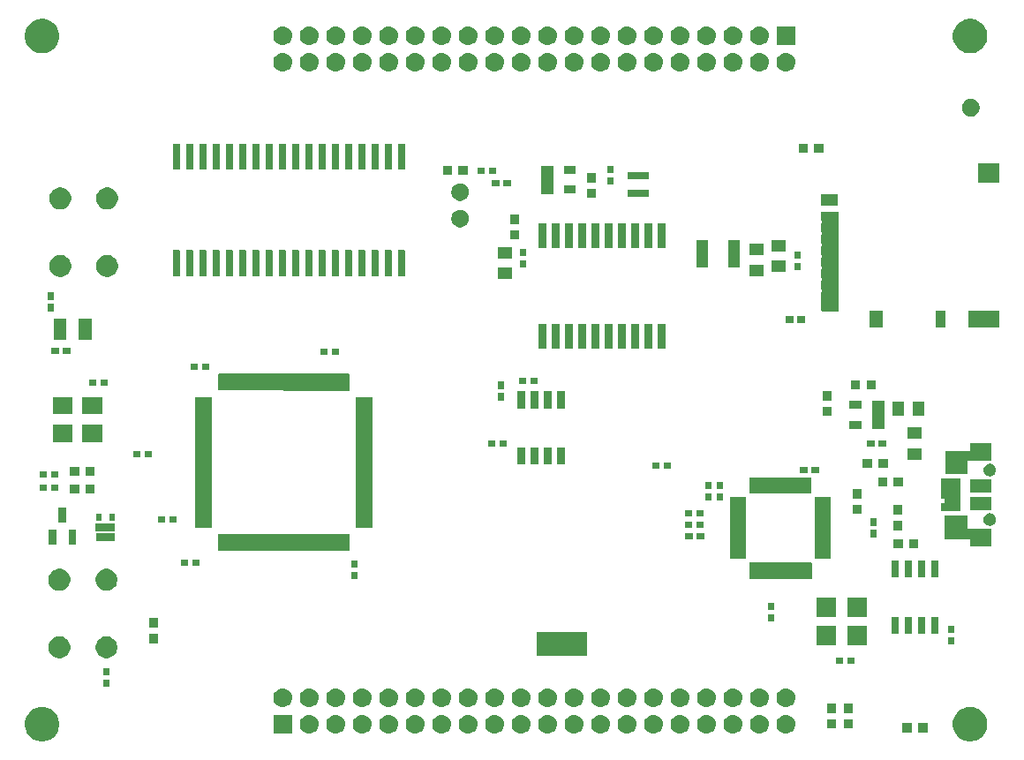
<source format=gts>
G04 #@! TF.GenerationSoftware,KiCad,Pcbnew,(5.1.2)-1*
G04 #@! TF.CreationDate,2020-06-03T11:36:28+09:00*
G04 #@! TF.ProjectId,o2_breakout,6f325f62-7265-4616-9b6f-75742e6b6963,rev?*
G04 #@! TF.SameCoordinates,Original*
G04 #@! TF.FileFunction,Soldermask,Top*
G04 #@! TF.FilePolarity,Negative*
%FSLAX46Y46*%
G04 Gerber Fmt 4.6, Leading zero omitted, Abs format (unit mm)*
G04 Created by KiCad (PCBNEW (5.1.2)-1) date 2020-06-03 11:36:28*
%MOMM*%
%LPD*%
G04 APERTURE LIST*
%ADD10C,0.100000*%
G04 APERTURE END LIST*
D10*
G36*
X156232860Y-120484900D02*
G01*
X151406860Y-120484900D01*
X151406860Y-118198900D01*
X156232860Y-118198900D01*
X156232860Y-120484900D01*
G37*
G36*
X152984200Y-76073000D02*
G01*
X151828500Y-76073000D01*
X151828500Y-73431400D01*
X152984200Y-73431400D01*
X152984200Y-76073000D01*
G37*
X152984200Y-76073000D02*
X151828500Y-76073000D01*
X151828500Y-73431400D01*
X152984200Y-73431400D01*
X152984200Y-76073000D01*
G36*
X110947200Y-108534200D02*
G01*
X109093000Y-108534200D01*
X109093000Y-107746800D01*
X110947200Y-107746800D01*
X110947200Y-108534200D01*
G37*
G36*
X184759600Y-98653600D02*
G01*
X183591200Y-98653600D01*
X183591200Y-95986600D01*
X184759600Y-95986600D01*
X184759600Y-98653600D01*
G37*
G36*
X192714880Y-108237020D02*
G01*
X193260980Y-108237020D01*
X193260980Y-109242860D01*
X190576200Y-109242860D01*
X190578740Y-106989880D01*
X192714880Y-106989880D01*
X192714880Y-108237020D01*
G37*
G36*
X193063850Y-101741100D02*
G01*
X192755950Y-101743900D01*
X192757500Y-103025200D01*
X190601600Y-103022400D01*
X190598500Y-100790000D01*
X193062300Y-100790000D01*
X193063850Y-101741100D01*
G37*
G36*
X192084400Y-106542400D02*
G01*
X190217500Y-106543800D01*
X190217500Y-105831899D01*
X190538101Y-105829102D01*
X190538100Y-105359200D01*
X190217500Y-105359198D01*
X190219472Y-103431600D01*
X192087501Y-103431600D01*
X192084400Y-106542400D01*
G37*
G36*
X180327300Y-87325200D02*
G01*
X178777900Y-87325200D01*
X178777900Y-77851000D01*
X180327300Y-77851000D01*
X180327300Y-87325200D01*
G37*
X180327300Y-87325200D02*
X178777900Y-87325200D01*
X178777900Y-77851000D01*
X180327300Y-77851000D01*
X180327300Y-87325200D01*
G36*
X179574900Y-111089700D02*
G01*
X178152500Y-111089700D01*
X178152500Y-105247700D01*
X179574900Y-105247700D01*
X179574900Y-111089700D01*
G37*
X179574900Y-111089700D02*
X178152500Y-111089700D01*
X178152500Y-105247700D01*
X179574900Y-105247700D01*
X179574900Y-111089700D01*
G36*
X177733400Y-112956600D02*
G01*
X171854430Y-112956600D01*
X171852170Y-111534200D01*
X177733400Y-111534200D01*
X177733400Y-112956600D01*
G37*
X177733400Y-112956600D02*
X171854430Y-112956600D01*
X171852170Y-111534200D01*
X177733400Y-111534200D01*
X177733400Y-112956600D01*
G36*
X177708000Y-104803200D02*
G01*
X171853300Y-104809550D01*
X171853300Y-103374450D01*
X177708000Y-103368100D01*
X177708000Y-104803200D01*
G37*
X177708000Y-104803200D02*
X171853300Y-104809550D01*
X171853300Y-103374450D01*
X177708000Y-103368100D01*
X177708000Y-104803200D01*
G36*
X171421500Y-111089700D02*
G01*
X169992040Y-111089700D01*
X169995570Y-105235000D01*
X171425030Y-105235000D01*
X171421500Y-111089700D01*
G37*
X171421500Y-111089700D02*
X169992040Y-111089700D01*
X169995570Y-105235000D01*
X171425030Y-105235000D01*
X171421500Y-111089700D01*
G36*
X135607500Y-108092500D02*
G01*
X134107192Y-108093454D01*
X134110609Y-95625921D01*
X135607500Y-95621100D01*
X135607500Y-108092500D01*
G37*
X135607500Y-108092500D02*
X134107192Y-108093454D01*
X134110609Y-95625921D01*
X135607500Y-95621100D01*
X135607500Y-108092500D01*
G36*
X133386270Y-110312460D02*
G01*
X120914870Y-110312460D01*
X120912330Y-108793540D01*
X133383730Y-108793540D01*
X133386270Y-110312460D01*
G37*
X133386270Y-110312460D02*
X120914870Y-110312460D01*
X120912330Y-108793540D01*
X133383730Y-108793540D01*
X133386270Y-110312460D01*
G36*
X120210580Y-108117900D02*
G01*
X118694200Y-108117900D01*
X118694910Y-95608400D01*
X120211290Y-95608400D01*
X120210580Y-108117900D01*
G37*
X120210580Y-108117900D02*
X118694200Y-108117900D01*
X118694910Y-95608400D01*
X120211290Y-95608400D01*
X120210580Y-108117900D01*
G36*
X133388175Y-94921200D02*
G01*
X120904000Y-94918400D01*
X120904000Y-93408500D01*
X133388100Y-93408500D01*
X133388175Y-94921200D01*
G37*
X133388175Y-94921200D02*
X120904000Y-94918400D01*
X120904000Y-93408500D01*
X133388100Y-93408500D01*
X133388175Y-94921200D01*
G36*
X193375256Y-125391298D02*
G01*
X193481579Y-125412447D01*
X193782042Y-125536903D01*
X194052451Y-125717585D01*
X194282415Y-125947549D01*
X194463097Y-126217958D01*
X194587553Y-126518421D01*
X194651000Y-126837391D01*
X194651000Y-127162609D01*
X194587553Y-127481579D01*
X194521856Y-127640185D01*
X194467489Y-127771440D01*
X194463097Y-127782042D01*
X194282415Y-128052451D01*
X194052451Y-128282415D01*
X193782042Y-128463097D01*
X193481579Y-128587553D01*
X193375256Y-128608702D01*
X193162611Y-128651000D01*
X192837389Y-128651000D01*
X192624744Y-128608702D01*
X192518421Y-128587553D01*
X192217958Y-128463097D01*
X191947549Y-128282415D01*
X191717585Y-128052451D01*
X191536903Y-127782042D01*
X191532512Y-127771440D01*
X191478144Y-127640185D01*
X191412447Y-127481579D01*
X191349000Y-127162609D01*
X191349000Y-126837391D01*
X191412447Y-126518421D01*
X191536903Y-126217958D01*
X191717585Y-125947549D01*
X191947549Y-125717585D01*
X192217958Y-125536903D01*
X192518421Y-125412447D01*
X192624744Y-125391298D01*
X192837389Y-125349000D01*
X193162611Y-125349000D01*
X193375256Y-125391298D01*
X193375256Y-125391298D01*
G37*
G36*
X104375256Y-125391298D02*
G01*
X104481579Y-125412447D01*
X104782042Y-125536903D01*
X105052451Y-125717585D01*
X105282415Y-125947549D01*
X105463097Y-126217958D01*
X105587553Y-126518421D01*
X105651000Y-126837391D01*
X105651000Y-127162609D01*
X105587553Y-127481579D01*
X105521856Y-127640185D01*
X105467489Y-127771440D01*
X105463097Y-127782042D01*
X105282415Y-128052451D01*
X105052451Y-128282415D01*
X104782042Y-128463097D01*
X104481579Y-128587553D01*
X104375256Y-128608702D01*
X104162611Y-128651000D01*
X103837389Y-128651000D01*
X103624744Y-128608702D01*
X103518421Y-128587553D01*
X103217958Y-128463097D01*
X102947549Y-128282415D01*
X102717585Y-128052451D01*
X102536903Y-127782042D01*
X102532512Y-127771440D01*
X102478144Y-127640185D01*
X102412447Y-127481579D01*
X102349000Y-127162609D01*
X102349000Y-126837391D01*
X102412447Y-126518421D01*
X102536903Y-126217958D01*
X102717585Y-125947549D01*
X102947549Y-125717585D01*
X103217958Y-125536903D01*
X103518421Y-125412447D01*
X103624744Y-125391298D01*
X103837389Y-125349000D01*
X104162611Y-125349000D01*
X104375256Y-125391298D01*
X104375256Y-125391298D01*
G37*
G36*
X127977200Y-127901000D02*
G01*
X126175200Y-127901000D01*
X126175200Y-126099000D01*
X127977200Y-126099000D01*
X127977200Y-127901000D01*
X127977200Y-127901000D01*
G37*
G36*
X155126643Y-126105519D02*
G01*
X155192827Y-126112037D01*
X155362666Y-126163557D01*
X155519191Y-126247222D01*
X155554929Y-126276552D01*
X155656386Y-126359814D01*
X155739648Y-126461271D01*
X155768978Y-126497009D01*
X155852643Y-126653534D01*
X155904163Y-126823373D01*
X155921559Y-127000000D01*
X155904163Y-127176627D01*
X155852643Y-127346466D01*
X155768978Y-127502991D01*
X155739648Y-127538729D01*
X155656386Y-127640186D01*
X155554929Y-127723448D01*
X155519191Y-127752778D01*
X155362666Y-127836443D01*
X155192827Y-127887963D01*
X155126642Y-127894482D01*
X155060460Y-127901000D01*
X154971940Y-127901000D01*
X154905758Y-127894482D01*
X154839573Y-127887963D01*
X154669734Y-127836443D01*
X154513209Y-127752778D01*
X154477471Y-127723448D01*
X154376014Y-127640186D01*
X154292752Y-127538729D01*
X154263422Y-127502991D01*
X154179757Y-127346466D01*
X154128237Y-127176627D01*
X154110841Y-127000000D01*
X154128237Y-126823373D01*
X154179757Y-126653534D01*
X154263422Y-126497009D01*
X154292752Y-126461271D01*
X154376014Y-126359814D01*
X154477471Y-126276552D01*
X154513209Y-126247222D01*
X154669734Y-126163557D01*
X154839573Y-126112037D01*
X154905757Y-126105519D01*
X154971940Y-126099000D01*
X155060460Y-126099000D01*
X155126643Y-126105519D01*
X155126643Y-126105519D01*
G37*
G36*
X132266643Y-126105519D02*
G01*
X132332827Y-126112037D01*
X132502666Y-126163557D01*
X132659191Y-126247222D01*
X132694929Y-126276552D01*
X132796386Y-126359814D01*
X132879648Y-126461271D01*
X132908978Y-126497009D01*
X132992643Y-126653534D01*
X133044163Y-126823373D01*
X133061559Y-127000000D01*
X133044163Y-127176627D01*
X132992643Y-127346466D01*
X132908978Y-127502991D01*
X132879648Y-127538729D01*
X132796386Y-127640186D01*
X132694929Y-127723448D01*
X132659191Y-127752778D01*
X132502666Y-127836443D01*
X132332827Y-127887963D01*
X132266642Y-127894482D01*
X132200460Y-127901000D01*
X132111940Y-127901000D01*
X132045758Y-127894482D01*
X131979573Y-127887963D01*
X131809734Y-127836443D01*
X131653209Y-127752778D01*
X131617471Y-127723448D01*
X131516014Y-127640186D01*
X131432752Y-127538729D01*
X131403422Y-127502991D01*
X131319757Y-127346466D01*
X131268237Y-127176627D01*
X131250841Y-127000000D01*
X131268237Y-126823373D01*
X131319757Y-126653534D01*
X131403422Y-126497009D01*
X131432752Y-126461271D01*
X131516014Y-126359814D01*
X131617471Y-126276552D01*
X131653209Y-126247222D01*
X131809734Y-126163557D01*
X131979573Y-126112037D01*
X132045757Y-126105519D01*
X132111940Y-126099000D01*
X132200460Y-126099000D01*
X132266643Y-126105519D01*
X132266643Y-126105519D01*
G37*
G36*
X134806643Y-126105519D02*
G01*
X134872827Y-126112037D01*
X135042666Y-126163557D01*
X135199191Y-126247222D01*
X135234929Y-126276552D01*
X135336386Y-126359814D01*
X135419648Y-126461271D01*
X135448978Y-126497009D01*
X135532643Y-126653534D01*
X135584163Y-126823373D01*
X135601559Y-127000000D01*
X135584163Y-127176627D01*
X135532643Y-127346466D01*
X135448978Y-127502991D01*
X135419648Y-127538729D01*
X135336386Y-127640186D01*
X135234929Y-127723448D01*
X135199191Y-127752778D01*
X135042666Y-127836443D01*
X134872827Y-127887963D01*
X134806642Y-127894482D01*
X134740460Y-127901000D01*
X134651940Y-127901000D01*
X134585758Y-127894482D01*
X134519573Y-127887963D01*
X134349734Y-127836443D01*
X134193209Y-127752778D01*
X134157471Y-127723448D01*
X134056014Y-127640186D01*
X133972752Y-127538729D01*
X133943422Y-127502991D01*
X133859757Y-127346466D01*
X133808237Y-127176627D01*
X133790841Y-127000000D01*
X133808237Y-126823373D01*
X133859757Y-126653534D01*
X133943422Y-126497009D01*
X133972752Y-126461271D01*
X134056014Y-126359814D01*
X134157471Y-126276552D01*
X134193209Y-126247222D01*
X134349734Y-126163557D01*
X134519573Y-126112037D01*
X134585757Y-126105519D01*
X134651940Y-126099000D01*
X134740460Y-126099000D01*
X134806643Y-126105519D01*
X134806643Y-126105519D01*
G37*
G36*
X137346643Y-126105519D02*
G01*
X137412827Y-126112037D01*
X137582666Y-126163557D01*
X137739191Y-126247222D01*
X137774929Y-126276552D01*
X137876386Y-126359814D01*
X137959648Y-126461271D01*
X137988978Y-126497009D01*
X138072643Y-126653534D01*
X138124163Y-126823373D01*
X138141559Y-127000000D01*
X138124163Y-127176627D01*
X138072643Y-127346466D01*
X137988978Y-127502991D01*
X137959648Y-127538729D01*
X137876386Y-127640186D01*
X137774929Y-127723448D01*
X137739191Y-127752778D01*
X137582666Y-127836443D01*
X137412827Y-127887963D01*
X137346642Y-127894482D01*
X137280460Y-127901000D01*
X137191940Y-127901000D01*
X137125758Y-127894482D01*
X137059573Y-127887963D01*
X136889734Y-127836443D01*
X136733209Y-127752778D01*
X136697471Y-127723448D01*
X136596014Y-127640186D01*
X136512752Y-127538729D01*
X136483422Y-127502991D01*
X136399757Y-127346466D01*
X136348237Y-127176627D01*
X136330841Y-127000000D01*
X136348237Y-126823373D01*
X136399757Y-126653534D01*
X136483422Y-126497009D01*
X136512752Y-126461271D01*
X136596014Y-126359814D01*
X136697471Y-126276552D01*
X136733209Y-126247222D01*
X136889734Y-126163557D01*
X137059573Y-126112037D01*
X137125757Y-126105519D01*
X137191940Y-126099000D01*
X137280460Y-126099000D01*
X137346643Y-126105519D01*
X137346643Y-126105519D01*
G37*
G36*
X139886643Y-126105519D02*
G01*
X139952827Y-126112037D01*
X140122666Y-126163557D01*
X140279191Y-126247222D01*
X140314929Y-126276552D01*
X140416386Y-126359814D01*
X140499648Y-126461271D01*
X140528978Y-126497009D01*
X140612643Y-126653534D01*
X140664163Y-126823373D01*
X140681559Y-127000000D01*
X140664163Y-127176627D01*
X140612643Y-127346466D01*
X140528978Y-127502991D01*
X140499648Y-127538729D01*
X140416386Y-127640186D01*
X140314929Y-127723448D01*
X140279191Y-127752778D01*
X140122666Y-127836443D01*
X139952827Y-127887963D01*
X139886642Y-127894482D01*
X139820460Y-127901000D01*
X139731940Y-127901000D01*
X139665758Y-127894482D01*
X139599573Y-127887963D01*
X139429734Y-127836443D01*
X139273209Y-127752778D01*
X139237471Y-127723448D01*
X139136014Y-127640186D01*
X139052752Y-127538729D01*
X139023422Y-127502991D01*
X138939757Y-127346466D01*
X138888237Y-127176627D01*
X138870841Y-127000000D01*
X138888237Y-126823373D01*
X138939757Y-126653534D01*
X139023422Y-126497009D01*
X139052752Y-126461271D01*
X139136014Y-126359814D01*
X139237471Y-126276552D01*
X139273209Y-126247222D01*
X139429734Y-126163557D01*
X139599573Y-126112037D01*
X139665757Y-126105519D01*
X139731940Y-126099000D01*
X139820460Y-126099000D01*
X139886643Y-126105519D01*
X139886643Y-126105519D01*
G37*
G36*
X142426643Y-126105519D02*
G01*
X142492827Y-126112037D01*
X142662666Y-126163557D01*
X142819191Y-126247222D01*
X142854929Y-126276552D01*
X142956386Y-126359814D01*
X143039648Y-126461271D01*
X143068978Y-126497009D01*
X143152643Y-126653534D01*
X143204163Y-126823373D01*
X143221559Y-127000000D01*
X143204163Y-127176627D01*
X143152643Y-127346466D01*
X143068978Y-127502991D01*
X143039648Y-127538729D01*
X142956386Y-127640186D01*
X142854929Y-127723448D01*
X142819191Y-127752778D01*
X142662666Y-127836443D01*
X142492827Y-127887963D01*
X142426642Y-127894482D01*
X142360460Y-127901000D01*
X142271940Y-127901000D01*
X142205758Y-127894482D01*
X142139573Y-127887963D01*
X141969734Y-127836443D01*
X141813209Y-127752778D01*
X141777471Y-127723448D01*
X141676014Y-127640186D01*
X141592752Y-127538729D01*
X141563422Y-127502991D01*
X141479757Y-127346466D01*
X141428237Y-127176627D01*
X141410841Y-127000000D01*
X141428237Y-126823373D01*
X141479757Y-126653534D01*
X141563422Y-126497009D01*
X141592752Y-126461271D01*
X141676014Y-126359814D01*
X141777471Y-126276552D01*
X141813209Y-126247222D01*
X141969734Y-126163557D01*
X142139573Y-126112037D01*
X142205757Y-126105519D01*
X142271940Y-126099000D01*
X142360460Y-126099000D01*
X142426643Y-126105519D01*
X142426643Y-126105519D01*
G37*
G36*
X144966643Y-126105519D02*
G01*
X145032827Y-126112037D01*
X145202666Y-126163557D01*
X145359191Y-126247222D01*
X145394929Y-126276552D01*
X145496386Y-126359814D01*
X145579648Y-126461271D01*
X145608978Y-126497009D01*
X145692643Y-126653534D01*
X145744163Y-126823373D01*
X145761559Y-127000000D01*
X145744163Y-127176627D01*
X145692643Y-127346466D01*
X145608978Y-127502991D01*
X145579648Y-127538729D01*
X145496386Y-127640186D01*
X145394929Y-127723448D01*
X145359191Y-127752778D01*
X145202666Y-127836443D01*
X145032827Y-127887963D01*
X144966642Y-127894482D01*
X144900460Y-127901000D01*
X144811940Y-127901000D01*
X144745758Y-127894482D01*
X144679573Y-127887963D01*
X144509734Y-127836443D01*
X144353209Y-127752778D01*
X144317471Y-127723448D01*
X144216014Y-127640186D01*
X144132752Y-127538729D01*
X144103422Y-127502991D01*
X144019757Y-127346466D01*
X143968237Y-127176627D01*
X143950841Y-127000000D01*
X143968237Y-126823373D01*
X144019757Y-126653534D01*
X144103422Y-126497009D01*
X144132752Y-126461271D01*
X144216014Y-126359814D01*
X144317471Y-126276552D01*
X144353209Y-126247222D01*
X144509734Y-126163557D01*
X144679573Y-126112037D01*
X144745757Y-126105519D01*
X144811940Y-126099000D01*
X144900460Y-126099000D01*
X144966643Y-126105519D01*
X144966643Y-126105519D01*
G37*
G36*
X147506643Y-126105519D02*
G01*
X147572827Y-126112037D01*
X147742666Y-126163557D01*
X147899191Y-126247222D01*
X147934929Y-126276552D01*
X148036386Y-126359814D01*
X148119648Y-126461271D01*
X148148978Y-126497009D01*
X148232643Y-126653534D01*
X148284163Y-126823373D01*
X148301559Y-127000000D01*
X148284163Y-127176627D01*
X148232643Y-127346466D01*
X148148978Y-127502991D01*
X148119648Y-127538729D01*
X148036386Y-127640186D01*
X147934929Y-127723448D01*
X147899191Y-127752778D01*
X147742666Y-127836443D01*
X147572827Y-127887963D01*
X147506642Y-127894482D01*
X147440460Y-127901000D01*
X147351940Y-127901000D01*
X147285758Y-127894482D01*
X147219573Y-127887963D01*
X147049734Y-127836443D01*
X146893209Y-127752778D01*
X146857471Y-127723448D01*
X146756014Y-127640186D01*
X146672752Y-127538729D01*
X146643422Y-127502991D01*
X146559757Y-127346466D01*
X146508237Y-127176627D01*
X146490841Y-127000000D01*
X146508237Y-126823373D01*
X146559757Y-126653534D01*
X146643422Y-126497009D01*
X146672752Y-126461271D01*
X146756014Y-126359814D01*
X146857471Y-126276552D01*
X146893209Y-126247222D01*
X147049734Y-126163557D01*
X147219573Y-126112037D01*
X147285757Y-126105519D01*
X147351940Y-126099000D01*
X147440460Y-126099000D01*
X147506643Y-126105519D01*
X147506643Y-126105519D01*
G37*
G36*
X150046643Y-126105519D02*
G01*
X150112827Y-126112037D01*
X150282666Y-126163557D01*
X150439191Y-126247222D01*
X150474929Y-126276552D01*
X150576386Y-126359814D01*
X150659648Y-126461271D01*
X150688978Y-126497009D01*
X150772643Y-126653534D01*
X150824163Y-126823373D01*
X150841559Y-127000000D01*
X150824163Y-127176627D01*
X150772643Y-127346466D01*
X150688978Y-127502991D01*
X150659648Y-127538729D01*
X150576386Y-127640186D01*
X150474929Y-127723448D01*
X150439191Y-127752778D01*
X150282666Y-127836443D01*
X150112827Y-127887963D01*
X150046642Y-127894482D01*
X149980460Y-127901000D01*
X149891940Y-127901000D01*
X149825758Y-127894482D01*
X149759573Y-127887963D01*
X149589734Y-127836443D01*
X149433209Y-127752778D01*
X149397471Y-127723448D01*
X149296014Y-127640186D01*
X149212752Y-127538729D01*
X149183422Y-127502991D01*
X149099757Y-127346466D01*
X149048237Y-127176627D01*
X149030841Y-127000000D01*
X149048237Y-126823373D01*
X149099757Y-126653534D01*
X149183422Y-126497009D01*
X149212752Y-126461271D01*
X149296014Y-126359814D01*
X149397471Y-126276552D01*
X149433209Y-126247222D01*
X149589734Y-126163557D01*
X149759573Y-126112037D01*
X149825757Y-126105519D01*
X149891940Y-126099000D01*
X149980460Y-126099000D01*
X150046643Y-126105519D01*
X150046643Y-126105519D01*
G37*
G36*
X152586643Y-126105519D02*
G01*
X152652827Y-126112037D01*
X152822666Y-126163557D01*
X152979191Y-126247222D01*
X153014929Y-126276552D01*
X153116386Y-126359814D01*
X153199648Y-126461271D01*
X153228978Y-126497009D01*
X153312643Y-126653534D01*
X153364163Y-126823373D01*
X153381559Y-127000000D01*
X153364163Y-127176627D01*
X153312643Y-127346466D01*
X153228978Y-127502991D01*
X153199648Y-127538729D01*
X153116386Y-127640186D01*
X153014929Y-127723448D01*
X152979191Y-127752778D01*
X152822666Y-127836443D01*
X152652827Y-127887963D01*
X152586642Y-127894482D01*
X152520460Y-127901000D01*
X152431940Y-127901000D01*
X152365758Y-127894482D01*
X152299573Y-127887963D01*
X152129734Y-127836443D01*
X151973209Y-127752778D01*
X151937471Y-127723448D01*
X151836014Y-127640186D01*
X151752752Y-127538729D01*
X151723422Y-127502991D01*
X151639757Y-127346466D01*
X151588237Y-127176627D01*
X151570841Y-127000000D01*
X151588237Y-126823373D01*
X151639757Y-126653534D01*
X151723422Y-126497009D01*
X151752752Y-126461271D01*
X151836014Y-126359814D01*
X151937471Y-126276552D01*
X151973209Y-126247222D01*
X152129734Y-126163557D01*
X152299573Y-126112037D01*
X152365757Y-126105519D01*
X152431940Y-126099000D01*
X152520460Y-126099000D01*
X152586643Y-126105519D01*
X152586643Y-126105519D01*
G37*
G36*
X157666643Y-126105519D02*
G01*
X157732827Y-126112037D01*
X157902666Y-126163557D01*
X158059191Y-126247222D01*
X158094929Y-126276552D01*
X158196386Y-126359814D01*
X158279648Y-126461271D01*
X158308978Y-126497009D01*
X158392643Y-126653534D01*
X158444163Y-126823373D01*
X158461559Y-127000000D01*
X158444163Y-127176627D01*
X158392643Y-127346466D01*
X158308978Y-127502991D01*
X158279648Y-127538729D01*
X158196386Y-127640186D01*
X158094929Y-127723448D01*
X158059191Y-127752778D01*
X157902666Y-127836443D01*
X157732827Y-127887963D01*
X157666642Y-127894482D01*
X157600460Y-127901000D01*
X157511940Y-127901000D01*
X157445758Y-127894482D01*
X157379573Y-127887963D01*
X157209734Y-127836443D01*
X157053209Y-127752778D01*
X157017471Y-127723448D01*
X156916014Y-127640186D01*
X156832752Y-127538729D01*
X156803422Y-127502991D01*
X156719757Y-127346466D01*
X156668237Y-127176627D01*
X156650841Y-127000000D01*
X156668237Y-126823373D01*
X156719757Y-126653534D01*
X156803422Y-126497009D01*
X156832752Y-126461271D01*
X156916014Y-126359814D01*
X157017471Y-126276552D01*
X157053209Y-126247222D01*
X157209734Y-126163557D01*
X157379573Y-126112037D01*
X157445757Y-126105519D01*
X157511940Y-126099000D01*
X157600460Y-126099000D01*
X157666643Y-126105519D01*
X157666643Y-126105519D01*
G37*
G36*
X129726643Y-126105519D02*
G01*
X129792827Y-126112037D01*
X129962666Y-126163557D01*
X130119191Y-126247222D01*
X130154929Y-126276552D01*
X130256386Y-126359814D01*
X130339648Y-126461271D01*
X130368978Y-126497009D01*
X130452643Y-126653534D01*
X130504163Y-126823373D01*
X130521559Y-127000000D01*
X130504163Y-127176627D01*
X130452643Y-127346466D01*
X130368978Y-127502991D01*
X130339648Y-127538729D01*
X130256386Y-127640186D01*
X130154929Y-127723448D01*
X130119191Y-127752778D01*
X129962666Y-127836443D01*
X129792827Y-127887963D01*
X129726642Y-127894482D01*
X129660460Y-127901000D01*
X129571940Y-127901000D01*
X129505758Y-127894482D01*
X129439573Y-127887963D01*
X129269734Y-127836443D01*
X129113209Y-127752778D01*
X129077471Y-127723448D01*
X128976014Y-127640186D01*
X128892752Y-127538729D01*
X128863422Y-127502991D01*
X128779757Y-127346466D01*
X128728237Y-127176627D01*
X128710841Y-127000000D01*
X128728237Y-126823373D01*
X128779757Y-126653534D01*
X128863422Y-126497009D01*
X128892752Y-126461271D01*
X128976014Y-126359814D01*
X129077471Y-126276552D01*
X129113209Y-126247222D01*
X129269734Y-126163557D01*
X129439573Y-126112037D01*
X129505757Y-126105519D01*
X129571940Y-126099000D01*
X129660460Y-126099000D01*
X129726643Y-126105519D01*
X129726643Y-126105519D01*
G37*
G36*
X175446643Y-126105519D02*
G01*
X175512827Y-126112037D01*
X175682666Y-126163557D01*
X175839191Y-126247222D01*
X175874929Y-126276552D01*
X175976386Y-126359814D01*
X176059648Y-126461271D01*
X176088978Y-126497009D01*
X176172643Y-126653534D01*
X176224163Y-126823373D01*
X176241559Y-127000000D01*
X176224163Y-127176627D01*
X176172643Y-127346466D01*
X176088978Y-127502991D01*
X176059648Y-127538729D01*
X175976386Y-127640186D01*
X175874929Y-127723448D01*
X175839191Y-127752778D01*
X175682666Y-127836443D01*
X175512827Y-127887963D01*
X175446642Y-127894482D01*
X175380460Y-127901000D01*
X175291940Y-127901000D01*
X175225758Y-127894482D01*
X175159573Y-127887963D01*
X174989734Y-127836443D01*
X174833209Y-127752778D01*
X174797471Y-127723448D01*
X174696014Y-127640186D01*
X174612752Y-127538729D01*
X174583422Y-127502991D01*
X174499757Y-127346466D01*
X174448237Y-127176627D01*
X174430841Y-127000000D01*
X174448237Y-126823373D01*
X174499757Y-126653534D01*
X174583422Y-126497009D01*
X174612752Y-126461271D01*
X174696014Y-126359814D01*
X174797471Y-126276552D01*
X174833209Y-126247222D01*
X174989734Y-126163557D01*
X175159573Y-126112037D01*
X175225757Y-126105519D01*
X175291940Y-126099000D01*
X175380460Y-126099000D01*
X175446643Y-126105519D01*
X175446643Y-126105519D01*
G37*
G36*
X172906643Y-126105519D02*
G01*
X172972827Y-126112037D01*
X173142666Y-126163557D01*
X173299191Y-126247222D01*
X173334929Y-126276552D01*
X173436386Y-126359814D01*
X173519648Y-126461271D01*
X173548978Y-126497009D01*
X173632643Y-126653534D01*
X173684163Y-126823373D01*
X173701559Y-127000000D01*
X173684163Y-127176627D01*
X173632643Y-127346466D01*
X173548978Y-127502991D01*
X173519648Y-127538729D01*
X173436386Y-127640186D01*
X173334929Y-127723448D01*
X173299191Y-127752778D01*
X173142666Y-127836443D01*
X172972827Y-127887963D01*
X172906642Y-127894482D01*
X172840460Y-127901000D01*
X172751940Y-127901000D01*
X172685758Y-127894482D01*
X172619573Y-127887963D01*
X172449734Y-127836443D01*
X172293209Y-127752778D01*
X172257471Y-127723448D01*
X172156014Y-127640186D01*
X172072752Y-127538729D01*
X172043422Y-127502991D01*
X171959757Y-127346466D01*
X171908237Y-127176627D01*
X171890841Y-127000000D01*
X171908237Y-126823373D01*
X171959757Y-126653534D01*
X172043422Y-126497009D01*
X172072752Y-126461271D01*
X172156014Y-126359814D01*
X172257471Y-126276552D01*
X172293209Y-126247222D01*
X172449734Y-126163557D01*
X172619573Y-126112037D01*
X172685757Y-126105519D01*
X172751940Y-126099000D01*
X172840460Y-126099000D01*
X172906643Y-126105519D01*
X172906643Y-126105519D01*
G37*
G36*
X170366643Y-126105519D02*
G01*
X170432827Y-126112037D01*
X170602666Y-126163557D01*
X170759191Y-126247222D01*
X170794929Y-126276552D01*
X170896386Y-126359814D01*
X170979648Y-126461271D01*
X171008978Y-126497009D01*
X171092643Y-126653534D01*
X171144163Y-126823373D01*
X171161559Y-127000000D01*
X171144163Y-127176627D01*
X171092643Y-127346466D01*
X171008978Y-127502991D01*
X170979648Y-127538729D01*
X170896386Y-127640186D01*
X170794929Y-127723448D01*
X170759191Y-127752778D01*
X170602666Y-127836443D01*
X170432827Y-127887963D01*
X170366642Y-127894482D01*
X170300460Y-127901000D01*
X170211940Y-127901000D01*
X170145758Y-127894482D01*
X170079573Y-127887963D01*
X169909734Y-127836443D01*
X169753209Y-127752778D01*
X169717471Y-127723448D01*
X169616014Y-127640186D01*
X169532752Y-127538729D01*
X169503422Y-127502991D01*
X169419757Y-127346466D01*
X169368237Y-127176627D01*
X169350841Y-127000000D01*
X169368237Y-126823373D01*
X169419757Y-126653534D01*
X169503422Y-126497009D01*
X169532752Y-126461271D01*
X169616014Y-126359814D01*
X169717471Y-126276552D01*
X169753209Y-126247222D01*
X169909734Y-126163557D01*
X170079573Y-126112037D01*
X170145757Y-126105519D01*
X170211940Y-126099000D01*
X170300460Y-126099000D01*
X170366643Y-126105519D01*
X170366643Y-126105519D01*
G37*
G36*
X165286643Y-126105519D02*
G01*
X165352827Y-126112037D01*
X165522666Y-126163557D01*
X165679191Y-126247222D01*
X165714929Y-126276552D01*
X165816386Y-126359814D01*
X165899648Y-126461271D01*
X165928978Y-126497009D01*
X166012643Y-126653534D01*
X166064163Y-126823373D01*
X166081559Y-127000000D01*
X166064163Y-127176627D01*
X166012643Y-127346466D01*
X165928978Y-127502991D01*
X165899648Y-127538729D01*
X165816386Y-127640186D01*
X165714929Y-127723448D01*
X165679191Y-127752778D01*
X165522666Y-127836443D01*
X165352827Y-127887963D01*
X165286642Y-127894482D01*
X165220460Y-127901000D01*
X165131940Y-127901000D01*
X165065758Y-127894482D01*
X164999573Y-127887963D01*
X164829734Y-127836443D01*
X164673209Y-127752778D01*
X164637471Y-127723448D01*
X164536014Y-127640186D01*
X164452752Y-127538729D01*
X164423422Y-127502991D01*
X164339757Y-127346466D01*
X164288237Y-127176627D01*
X164270841Y-127000000D01*
X164288237Y-126823373D01*
X164339757Y-126653534D01*
X164423422Y-126497009D01*
X164452752Y-126461271D01*
X164536014Y-126359814D01*
X164637471Y-126276552D01*
X164673209Y-126247222D01*
X164829734Y-126163557D01*
X164999573Y-126112037D01*
X165065757Y-126105519D01*
X165131940Y-126099000D01*
X165220460Y-126099000D01*
X165286643Y-126105519D01*
X165286643Y-126105519D01*
G37*
G36*
X162746643Y-126105519D02*
G01*
X162812827Y-126112037D01*
X162982666Y-126163557D01*
X163139191Y-126247222D01*
X163174929Y-126276552D01*
X163276386Y-126359814D01*
X163359648Y-126461271D01*
X163388978Y-126497009D01*
X163472643Y-126653534D01*
X163524163Y-126823373D01*
X163541559Y-127000000D01*
X163524163Y-127176627D01*
X163472643Y-127346466D01*
X163388978Y-127502991D01*
X163359648Y-127538729D01*
X163276386Y-127640186D01*
X163174929Y-127723448D01*
X163139191Y-127752778D01*
X162982666Y-127836443D01*
X162812827Y-127887963D01*
X162746642Y-127894482D01*
X162680460Y-127901000D01*
X162591940Y-127901000D01*
X162525758Y-127894482D01*
X162459573Y-127887963D01*
X162289734Y-127836443D01*
X162133209Y-127752778D01*
X162097471Y-127723448D01*
X161996014Y-127640186D01*
X161912752Y-127538729D01*
X161883422Y-127502991D01*
X161799757Y-127346466D01*
X161748237Y-127176627D01*
X161730841Y-127000000D01*
X161748237Y-126823373D01*
X161799757Y-126653534D01*
X161883422Y-126497009D01*
X161912752Y-126461271D01*
X161996014Y-126359814D01*
X162097471Y-126276552D01*
X162133209Y-126247222D01*
X162289734Y-126163557D01*
X162459573Y-126112037D01*
X162525757Y-126105519D01*
X162591940Y-126099000D01*
X162680460Y-126099000D01*
X162746643Y-126105519D01*
X162746643Y-126105519D01*
G37*
G36*
X160206643Y-126105519D02*
G01*
X160272827Y-126112037D01*
X160442666Y-126163557D01*
X160599191Y-126247222D01*
X160634929Y-126276552D01*
X160736386Y-126359814D01*
X160819648Y-126461271D01*
X160848978Y-126497009D01*
X160932643Y-126653534D01*
X160984163Y-126823373D01*
X161001559Y-127000000D01*
X160984163Y-127176627D01*
X160932643Y-127346466D01*
X160848978Y-127502991D01*
X160819648Y-127538729D01*
X160736386Y-127640186D01*
X160634929Y-127723448D01*
X160599191Y-127752778D01*
X160442666Y-127836443D01*
X160272827Y-127887963D01*
X160206642Y-127894482D01*
X160140460Y-127901000D01*
X160051940Y-127901000D01*
X159985758Y-127894482D01*
X159919573Y-127887963D01*
X159749734Y-127836443D01*
X159593209Y-127752778D01*
X159557471Y-127723448D01*
X159456014Y-127640186D01*
X159372752Y-127538729D01*
X159343422Y-127502991D01*
X159259757Y-127346466D01*
X159208237Y-127176627D01*
X159190841Y-127000000D01*
X159208237Y-126823373D01*
X159259757Y-126653534D01*
X159343422Y-126497009D01*
X159372752Y-126461271D01*
X159456014Y-126359814D01*
X159557471Y-126276552D01*
X159593209Y-126247222D01*
X159749734Y-126163557D01*
X159919573Y-126112037D01*
X159985757Y-126105519D01*
X160051940Y-126099000D01*
X160140460Y-126099000D01*
X160206643Y-126105519D01*
X160206643Y-126105519D01*
G37*
G36*
X167826643Y-126105519D02*
G01*
X167892827Y-126112037D01*
X168062666Y-126163557D01*
X168219191Y-126247222D01*
X168254929Y-126276552D01*
X168356386Y-126359814D01*
X168439648Y-126461271D01*
X168468978Y-126497009D01*
X168552643Y-126653534D01*
X168604163Y-126823373D01*
X168621559Y-127000000D01*
X168604163Y-127176627D01*
X168552643Y-127346466D01*
X168468978Y-127502991D01*
X168439648Y-127538729D01*
X168356386Y-127640186D01*
X168254929Y-127723448D01*
X168219191Y-127752778D01*
X168062666Y-127836443D01*
X167892827Y-127887963D01*
X167826642Y-127894482D01*
X167760460Y-127901000D01*
X167671940Y-127901000D01*
X167605758Y-127894482D01*
X167539573Y-127887963D01*
X167369734Y-127836443D01*
X167213209Y-127752778D01*
X167177471Y-127723448D01*
X167076014Y-127640186D01*
X166992752Y-127538729D01*
X166963422Y-127502991D01*
X166879757Y-127346466D01*
X166828237Y-127176627D01*
X166810841Y-127000000D01*
X166828237Y-126823373D01*
X166879757Y-126653534D01*
X166963422Y-126497009D01*
X166992752Y-126461271D01*
X167076014Y-126359814D01*
X167177471Y-126276552D01*
X167213209Y-126247222D01*
X167369734Y-126163557D01*
X167539573Y-126112037D01*
X167605757Y-126105519D01*
X167671940Y-126099000D01*
X167760460Y-126099000D01*
X167826643Y-126105519D01*
X167826643Y-126105519D01*
G37*
G36*
X188904460Y-127771440D02*
G01*
X188002460Y-127771440D01*
X188002460Y-126919440D01*
X188904460Y-126919440D01*
X188904460Y-127771440D01*
X188904460Y-127771440D01*
G37*
G36*
X187404460Y-127771440D02*
G01*
X186502460Y-127771440D01*
X186502460Y-126919440D01*
X187404460Y-126919440D01*
X187404460Y-127771440D01*
X187404460Y-127771440D01*
G37*
G36*
X180118300Y-127421220D02*
G01*
X179266300Y-127421220D01*
X179266300Y-126519220D01*
X180118300Y-126519220D01*
X180118300Y-127421220D01*
X180118300Y-127421220D01*
G37*
G36*
X181743900Y-127421220D02*
G01*
X180891900Y-127421220D01*
X180891900Y-126519220D01*
X181743900Y-126519220D01*
X181743900Y-127421220D01*
X181743900Y-127421220D01*
G37*
G36*
X181743900Y-125921220D02*
G01*
X180891900Y-125921220D01*
X180891900Y-125019220D01*
X181743900Y-125019220D01*
X181743900Y-125921220D01*
X181743900Y-125921220D01*
G37*
G36*
X180118300Y-125921220D02*
G01*
X179266300Y-125921220D01*
X179266300Y-125019220D01*
X180118300Y-125019220D01*
X180118300Y-125921220D01*
X180118300Y-125921220D01*
G37*
G36*
X139886642Y-123565518D02*
G01*
X139952827Y-123572037D01*
X140122666Y-123623557D01*
X140279191Y-123707222D01*
X140314929Y-123736552D01*
X140416386Y-123819814D01*
X140499648Y-123921271D01*
X140528978Y-123957009D01*
X140612643Y-124113534D01*
X140664163Y-124283373D01*
X140681559Y-124460000D01*
X140664163Y-124636627D01*
X140612643Y-124806466D01*
X140528978Y-124962991D01*
X140499648Y-124998729D01*
X140416386Y-125100186D01*
X140314929Y-125183448D01*
X140279191Y-125212778D01*
X140122666Y-125296443D01*
X139952827Y-125347963D01*
X139886642Y-125354482D01*
X139820460Y-125361000D01*
X139731940Y-125361000D01*
X139665758Y-125354482D01*
X139599573Y-125347963D01*
X139429734Y-125296443D01*
X139273209Y-125212778D01*
X139237471Y-125183448D01*
X139136014Y-125100186D01*
X139052752Y-124998729D01*
X139023422Y-124962991D01*
X138939757Y-124806466D01*
X138888237Y-124636627D01*
X138870841Y-124460000D01*
X138888237Y-124283373D01*
X138939757Y-124113534D01*
X139023422Y-123957009D01*
X139052752Y-123921271D01*
X139136014Y-123819814D01*
X139237471Y-123736552D01*
X139273209Y-123707222D01*
X139429734Y-123623557D01*
X139599573Y-123572037D01*
X139665758Y-123565518D01*
X139731940Y-123559000D01*
X139820460Y-123559000D01*
X139886642Y-123565518D01*
X139886642Y-123565518D01*
G37*
G36*
X162746642Y-123565518D02*
G01*
X162812827Y-123572037D01*
X162982666Y-123623557D01*
X163139191Y-123707222D01*
X163174929Y-123736552D01*
X163276386Y-123819814D01*
X163359648Y-123921271D01*
X163388978Y-123957009D01*
X163472643Y-124113534D01*
X163524163Y-124283373D01*
X163541559Y-124460000D01*
X163524163Y-124636627D01*
X163472643Y-124806466D01*
X163388978Y-124962991D01*
X163359648Y-124998729D01*
X163276386Y-125100186D01*
X163174929Y-125183448D01*
X163139191Y-125212778D01*
X162982666Y-125296443D01*
X162812827Y-125347963D01*
X162746642Y-125354482D01*
X162680460Y-125361000D01*
X162591940Y-125361000D01*
X162525758Y-125354482D01*
X162459573Y-125347963D01*
X162289734Y-125296443D01*
X162133209Y-125212778D01*
X162097471Y-125183448D01*
X161996014Y-125100186D01*
X161912752Y-124998729D01*
X161883422Y-124962991D01*
X161799757Y-124806466D01*
X161748237Y-124636627D01*
X161730841Y-124460000D01*
X161748237Y-124283373D01*
X161799757Y-124113534D01*
X161883422Y-123957009D01*
X161912752Y-123921271D01*
X161996014Y-123819814D01*
X162097471Y-123736552D01*
X162133209Y-123707222D01*
X162289734Y-123623557D01*
X162459573Y-123572037D01*
X162525758Y-123565518D01*
X162591940Y-123559000D01*
X162680460Y-123559000D01*
X162746642Y-123565518D01*
X162746642Y-123565518D01*
G37*
G36*
X170366642Y-123565518D02*
G01*
X170432827Y-123572037D01*
X170602666Y-123623557D01*
X170759191Y-123707222D01*
X170794929Y-123736552D01*
X170896386Y-123819814D01*
X170979648Y-123921271D01*
X171008978Y-123957009D01*
X171092643Y-124113534D01*
X171144163Y-124283373D01*
X171161559Y-124460000D01*
X171144163Y-124636627D01*
X171092643Y-124806466D01*
X171008978Y-124962991D01*
X170979648Y-124998729D01*
X170896386Y-125100186D01*
X170794929Y-125183448D01*
X170759191Y-125212778D01*
X170602666Y-125296443D01*
X170432827Y-125347963D01*
X170366642Y-125354482D01*
X170300460Y-125361000D01*
X170211940Y-125361000D01*
X170145758Y-125354482D01*
X170079573Y-125347963D01*
X169909734Y-125296443D01*
X169753209Y-125212778D01*
X169717471Y-125183448D01*
X169616014Y-125100186D01*
X169532752Y-124998729D01*
X169503422Y-124962991D01*
X169419757Y-124806466D01*
X169368237Y-124636627D01*
X169350841Y-124460000D01*
X169368237Y-124283373D01*
X169419757Y-124113534D01*
X169503422Y-123957009D01*
X169532752Y-123921271D01*
X169616014Y-123819814D01*
X169717471Y-123736552D01*
X169753209Y-123707222D01*
X169909734Y-123623557D01*
X170079573Y-123572037D01*
X170145758Y-123565518D01*
X170211940Y-123559000D01*
X170300460Y-123559000D01*
X170366642Y-123565518D01*
X170366642Y-123565518D01*
G37*
G36*
X137346642Y-123565518D02*
G01*
X137412827Y-123572037D01*
X137582666Y-123623557D01*
X137739191Y-123707222D01*
X137774929Y-123736552D01*
X137876386Y-123819814D01*
X137959648Y-123921271D01*
X137988978Y-123957009D01*
X138072643Y-124113534D01*
X138124163Y-124283373D01*
X138141559Y-124460000D01*
X138124163Y-124636627D01*
X138072643Y-124806466D01*
X137988978Y-124962991D01*
X137959648Y-124998729D01*
X137876386Y-125100186D01*
X137774929Y-125183448D01*
X137739191Y-125212778D01*
X137582666Y-125296443D01*
X137412827Y-125347963D01*
X137346642Y-125354482D01*
X137280460Y-125361000D01*
X137191940Y-125361000D01*
X137125758Y-125354482D01*
X137059573Y-125347963D01*
X136889734Y-125296443D01*
X136733209Y-125212778D01*
X136697471Y-125183448D01*
X136596014Y-125100186D01*
X136512752Y-124998729D01*
X136483422Y-124962991D01*
X136399757Y-124806466D01*
X136348237Y-124636627D01*
X136330841Y-124460000D01*
X136348237Y-124283373D01*
X136399757Y-124113534D01*
X136483422Y-123957009D01*
X136512752Y-123921271D01*
X136596014Y-123819814D01*
X136697471Y-123736552D01*
X136733209Y-123707222D01*
X136889734Y-123623557D01*
X137059573Y-123572037D01*
X137125758Y-123565518D01*
X137191940Y-123559000D01*
X137280460Y-123559000D01*
X137346642Y-123565518D01*
X137346642Y-123565518D01*
G37*
G36*
X172906642Y-123565518D02*
G01*
X172972827Y-123572037D01*
X173142666Y-123623557D01*
X173299191Y-123707222D01*
X173334929Y-123736552D01*
X173436386Y-123819814D01*
X173519648Y-123921271D01*
X173548978Y-123957009D01*
X173632643Y-124113534D01*
X173684163Y-124283373D01*
X173701559Y-124460000D01*
X173684163Y-124636627D01*
X173632643Y-124806466D01*
X173548978Y-124962991D01*
X173519648Y-124998729D01*
X173436386Y-125100186D01*
X173334929Y-125183448D01*
X173299191Y-125212778D01*
X173142666Y-125296443D01*
X172972827Y-125347963D01*
X172906642Y-125354482D01*
X172840460Y-125361000D01*
X172751940Y-125361000D01*
X172685758Y-125354482D01*
X172619573Y-125347963D01*
X172449734Y-125296443D01*
X172293209Y-125212778D01*
X172257471Y-125183448D01*
X172156014Y-125100186D01*
X172072752Y-124998729D01*
X172043422Y-124962991D01*
X171959757Y-124806466D01*
X171908237Y-124636627D01*
X171890841Y-124460000D01*
X171908237Y-124283373D01*
X171959757Y-124113534D01*
X172043422Y-123957009D01*
X172072752Y-123921271D01*
X172156014Y-123819814D01*
X172257471Y-123736552D01*
X172293209Y-123707222D01*
X172449734Y-123623557D01*
X172619573Y-123572037D01*
X172685758Y-123565518D01*
X172751940Y-123559000D01*
X172840460Y-123559000D01*
X172906642Y-123565518D01*
X172906642Y-123565518D01*
G37*
G36*
X134806642Y-123565518D02*
G01*
X134872827Y-123572037D01*
X135042666Y-123623557D01*
X135199191Y-123707222D01*
X135234929Y-123736552D01*
X135336386Y-123819814D01*
X135419648Y-123921271D01*
X135448978Y-123957009D01*
X135532643Y-124113534D01*
X135584163Y-124283373D01*
X135601559Y-124460000D01*
X135584163Y-124636627D01*
X135532643Y-124806466D01*
X135448978Y-124962991D01*
X135419648Y-124998729D01*
X135336386Y-125100186D01*
X135234929Y-125183448D01*
X135199191Y-125212778D01*
X135042666Y-125296443D01*
X134872827Y-125347963D01*
X134806642Y-125354482D01*
X134740460Y-125361000D01*
X134651940Y-125361000D01*
X134585758Y-125354482D01*
X134519573Y-125347963D01*
X134349734Y-125296443D01*
X134193209Y-125212778D01*
X134157471Y-125183448D01*
X134056014Y-125100186D01*
X133972752Y-124998729D01*
X133943422Y-124962991D01*
X133859757Y-124806466D01*
X133808237Y-124636627D01*
X133790841Y-124460000D01*
X133808237Y-124283373D01*
X133859757Y-124113534D01*
X133943422Y-123957009D01*
X133972752Y-123921271D01*
X134056014Y-123819814D01*
X134157471Y-123736552D01*
X134193209Y-123707222D01*
X134349734Y-123623557D01*
X134519573Y-123572037D01*
X134585758Y-123565518D01*
X134651940Y-123559000D01*
X134740460Y-123559000D01*
X134806642Y-123565518D01*
X134806642Y-123565518D01*
G37*
G36*
X175446642Y-123565518D02*
G01*
X175512827Y-123572037D01*
X175682666Y-123623557D01*
X175839191Y-123707222D01*
X175874929Y-123736552D01*
X175976386Y-123819814D01*
X176059648Y-123921271D01*
X176088978Y-123957009D01*
X176172643Y-124113534D01*
X176224163Y-124283373D01*
X176241559Y-124460000D01*
X176224163Y-124636627D01*
X176172643Y-124806466D01*
X176088978Y-124962991D01*
X176059648Y-124998729D01*
X175976386Y-125100186D01*
X175874929Y-125183448D01*
X175839191Y-125212778D01*
X175682666Y-125296443D01*
X175512827Y-125347963D01*
X175446642Y-125354482D01*
X175380460Y-125361000D01*
X175291940Y-125361000D01*
X175225758Y-125354482D01*
X175159573Y-125347963D01*
X174989734Y-125296443D01*
X174833209Y-125212778D01*
X174797471Y-125183448D01*
X174696014Y-125100186D01*
X174612752Y-124998729D01*
X174583422Y-124962991D01*
X174499757Y-124806466D01*
X174448237Y-124636627D01*
X174430841Y-124460000D01*
X174448237Y-124283373D01*
X174499757Y-124113534D01*
X174583422Y-123957009D01*
X174612752Y-123921271D01*
X174696014Y-123819814D01*
X174797471Y-123736552D01*
X174833209Y-123707222D01*
X174989734Y-123623557D01*
X175159573Y-123572037D01*
X175225758Y-123565518D01*
X175291940Y-123559000D01*
X175380460Y-123559000D01*
X175446642Y-123565518D01*
X175446642Y-123565518D01*
G37*
G36*
X132266642Y-123565518D02*
G01*
X132332827Y-123572037D01*
X132502666Y-123623557D01*
X132659191Y-123707222D01*
X132694929Y-123736552D01*
X132796386Y-123819814D01*
X132879648Y-123921271D01*
X132908978Y-123957009D01*
X132992643Y-124113534D01*
X133044163Y-124283373D01*
X133061559Y-124460000D01*
X133044163Y-124636627D01*
X132992643Y-124806466D01*
X132908978Y-124962991D01*
X132879648Y-124998729D01*
X132796386Y-125100186D01*
X132694929Y-125183448D01*
X132659191Y-125212778D01*
X132502666Y-125296443D01*
X132332827Y-125347963D01*
X132266642Y-125354482D01*
X132200460Y-125361000D01*
X132111940Y-125361000D01*
X132045758Y-125354482D01*
X131979573Y-125347963D01*
X131809734Y-125296443D01*
X131653209Y-125212778D01*
X131617471Y-125183448D01*
X131516014Y-125100186D01*
X131432752Y-124998729D01*
X131403422Y-124962991D01*
X131319757Y-124806466D01*
X131268237Y-124636627D01*
X131250841Y-124460000D01*
X131268237Y-124283373D01*
X131319757Y-124113534D01*
X131403422Y-123957009D01*
X131432752Y-123921271D01*
X131516014Y-123819814D01*
X131617471Y-123736552D01*
X131653209Y-123707222D01*
X131809734Y-123623557D01*
X131979573Y-123572037D01*
X132045758Y-123565518D01*
X132111940Y-123559000D01*
X132200460Y-123559000D01*
X132266642Y-123565518D01*
X132266642Y-123565518D01*
G37*
G36*
X129726642Y-123565518D02*
G01*
X129792827Y-123572037D01*
X129962666Y-123623557D01*
X130119191Y-123707222D01*
X130154929Y-123736552D01*
X130256386Y-123819814D01*
X130339648Y-123921271D01*
X130368978Y-123957009D01*
X130452643Y-124113534D01*
X130504163Y-124283373D01*
X130521559Y-124460000D01*
X130504163Y-124636627D01*
X130452643Y-124806466D01*
X130368978Y-124962991D01*
X130339648Y-124998729D01*
X130256386Y-125100186D01*
X130154929Y-125183448D01*
X130119191Y-125212778D01*
X129962666Y-125296443D01*
X129792827Y-125347963D01*
X129726642Y-125354482D01*
X129660460Y-125361000D01*
X129571940Y-125361000D01*
X129505758Y-125354482D01*
X129439573Y-125347963D01*
X129269734Y-125296443D01*
X129113209Y-125212778D01*
X129077471Y-125183448D01*
X128976014Y-125100186D01*
X128892752Y-124998729D01*
X128863422Y-124962991D01*
X128779757Y-124806466D01*
X128728237Y-124636627D01*
X128710841Y-124460000D01*
X128728237Y-124283373D01*
X128779757Y-124113534D01*
X128863422Y-123957009D01*
X128892752Y-123921271D01*
X128976014Y-123819814D01*
X129077471Y-123736552D01*
X129113209Y-123707222D01*
X129269734Y-123623557D01*
X129439573Y-123572037D01*
X129505758Y-123565518D01*
X129571940Y-123559000D01*
X129660460Y-123559000D01*
X129726642Y-123565518D01*
X129726642Y-123565518D01*
G37*
G36*
X127186642Y-123565518D02*
G01*
X127252827Y-123572037D01*
X127422666Y-123623557D01*
X127579191Y-123707222D01*
X127614929Y-123736552D01*
X127716386Y-123819814D01*
X127799648Y-123921271D01*
X127828978Y-123957009D01*
X127912643Y-124113534D01*
X127964163Y-124283373D01*
X127981559Y-124460000D01*
X127964163Y-124636627D01*
X127912643Y-124806466D01*
X127828978Y-124962991D01*
X127799648Y-124998729D01*
X127716386Y-125100186D01*
X127614929Y-125183448D01*
X127579191Y-125212778D01*
X127422666Y-125296443D01*
X127252827Y-125347963D01*
X127186642Y-125354482D01*
X127120460Y-125361000D01*
X127031940Y-125361000D01*
X126965758Y-125354482D01*
X126899573Y-125347963D01*
X126729734Y-125296443D01*
X126573209Y-125212778D01*
X126537471Y-125183448D01*
X126436014Y-125100186D01*
X126352752Y-124998729D01*
X126323422Y-124962991D01*
X126239757Y-124806466D01*
X126188237Y-124636627D01*
X126170841Y-124460000D01*
X126188237Y-124283373D01*
X126239757Y-124113534D01*
X126323422Y-123957009D01*
X126352752Y-123921271D01*
X126436014Y-123819814D01*
X126537471Y-123736552D01*
X126573209Y-123707222D01*
X126729734Y-123623557D01*
X126899573Y-123572037D01*
X126965758Y-123565518D01*
X127031940Y-123559000D01*
X127120460Y-123559000D01*
X127186642Y-123565518D01*
X127186642Y-123565518D01*
G37*
G36*
X167826642Y-123565518D02*
G01*
X167892827Y-123572037D01*
X168062666Y-123623557D01*
X168219191Y-123707222D01*
X168254929Y-123736552D01*
X168356386Y-123819814D01*
X168439648Y-123921271D01*
X168468978Y-123957009D01*
X168552643Y-124113534D01*
X168604163Y-124283373D01*
X168621559Y-124460000D01*
X168604163Y-124636627D01*
X168552643Y-124806466D01*
X168468978Y-124962991D01*
X168439648Y-124998729D01*
X168356386Y-125100186D01*
X168254929Y-125183448D01*
X168219191Y-125212778D01*
X168062666Y-125296443D01*
X167892827Y-125347963D01*
X167826642Y-125354482D01*
X167760460Y-125361000D01*
X167671940Y-125361000D01*
X167605758Y-125354482D01*
X167539573Y-125347963D01*
X167369734Y-125296443D01*
X167213209Y-125212778D01*
X167177471Y-125183448D01*
X167076014Y-125100186D01*
X166992752Y-124998729D01*
X166963422Y-124962991D01*
X166879757Y-124806466D01*
X166828237Y-124636627D01*
X166810841Y-124460000D01*
X166828237Y-124283373D01*
X166879757Y-124113534D01*
X166963422Y-123957009D01*
X166992752Y-123921271D01*
X167076014Y-123819814D01*
X167177471Y-123736552D01*
X167213209Y-123707222D01*
X167369734Y-123623557D01*
X167539573Y-123572037D01*
X167605758Y-123565518D01*
X167671940Y-123559000D01*
X167760460Y-123559000D01*
X167826642Y-123565518D01*
X167826642Y-123565518D01*
G37*
G36*
X142426642Y-123565518D02*
G01*
X142492827Y-123572037D01*
X142662666Y-123623557D01*
X142819191Y-123707222D01*
X142854929Y-123736552D01*
X142956386Y-123819814D01*
X143039648Y-123921271D01*
X143068978Y-123957009D01*
X143152643Y-124113534D01*
X143204163Y-124283373D01*
X143221559Y-124460000D01*
X143204163Y-124636627D01*
X143152643Y-124806466D01*
X143068978Y-124962991D01*
X143039648Y-124998729D01*
X142956386Y-125100186D01*
X142854929Y-125183448D01*
X142819191Y-125212778D01*
X142662666Y-125296443D01*
X142492827Y-125347963D01*
X142426642Y-125354482D01*
X142360460Y-125361000D01*
X142271940Y-125361000D01*
X142205758Y-125354482D01*
X142139573Y-125347963D01*
X141969734Y-125296443D01*
X141813209Y-125212778D01*
X141777471Y-125183448D01*
X141676014Y-125100186D01*
X141592752Y-124998729D01*
X141563422Y-124962991D01*
X141479757Y-124806466D01*
X141428237Y-124636627D01*
X141410841Y-124460000D01*
X141428237Y-124283373D01*
X141479757Y-124113534D01*
X141563422Y-123957009D01*
X141592752Y-123921271D01*
X141676014Y-123819814D01*
X141777471Y-123736552D01*
X141813209Y-123707222D01*
X141969734Y-123623557D01*
X142139573Y-123572037D01*
X142205758Y-123565518D01*
X142271940Y-123559000D01*
X142360460Y-123559000D01*
X142426642Y-123565518D01*
X142426642Y-123565518D01*
G37*
G36*
X165286642Y-123565518D02*
G01*
X165352827Y-123572037D01*
X165522666Y-123623557D01*
X165679191Y-123707222D01*
X165714929Y-123736552D01*
X165816386Y-123819814D01*
X165899648Y-123921271D01*
X165928978Y-123957009D01*
X166012643Y-124113534D01*
X166064163Y-124283373D01*
X166081559Y-124460000D01*
X166064163Y-124636627D01*
X166012643Y-124806466D01*
X165928978Y-124962991D01*
X165899648Y-124998729D01*
X165816386Y-125100186D01*
X165714929Y-125183448D01*
X165679191Y-125212778D01*
X165522666Y-125296443D01*
X165352827Y-125347963D01*
X165286642Y-125354482D01*
X165220460Y-125361000D01*
X165131940Y-125361000D01*
X165065758Y-125354482D01*
X164999573Y-125347963D01*
X164829734Y-125296443D01*
X164673209Y-125212778D01*
X164637471Y-125183448D01*
X164536014Y-125100186D01*
X164452752Y-124998729D01*
X164423422Y-124962991D01*
X164339757Y-124806466D01*
X164288237Y-124636627D01*
X164270841Y-124460000D01*
X164288237Y-124283373D01*
X164339757Y-124113534D01*
X164423422Y-123957009D01*
X164452752Y-123921271D01*
X164536014Y-123819814D01*
X164637471Y-123736552D01*
X164673209Y-123707222D01*
X164829734Y-123623557D01*
X164999573Y-123572037D01*
X165065758Y-123565518D01*
X165131940Y-123559000D01*
X165220460Y-123559000D01*
X165286642Y-123565518D01*
X165286642Y-123565518D01*
G37*
G36*
X144966642Y-123565518D02*
G01*
X145032827Y-123572037D01*
X145202666Y-123623557D01*
X145359191Y-123707222D01*
X145394929Y-123736552D01*
X145496386Y-123819814D01*
X145579648Y-123921271D01*
X145608978Y-123957009D01*
X145692643Y-124113534D01*
X145744163Y-124283373D01*
X145761559Y-124460000D01*
X145744163Y-124636627D01*
X145692643Y-124806466D01*
X145608978Y-124962991D01*
X145579648Y-124998729D01*
X145496386Y-125100186D01*
X145394929Y-125183448D01*
X145359191Y-125212778D01*
X145202666Y-125296443D01*
X145032827Y-125347963D01*
X144966642Y-125354482D01*
X144900460Y-125361000D01*
X144811940Y-125361000D01*
X144745758Y-125354482D01*
X144679573Y-125347963D01*
X144509734Y-125296443D01*
X144353209Y-125212778D01*
X144317471Y-125183448D01*
X144216014Y-125100186D01*
X144132752Y-124998729D01*
X144103422Y-124962991D01*
X144019757Y-124806466D01*
X143968237Y-124636627D01*
X143950841Y-124460000D01*
X143968237Y-124283373D01*
X144019757Y-124113534D01*
X144103422Y-123957009D01*
X144132752Y-123921271D01*
X144216014Y-123819814D01*
X144317471Y-123736552D01*
X144353209Y-123707222D01*
X144509734Y-123623557D01*
X144679573Y-123572037D01*
X144745758Y-123565518D01*
X144811940Y-123559000D01*
X144900460Y-123559000D01*
X144966642Y-123565518D01*
X144966642Y-123565518D01*
G37*
G36*
X147506642Y-123565518D02*
G01*
X147572827Y-123572037D01*
X147742666Y-123623557D01*
X147899191Y-123707222D01*
X147934929Y-123736552D01*
X148036386Y-123819814D01*
X148119648Y-123921271D01*
X148148978Y-123957009D01*
X148232643Y-124113534D01*
X148284163Y-124283373D01*
X148301559Y-124460000D01*
X148284163Y-124636627D01*
X148232643Y-124806466D01*
X148148978Y-124962991D01*
X148119648Y-124998729D01*
X148036386Y-125100186D01*
X147934929Y-125183448D01*
X147899191Y-125212778D01*
X147742666Y-125296443D01*
X147572827Y-125347963D01*
X147506642Y-125354482D01*
X147440460Y-125361000D01*
X147351940Y-125361000D01*
X147285758Y-125354482D01*
X147219573Y-125347963D01*
X147049734Y-125296443D01*
X146893209Y-125212778D01*
X146857471Y-125183448D01*
X146756014Y-125100186D01*
X146672752Y-124998729D01*
X146643422Y-124962991D01*
X146559757Y-124806466D01*
X146508237Y-124636627D01*
X146490841Y-124460000D01*
X146508237Y-124283373D01*
X146559757Y-124113534D01*
X146643422Y-123957009D01*
X146672752Y-123921271D01*
X146756014Y-123819814D01*
X146857471Y-123736552D01*
X146893209Y-123707222D01*
X147049734Y-123623557D01*
X147219573Y-123572037D01*
X147285758Y-123565518D01*
X147351940Y-123559000D01*
X147440460Y-123559000D01*
X147506642Y-123565518D01*
X147506642Y-123565518D01*
G37*
G36*
X160206642Y-123565518D02*
G01*
X160272827Y-123572037D01*
X160442666Y-123623557D01*
X160599191Y-123707222D01*
X160634929Y-123736552D01*
X160736386Y-123819814D01*
X160819648Y-123921271D01*
X160848978Y-123957009D01*
X160932643Y-124113534D01*
X160984163Y-124283373D01*
X161001559Y-124460000D01*
X160984163Y-124636627D01*
X160932643Y-124806466D01*
X160848978Y-124962991D01*
X160819648Y-124998729D01*
X160736386Y-125100186D01*
X160634929Y-125183448D01*
X160599191Y-125212778D01*
X160442666Y-125296443D01*
X160272827Y-125347963D01*
X160206642Y-125354482D01*
X160140460Y-125361000D01*
X160051940Y-125361000D01*
X159985758Y-125354482D01*
X159919573Y-125347963D01*
X159749734Y-125296443D01*
X159593209Y-125212778D01*
X159557471Y-125183448D01*
X159456014Y-125100186D01*
X159372752Y-124998729D01*
X159343422Y-124962991D01*
X159259757Y-124806466D01*
X159208237Y-124636627D01*
X159190841Y-124460000D01*
X159208237Y-124283373D01*
X159259757Y-124113534D01*
X159343422Y-123957009D01*
X159372752Y-123921271D01*
X159456014Y-123819814D01*
X159557471Y-123736552D01*
X159593209Y-123707222D01*
X159749734Y-123623557D01*
X159919573Y-123572037D01*
X159985758Y-123565518D01*
X160051940Y-123559000D01*
X160140460Y-123559000D01*
X160206642Y-123565518D01*
X160206642Y-123565518D01*
G37*
G36*
X150046642Y-123565518D02*
G01*
X150112827Y-123572037D01*
X150282666Y-123623557D01*
X150439191Y-123707222D01*
X150474929Y-123736552D01*
X150576386Y-123819814D01*
X150659648Y-123921271D01*
X150688978Y-123957009D01*
X150772643Y-124113534D01*
X150824163Y-124283373D01*
X150841559Y-124460000D01*
X150824163Y-124636627D01*
X150772643Y-124806466D01*
X150688978Y-124962991D01*
X150659648Y-124998729D01*
X150576386Y-125100186D01*
X150474929Y-125183448D01*
X150439191Y-125212778D01*
X150282666Y-125296443D01*
X150112827Y-125347963D01*
X150046642Y-125354482D01*
X149980460Y-125361000D01*
X149891940Y-125361000D01*
X149825758Y-125354482D01*
X149759573Y-125347963D01*
X149589734Y-125296443D01*
X149433209Y-125212778D01*
X149397471Y-125183448D01*
X149296014Y-125100186D01*
X149212752Y-124998729D01*
X149183422Y-124962991D01*
X149099757Y-124806466D01*
X149048237Y-124636627D01*
X149030841Y-124460000D01*
X149048237Y-124283373D01*
X149099757Y-124113534D01*
X149183422Y-123957009D01*
X149212752Y-123921271D01*
X149296014Y-123819814D01*
X149397471Y-123736552D01*
X149433209Y-123707222D01*
X149589734Y-123623557D01*
X149759573Y-123572037D01*
X149825758Y-123565518D01*
X149891940Y-123559000D01*
X149980460Y-123559000D01*
X150046642Y-123565518D01*
X150046642Y-123565518D01*
G37*
G36*
X157666642Y-123565518D02*
G01*
X157732827Y-123572037D01*
X157902666Y-123623557D01*
X158059191Y-123707222D01*
X158094929Y-123736552D01*
X158196386Y-123819814D01*
X158279648Y-123921271D01*
X158308978Y-123957009D01*
X158392643Y-124113534D01*
X158444163Y-124283373D01*
X158461559Y-124460000D01*
X158444163Y-124636627D01*
X158392643Y-124806466D01*
X158308978Y-124962991D01*
X158279648Y-124998729D01*
X158196386Y-125100186D01*
X158094929Y-125183448D01*
X158059191Y-125212778D01*
X157902666Y-125296443D01*
X157732827Y-125347963D01*
X157666642Y-125354482D01*
X157600460Y-125361000D01*
X157511940Y-125361000D01*
X157445758Y-125354482D01*
X157379573Y-125347963D01*
X157209734Y-125296443D01*
X157053209Y-125212778D01*
X157017471Y-125183448D01*
X156916014Y-125100186D01*
X156832752Y-124998729D01*
X156803422Y-124962991D01*
X156719757Y-124806466D01*
X156668237Y-124636627D01*
X156650841Y-124460000D01*
X156668237Y-124283373D01*
X156719757Y-124113534D01*
X156803422Y-123957009D01*
X156832752Y-123921271D01*
X156916014Y-123819814D01*
X157017471Y-123736552D01*
X157053209Y-123707222D01*
X157209734Y-123623557D01*
X157379573Y-123572037D01*
X157445758Y-123565518D01*
X157511940Y-123559000D01*
X157600460Y-123559000D01*
X157666642Y-123565518D01*
X157666642Y-123565518D01*
G37*
G36*
X155126642Y-123565518D02*
G01*
X155192827Y-123572037D01*
X155362666Y-123623557D01*
X155519191Y-123707222D01*
X155554929Y-123736552D01*
X155656386Y-123819814D01*
X155739648Y-123921271D01*
X155768978Y-123957009D01*
X155852643Y-124113534D01*
X155904163Y-124283373D01*
X155921559Y-124460000D01*
X155904163Y-124636627D01*
X155852643Y-124806466D01*
X155768978Y-124962991D01*
X155739648Y-124998729D01*
X155656386Y-125100186D01*
X155554929Y-125183448D01*
X155519191Y-125212778D01*
X155362666Y-125296443D01*
X155192827Y-125347963D01*
X155126642Y-125354482D01*
X155060460Y-125361000D01*
X154971940Y-125361000D01*
X154905758Y-125354482D01*
X154839573Y-125347963D01*
X154669734Y-125296443D01*
X154513209Y-125212778D01*
X154477471Y-125183448D01*
X154376014Y-125100186D01*
X154292752Y-124998729D01*
X154263422Y-124962991D01*
X154179757Y-124806466D01*
X154128237Y-124636627D01*
X154110841Y-124460000D01*
X154128237Y-124283373D01*
X154179757Y-124113534D01*
X154263422Y-123957009D01*
X154292752Y-123921271D01*
X154376014Y-123819814D01*
X154477471Y-123736552D01*
X154513209Y-123707222D01*
X154669734Y-123623557D01*
X154839573Y-123572037D01*
X154905758Y-123565518D01*
X154971940Y-123559000D01*
X155060460Y-123559000D01*
X155126642Y-123565518D01*
X155126642Y-123565518D01*
G37*
G36*
X152586642Y-123565518D02*
G01*
X152652827Y-123572037D01*
X152822666Y-123623557D01*
X152979191Y-123707222D01*
X153014929Y-123736552D01*
X153116386Y-123819814D01*
X153199648Y-123921271D01*
X153228978Y-123957009D01*
X153312643Y-124113534D01*
X153364163Y-124283373D01*
X153381559Y-124460000D01*
X153364163Y-124636627D01*
X153312643Y-124806466D01*
X153228978Y-124962991D01*
X153199648Y-124998729D01*
X153116386Y-125100186D01*
X153014929Y-125183448D01*
X152979191Y-125212778D01*
X152822666Y-125296443D01*
X152652827Y-125347963D01*
X152586642Y-125354482D01*
X152520460Y-125361000D01*
X152431940Y-125361000D01*
X152365758Y-125354482D01*
X152299573Y-125347963D01*
X152129734Y-125296443D01*
X151973209Y-125212778D01*
X151937471Y-125183448D01*
X151836014Y-125100186D01*
X151752752Y-124998729D01*
X151723422Y-124962991D01*
X151639757Y-124806466D01*
X151588237Y-124636627D01*
X151570841Y-124460000D01*
X151588237Y-124283373D01*
X151639757Y-124113534D01*
X151723422Y-123957009D01*
X151752752Y-123921271D01*
X151836014Y-123819814D01*
X151937471Y-123736552D01*
X151973209Y-123707222D01*
X152129734Y-123623557D01*
X152299573Y-123572037D01*
X152365758Y-123565518D01*
X152431940Y-123559000D01*
X152520460Y-123559000D01*
X152586642Y-123565518D01*
X152586642Y-123565518D01*
G37*
G36*
X110470400Y-123450000D02*
G01*
X109868400Y-123450000D01*
X109868400Y-122748000D01*
X110470400Y-122748000D01*
X110470400Y-123450000D01*
X110470400Y-123450000D01*
G37*
G36*
X110470400Y-122350000D02*
G01*
X109868400Y-122350000D01*
X109868400Y-121648000D01*
X110470400Y-121648000D01*
X110470400Y-122350000D01*
X110470400Y-122350000D01*
G37*
G36*
X180826800Y-121179600D02*
G01*
X180124800Y-121179600D01*
X180124800Y-120577600D01*
X180826800Y-120577600D01*
X180826800Y-121179600D01*
X180826800Y-121179600D01*
G37*
G36*
X181926800Y-121179600D02*
G01*
X181224800Y-121179600D01*
X181224800Y-120577600D01*
X181926800Y-120577600D01*
X181926800Y-121179600D01*
X181926800Y-121179600D01*
G37*
G36*
X105970564Y-118623389D02*
G01*
X106161833Y-118702615D01*
X106161835Y-118702616D01*
X106333973Y-118817635D01*
X106480365Y-118964027D01*
X106595385Y-119136167D01*
X106674611Y-119327436D01*
X106715000Y-119530484D01*
X106715000Y-119737516D01*
X106674611Y-119940564D01*
X106595385Y-120131833D01*
X106595384Y-120131835D01*
X106480365Y-120303973D01*
X106333973Y-120450365D01*
X106161835Y-120565384D01*
X106161834Y-120565385D01*
X106161833Y-120565385D01*
X105970564Y-120644611D01*
X105767516Y-120685000D01*
X105560484Y-120685000D01*
X105357436Y-120644611D01*
X105166167Y-120565385D01*
X105166166Y-120565385D01*
X105166165Y-120565384D01*
X104994027Y-120450365D01*
X104847635Y-120303973D01*
X104732616Y-120131835D01*
X104732615Y-120131833D01*
X104653389Y-119940564D01*
X104613000Y-119737516D01*
X104613000Y-119530484D01*
X104653389Y-119327436D01*
X104732615Y-119136167D01*
X104847635Y-118964027D01*
X104994027Y-118817635D01*
X105166165Y-118702616D01*
X105166167Y-118702615D01*
X105357436Y-118623389D01*
X105560484Y-118583000D01*
X105767516Y-118583000D01*
X105970564Y-118623389D01*
X105970564Y-118623389D01*
G37*
G36*
X110470564Y-118623389D02*
G01*
X110661833Y-118702615D01*
X110661835Y-118702616D01*
X110833973Y-118817635D01*
X110980365Y-118964027D01*
X111095385Y-119136167D01*
X111174611Y-119327436D01*
X111215000Y-119530484D01*
X111215000Y-119737516D01*
X111174611Y-119940564D01*
X111095385Y-120131833D01*
X111095384Y-120131835D01*
X110980365Y-120303973D01*
X110833973Y-120450365D01*
X110661835Y-120565384D01*
X110661834Y-120565385D01*
X110661833Y-120565385D01*
X110470564Y-120644611D01*
X110267516Y-120685000D01*
X110060484Y-120685000D01*
X109857436Y-120644611D01*
X109666167Y-120565385D01*
X109666166Y-120565385D01*
X109666165Y-120565384D01*
X109494027Y-120450365D01*
X109347635Y-120303973D01*
X109232616Y-120131835D01*
X109232615Y-120131833D01*
X109153389Y-119940564D01*
X109113000Y-119737516D01*
X109113000Y-119530484D01*
X109153389Y-119327436D01*
X109232615Y-119136167D01*
X109347635Y-118964027D01*
X109494027Y-118817635D01*
X109666165Y-118702616D01*
X109666167Y-118702615D01*
X109857436Y-118623389D01*
X110060484Y-118583000D01*
X110267516Y-118583000D01*
X110470564Y-118623389D01*
X110470564Y-118623389D01*
G37*
G36*
X183091440Y-119443580D02*
G01*
X181229440Y-119443580D01*
X181229440Y-117581580D01*
X183091440Y-117581580D01*
X183091440Y-119443580D01*
X183091440Y-119443580D01*
G37*
G36*
X180141440Y-119443580D02*
G01*
X178279440Y-119443580D01*
X178279440Y-117581580D01*
X180141440Y-117581580D01*
X180141440Y-119443580D01*
X180141440Y-119443580D01*
G37*
G36*
X191496960Y-119338660D02*
G01*
X190894960Y-119338660D01*
X190894960Y-118636660D01*
X191496960Y-118636660D01*
X191496960Y-119338660D01*
X191496960Y-119338660D01*
G37*
G36*
X115132400Y-119234800D02*
G01*
X114280400Y-119234800D01*
X114280400Y-118332800D01*
X115132400Y-118332800D01*
X115132400Y-119234800D01*
X115132400Y-119234800D01*
G37*
G36*
X190000100Y-118334000D02*
G01*
X189298100Y-118334000D01*
X189298100Y-116682000D01*
X190000100Y-116682000D01*
X190000100Y-118334000D01*
X190000100Y-118334000D01*
G37*
G36*
X187460100Y-118334000D02*
G01*
X186758100Y-118334000D01*
X186758100Y-116682000D01*
X187460100Y-116682000D01*
X187460100Y-118334000D01*
X187460100Y-118334000D01*
G37*
G36*
X188730100Y-118334000D02*
G01*
X188028100Y-118334000D01*
X188028100Y-116682000D01*
X188730100Y-116682000D01*
X188730100Y-118334000D01*
X188730100Y-118334000D01*
G37*
G36*
X186190100Y-118334000D02*
G01*
X185488100Y-118334000D01*
X185488100Y-116682000D01*
X186190100Y-116682000D01*
X186190100Y-118334000D01*
X186190100Y-118334000D01*
G37*
G36*
X191496960Y-118238660D02*
G01*
X190894960Y-118238660D01*
X190894960Y-117536660D01*
X191496960Y-117536660D01*
X191496960Y-118238660D01*
X191496960Y-118238660D01*
G37*
G36*
X115132400Y-117734800D02*
G01*
X114280400Y-117734800D01*
X114280400Y-116832800D01*
X115132400Y-116832800D01*
X115132400Y-117734800D01*
X115132400Y-117734800D01*
G37*
G36*
X174237100Y-117146900D02*
G01*
X173635100Y-117146900D01*
X173635100Y-116444900D01*
X174237100Y-116444900D01*
X174237100Y-117146900D01*
X174237100Y-117146900D01*
G37*
G36*
X183091440Y-116743580D02*
G01*
X181229440Y-116743580D01*
X181229440Y-114881580D01*
X183091440Y-114881580D01*
X183091440Y-116743580D01*
X183091440Y-116743580D01*
G37*
G36*
X180141440Y-116743580D02*
G01*
X178279440Y-116743580D01*
X178279440Y-114881580D01*
X180141440Y-114881580D01*
X180141440Y-116743580D01*
X180141440Y-116743580D01*
G37*
G36*
X174237100Y-116046900D02*
G01*
X173635100Y-116046900D01*
X173635100Y-115344900D01*
X174237100Y-115344900D01*
X174237100Y-116046900D01*
X174237100Y-116046900D01*
G37*
G36*
X110470564Y-112123389D02*
G01*
X110661833Y-112202615D01*
X110661835Y-112202616D01*
X110833973Y-112317635D01*
X110980365Y-112464027D01*
X111095385Y-112636167D01*
X111174611Y-112827436D01*
X111215000Y-113030484D01*
X111215000Y-113237516D01*
X111174611Y-113440564D01*
X111095385Y-113631833D01*
X111095384Y-113631835D01*
X110980365Y-113803973D01*
X110833973Y-113950365D01*
X110661835Y-114065384D01*
X110661834Y-114065385D01*
X110661833Y-114065385D01*
X110470564Y-114144611D01*
X110267516Y-114185000D01*
X110060484Y-114185000D01*
X109857436Y-114144611D01*
X109666167Y-114065385D01*
X109666166Y-114065385D01*
X109666165Y-114065384D01*
X109494027Y-113950365D01*
X109347635Y-113803973D01*
X109232616Y-113631835D01*
X109232615Y-113631833D01*
X109153389Y-113440564D01*
X109113000Y-113237516D01*
X109113000Y-113030484D01*
X109153389Y-112827436D01*
X109232615Y-112636167D01*
X109347635Y-112464027D01*
X109494027Y-112317635D01*
X109666165Y-112202616D01*
X109666167Y-112202615D01*
X109857436Y-112123389D01*
X110060484Y-112083000D01*
X110267516Y-112083000D01*
X110470564Y-112123389D01*
X110470564Y-112123389D01*
G37*
G36*
X105970564Y-112123389D02*
G01*
X106161833Y-112202615D01*
X106161835Y-112202616D01*
X106333973Y-112317635D01*
X106480365Y-112464027D01*
X106595385Y-112636167D01*
X106674611Y-112827436D01*
X106715000Y-113030484D01*
X106715000Y-113237516D01*
X106674611Y-113440564D01*
X106595385Y-113631833D01*
X106595384Y-113631835D01*
X106480365Y-113803973D01*
X106333973Y-113950365D01*
X106161835Y-114065384D01*
X106161834Y-114065385D01*
X106161833Y-114065385D01*
X105970564Y-114144611D01*
X105767516Y-114185000D01*
X105560484Y-114185000D01*
X105357436Y-114144611D01*
X105166167Y-114065385D01*
X105166166Y-114065385D01*
X105166165Y-114065384D01*
X104994027Y-113950365D01*
X104847635Y-113803973D01*
X104732616Y-113631835D01*
X104732615Y-113631833D01*
X104653389Y-113440564D01*
X104613000Y-113237516D01*
X104613000Y-113030484D01*
X104653389Y-112827436D01*
X104732615Y-112636167D01*
X104847635Y-112464027D01*
X104994027Y-112317635D01*
X105166165Y-112202616D01*
X105166167Y-112202615D01*
X105357436Y-112123389D01*
X105560484Y-112083000D01*
X105767516Y-112083000D01*
X105970564Y-112123389D01*
X105970564Y-112123389D01*
G37*
G36*
X134247900Y-113067400D02*
G01*
X133645900Y-113067400D01*
X133645900Y-112365400D01*
X134247900Y-112365400D01*
X134247900Y-113067400D01*
X134247900Y-113067400D01*
G37*
G36*
X177741000Y-112996000D02*
G01*
X171839000Y-112996000D01*
X171839000Y-111494000D01*
X177741000Y-111494000D01*
X177741000Y-112996000D01*
X177741000Y-112996000D01*
G37*
G36*
X187460100Y-112934000D02*
G01*
X186758100Y-112934000D01*
X186758100Y-111282000D01*
X187460100Y-111282000D01*
X187460100Y-112934000D01*
X187460100Y-112934000D01*
G37*
G36*
X188730100Y-112934000D02*
G01*
X188028100Y-112934000D01*
X188028100Y-111282000D01*
X188730100Y-111282000D01*
X188730100Y-112934000D01*
X188730100Y-112934000D01*
G37*
G36*
X190000100Y-112934000D02*
G01*
X189298100Y-112934000D01*
X189298100Y-111282000D01*
X190000100Y-111282000D01*
X190000100Y-112934000D01*
X190000100Y-112934000D01*
G37*
G36*
X186190100Y-112934000D02*
G01*
X185488100Y-112934000D01*
X185488100Y-111282000D01*
X186190100Y-111282000D01*
X186190100Y-112934000D01*
X186190100Y-112934000D01*
G37*
G36*
X134247900Y-111967400D02*
G01*
X133645900Y-111967400D01*
X133645900Y-111265400D01*
X134247900Y-111265400D01*
X134247900Y-111967400D01*
X134247900Y-111967400D01*
G37*
G36*
X117987200Y-111819700D02*
G01*
X117285200Y-111819700D01*
X117285200Y-111217700D01*
X117987200Y-111217700D01*
X117987200Y-111819700D01*
X117987200Y-111819700D01*
G37*
G36*
X119087200Y-111819700D02*
G01*
X118385200Y-111819700D01*
X118385200Y-111217700D01*
X119087200Y-111217700D01*
X119087200Y-111819700D01*
X119087200Y-111819700D01*
G37*
G36*
X171466000Y-111121000D02*
G01*
X169964000Y-111121000D01*
X169964000Y-105219000D01*
X171466000Y-105219000D01*
X171466000Y-111121000D01*
X171466000Y-111121000D01*
G37*
G36*
X179616000Y-111121000D02*
G01*
X178114000Y-111121000D01*
X178114000Y-105219000D01*
X179616000Y-105219000D01*
X179616000Y-111121000D01*
X179616000Y-111121000D01*
G37*
G36*
X133363000Y-110361000D02*
G01*
X120961000Y-110361000D01*
X120961000Y-108759000D01*
X133363000Y-108759000D01*
X133363000Y-110361000D01*
X133363000Y-110361000D01*
G37*
G36*
X186548480Y-110123520D02*
G01*
X185646480Y-110123520D01*
X185646480Y-109271520D01*
X186548480Y-109271520D01*
X186548480Y-110123520D01*
X186548480Y-110123520D01*
G37*
G36*
X188048480Y-110123520D02*
G01*
X187146480Y-110123520D01*
X187146480Y-109271520D01*
X188048480Y-109271520D01*
X188048480Y-110123520D01*
X188048480Y-110123520D01*
G37*
G36*
X195039220Y-109944440D02*
G01*
X193037220Y-109944440D01*
X193037220Y-108242440D01*
X195039220Y-108242440D01*
X195039220Y-109944440D01*
X195039220Y-109944440D01*
G37*
G36*
X107276100Y-109758100D02*
G01*
X106536100Y-109758100D01*
X106536100Y-108318100D01*
X107276100Y-108318100D01*
X107276100Y-109758100D01*
X107276100Y-109758100D01*
G37*
G36*
X105376100Y-109758100D02*
G01*
X104636100Y-109758100D01*
X104636100Y-108318100D01*
X105376100Y-108318100D01*
X105376100Y-109758100D01*
X105376100Y-109758100D01*
G37*
G36*
X110984600Y-109433480D02*
G01*
X109182600Y-109433480D01*
X109182600Y-108681480D01*
X110984600Y-108681480D01*
X110984600Y-109433480D01*
X110984600Y-109433480D01*
G37*
G36*
X167486900Y-109292400D02*
G01*
X166784900Y-109292400D01*
X166784900Y-108690400D01*
X167486900Y-108690400D01*
X167486900Y-109292400D01*
X167486900Y-109292400D01*
G37*
G36*
X166386900Y-109292400D02*
G01*
X165684900Y-109292400D01*
X165684900Y-108690400D01*
X166386900Y-108690400D01*
X166386900Y-109292400D01*
X166386900Y-109292400D01*
G37*
G36*
X192739220Y-109194440D02*
G01*
X190637220Y-109194440D01*
X190637220Y-106992440D01*
X192739220Y-106992440D01*
X192739220Y-109194440D01*
X192739220Y-109194440D01*
G37*
G36*
X184067460Y-109082140D02*
G01*
X183465460Y-109082140D01*
X183465460Y-108380140D01*
X184067460Y-108380140D01*
X184067460Y-109082140D01*
X184067460Y-109082140D01*
G37*
G36*
X186481000Y-108404240D02*
G01*
X185629000Y-108404240D01*
X185629000Y-107502240D01*
X186481000Y-107502240D01*
X186481000Y-108404240D01*
X186481000Y-108404240D01*
G37*
G36*
X166374200Y-108174800D02*
G01*
X165672200Y-108174800D01*
X165672200Y-107572800D01*
X166374200Y-107572800D01*
X166374200Y-108174800D01*
X166374200Y-108174800D01*
G37*
G36*
X167474200Y-108174800D02*
G01*
X166772200Y-108174800D01*
X166772200Y-107572800D01*
X167474200Y-107572800D01*
X167474200Y-108174800D01*
X167474200Y-108174800D01*
G37*
G36*
X135663000Y-108061000D02*
G01*
X134061000Y-108061000D01*
X134061000Y-95659000D01*
X135663000Y-95659000D01*
X135663000Y-108061000D01*
X135663000Y-108061000D01*
G37*
G36*
X120263000Y-108061000D02*
G01*
X118661000Y-108061000D01*
X118661000Y-95659000D01*
X120263000Y-95659000D01*
X120263000Y-108061000D01*
X120263000Y-108061000D01*
G37*
G36*
X184067460Y-107982140D02*
G01*
X183465460Y-107982140D01*
X183465460Y-107280140D01*
X184067460Y-107280140D01*
X184067460Y-107982140D01*
X184067460Y-107982140D01*
G37*
G36*
X195018101Y-106780197D02*
G01*
X195056805Y-106787896D01*
X195088840Y-106801165D01*
X195166180Y-106833200D01*
X195264615Y-106898973D01*
X195348327Y-106982685D01*
X195414100Y-107081120D01*
X195459404Y-107190496D01*
X195482500Y-107306605D01*
X195482500Y-107424995D01*
X195459404Y-107541104D01*
X195414100Y-107650480D01*
X195348327Y-107748915D01*
X195264615Y-107832627D01*
X195166180Y-107898400D01*
X195088840Y-107930435D01*
X195056805Y-107943704D01*
X195018101Y-107951403D01*
X194940695Y-107966800D01*
X194822305Y-107966800D01*
X194744899Y-107951403D01*
X194706195Y-107943704D01*
X194674160Y-107930435D01*
X194596820Y-107898400D01*
X194498385Y-107832627D01*
X194414673Y-107748915D01*
X194348900Y-107650480D01*
X194303596Y-107541104D01*
X194280500Y-107424995D01*
X194280500Y-107306605D01*
X194303596Y-107190496D01*
X194348900Y-107081120D01*
X194414673Y-106982685D01*
X194498385Y-106898973D01*
X194596820Y-106833200D01*
X194674160Y-106801165D01*
X194706195Y-106787896D01*
X194744899Y-106780197D01*
X194822305Y-106764800D01*
X194940695Y-106764800D01*
X195018101Y-106780197D01*
X195018101Y-106780197D01*
G37*
G36*
X106326100Y-107658100D02*
G01*
X105586100Y-107658100D01*
X105586100Y-106218100D01*
X106326100Y-106218100D01*
X106326100Y-107658100D01*
X106326100Y-107658100D01*
G37*
G36*
X115815500Y-107628700D02*
G01*
X115113500Y-107628700D01*
X115113500Y-107026700D01*
X115815500Y-107026700D01*
X115815500Y-107628700D01*
X115815500Y-107628700D01*
G37*
G36*
X116915500Y-107628700D02*
G01*
X116213500Y-107628700D01*
X116213500Y-107026700D01*
X116915500Y-107026700D01*
X116915500Y-107628700D01*
X116915500Y-107628700D01*
G37*
G36*
X109684600Y-107533480D02*
G01*
X109182600Y-107533480D01*
X109182600Y-106781480D01*
X109684600Y-106781480D01*
X109684600Y-107533480D01*
X109684600Y-107533480D01*
G37*
G36*
X110984600Y-107533480D02*
G01*
X110482600Y-107533480D01*
X110482600Y-106781480D01*
X110984600Y-106781480D01*
X110984600Y-107533480D01*
X110984600Y-107533480D01*
G37*
G36*
X167474200Y-107057200D02*
G01*
X166772200Y-107057200D01*
X166772200Y-106455200D01*
X167474200Y-106455200D01*
X167474200Y-107057200D01*
X167474200Y-107057200D01*
G37*
G36*
X166374200Y-107057200D02*
G01*
X165672200Y-107057200D01*
X165672200Y-106455200D01*
X166374200Y-106455200D01*
X166374200Y-107057200D01*
X166374200Y-107057200D01*
G37*
G36*
X186481000Y-106904240D02*
G01*
X185629000Y-106904240D01*
X185629000Y-106002240D01*
X186481000Y-106002240D01*
X186481000Y-106904240D01*
X186481000Y-106904240D01*
G37*
G36*
X182602420Y-106849760D02*
G01*
X181750420Y-106849760D01*
X181750420Y-105947760D01*
X182602420Y-105947760D01*
X182602420Y-106849760D01*
X182602420Y-106849760D01*
G37*
G36*
X192089220Y-106544440D02*
G01*
X190237220Y-106544440D01*
X190237220Y-106042440D01*
X190512221Y-106042440D01*
X190536607Y-106040038D01*
X190560056Y-106032925D01*
X190581667Y-106021374D01*
X190600609Y-106005829D01*
X190616154Y-105986887D01*
X190627705Y-105965276D01*
X190634818Y-105941827D01*
X190637220Y-105917441D01*
X190637220Y-105369439D01*
X190634818Y-105345053D01*
X190627705Y-105321604D01*
X190616154Y-105299993D01*
X190600609Y-105281051D01*
X190581667Y-105265506D01*
X190560056Y-105253955D01*
X190536607Y-105246842D01*
X190512221Y-105244440D01*
X190237220Y-105244440D01*
X190237220Y-103442440D01*
X192089220Y-103442440D01*
X192089220Y-106544440D01*
X192089220Y-106544440D01*
G37*
G36*
X195039220Y-106494440D02*
G01*
X193037220Y-106494440D01*
X193037220Y-105192440D01*
X195039220Y-105192440D01*
X195039220Y-106494440D01*
X195039220Y-106494440D01*
G37*
G36*
X169325300Y-105574400D02*
G01*
X168723300Y-105574400D01*
X168723300Y-104872400D01*
X169325300Y-104872400D01*
X169325300Y-105574400D01*
X169325300Y-105574400D01*
G37*
G36*
X168182300Y-105574400D02*
G01*
X167580300Y-105574400D01*
X167580300Y-104872400D01*
X168182300Y-104872400D01*
X168182300Y-105574400D01*
X168182300Y-105574400D01*
G37*
G36*
X182602420Y-105349760D02*
G01*
X181750420Y-105349760D01*
X181750420Y-104447760D01*
X182602420Y-104447760D01*
X182602420Y-105349760D01*
X182602420Y-105349760D01*
G37*
G36*
X107539240Y-104873340D02*
G01*
X106637240Y-104873340D01*
X106637240Y-104021340D01*
X107539240Y-104021340D01*
X107539240Y-104873340D01*
X107539240Y-104873340D01*
G37*
G36*
X109039240Y-104873340D02*
G01*
X108137240Y-104873340D01*
X108137240Y-104021340D01*
X109039240Y-104021340D01*
X109039240Y-104873340D01*
X109039240Y-104873340D01*
G37*
G36*
X177741000Y-104846000D02*
G01*
X171839000Y-104846000D01*
X171839000Y-103344000D01*
X177741000Y-103344000D01*
X177741000Y-104846000D01*
X177741000Y-104846000D01*
G37*
G36*
X195039220Y-104794440D02*
G01*
X193037220Y-104794440D01*
X193037220Y-103492440D01*
X195039220Y-103492440D01*
X195039220Y-104794440D01*
X195039220Y-104794440D01*
G37*
G36*
X104451540Y-104598480D02*
G01*
X103749540Y-104598480D01*
X103749540Y-103996480D01*
X104451540Y-103996480D01*
X104451540Y-104598480D01*
X104451540Y-104598480D01*
G37*
G36*
X105551540Y-104598480D02*
G01*
X104849540Y-104598480D01*
X104849540Y-103996480D01*
X105551540Y-103996480D01*
X105551540Y-104598480D01*
X105551540Y-104598480D01*
G37*
G36*
X168182300Y-104474400D02*
G01*
X167580300Y-104474400D01*
X167580300Y-103772400D01*
X168182300Y-103772400D01*
X168182300Y-104474400D01*
X168182300Y-104474400D01*
G37*
G36*
X169325300Y-104474400D02*
G01*
X168723300Y-104474400D01*
X168723300Y-103772400D01*
X169325300Y-103772400D01*
X169325300Y-104474400D01*
X169325300Y-104474400D01*
G37*
G36*
X186582900Y-104197700D02*
G01*
X185680900Y-104197700D01*
X185680900Y-103345700D01*
X186582900Y-103345700D01*
X186582900Y-104197700D01*
X186582900Y-104197700D01*
G37*
G36*
X185082900Y-104197700D02*
G01*
X184180900Y-104197700D01*
X184180900Y-103345700D01*
X185082900Y-103345700D01*
X185082900Y-104197700D01*
X185082900Y-104197700D01*
G37*
G36*
X105538840Y-103313240D02*
G01*
X104836840Y-103313240D01*
X104836840Y-102711240D01*
X105538840Y-102711240D01*
X105538840Y-103313240D01*
X105538840Y-103313240D01*
G37*
G36*
X104438840Y-103313240D02*
G01*
X103736840Y-103313240D01*
X103736840Y-102711240D01*
X104438840Y-102711240D01*
X104438840Y-103313240D01*
X104438840Y-103313240D01*
G37*
G36*
X195018101Y-102030397D02*
G01*
X195056805Y-102038096D01*
X195088840Y-102051365D01*
X195166180Y-102083400D01*
X195264615Y-102149173D01*
X195348327Y-102232885D01*
X195414100Y-102331320D01*
X195459404Y-102440696D01*
X195482500Y-102556805D01*
X195482500Y-102675195D01*
X195459404Y-102791304D01*
X195414100Y-102900680D01*
X195348327Y-102999115D01*
X195264615Y-103082827D01*
X195166180Y-103148600D01*
X195088840Y-103180635D01*
X195056805Y-103193904D01*
X195018101Y-103201603D01*
X194940695Y-103217000D01*
X194822305Y-103217000D01*
X194744899Y-103201603D01*
X194706195Y-103193904D01*
X194674160Y-103180635D01*
X194596820Y-103148600D01*
X194498385Y-103082827D01*
X194414673Y-102999115D01*
X194348900Y-102900680D01*
X194303596Y-102791304D01*
X194280500Y-102675195D01*
X194280500Y-102556805D01*
X194303596Y-102440696D01*
X194348900Y-102331320D01*
X194414673Y-102232885D01*
X194498385Y-102149173D01*
X194596820Y-102083400D01*
X194674160Y-102051365D01*
X194706195Y-102038096D01*
X194744899Y-102030397D01*
X194822305Y-102015000D01*
X194940695Y-102015000D01*
X195018101Y-102030397D01*
X195018101Y-102030397D01*
G37*
G36*
X109051240Y-103146140D02*
G01*
X108149240Y-103146140D01*
X108149240Y-102294140D01*
X109051240Y-102294140D01*
X109051240Y-103146140D01*
X109051240Y-103146140D01*
G37*
G36*
X107551240Y-103146140D02*
G01*
X106649240Y-103146140D01*
X106649240Y-102294140D01*
X107551240Y-102294140D01*
X107551240Y-103146140D01*
X107551240Y-103146140D01*
G37*
G36*
X192739220Y-102994440D02*
G01*
X190637220Y-102994440D01*
X190637220Y-100792440D01*
X192739220Y-100792440D01*
X192739220Y-102994440D01*
X192739220Y-102994440D01*
G37*
G36*
X177397800Y-102955100D02*
G01*
X176695800Y-102955100D01*
X176695800Y-102353100D01*
X177397800Y-102353100D01*
X177397800Y-102955100D01*
X177397800Y-102955100D01*
G37*
G36*
X178497800Y-102955100D02*
G01*
X177795800Y-102955100D01*
X177795800Y-102353100D01*
X178497800Y-102353100D01*
X178497800Y-102955100D01*
X178497800Y-102955100D01*
G37*
G36*
X164324600Y-102510600D02*
G01*
X163622600Y-102510600D01*
X163622600Y-101908600D01*
X164324600Y-101908600D01*
X164324600Y-102510600D01*
X164324600Y-102510600D01*
G37*
G36*
X163224600Y-102510600D02*
G01*
X162522600Y-102510600D01*
X162522600Y-101908600D01*
X163224600Y-101908600D01*
X163224600Y-102510600D01*
X163224600Y-102510600D01*
G37*
G36*
X183599540Y-102452720D02*
G01*
X182697540Y-102452720D01*
X182697540Y-101600720D01*
X183599540Y-101600720D01*
X183599540Y-102452720D01*
X183599540Y-102452720D01*
G37*
G36*
X185099540Y-102452720D02*
G01*
X184197540Y-102452720D01*
X184197540Y-101600720D01*
X185099540Y-101600720D01*
X185099540Y-102452720D01*
X185099540Y-102452720D01*
G37*
G36*
X152844980Y-102111020D02*
G01*
X152142980Y-102111020D01*
X152142980Y-100459020D01*
X152844980Y-100459020D01*
X152844980Y-102111020D01*
X152844980Y-102111020D01*
G37*
G36*
X154114980Y-102111020D02*
G01*
X153412980Y-102111020D01*
X153412980Y-100459020D01*
X154114980Y-100459020D01*
X154114980Y-102111020D01*
X154114980Y-102111020D01*
G37*
G36*
X150304980Y-102111020D02*
G01*
X149602980Y-102111020D01*
X149602980Y-100459020D01*
X150304980Y-100459020D01*
X150304980Y-102111020D01*
X150304980Y-102111020D01*
G37*
G36*
X151574980Y-102111020D02*
G01*
X150872980Y-102111020D01*
X150872980Y-100459020D01*
X151574980Y-100459020D01*
X151574980Y-102111020D01*
X151574980Y-102111020D01*
G37*
G36*
X195039220Y-101744440D02*
G01*
X193037220Y-101744440D01*
X193037220Y-100042440D01*
X195039220Y-100042440D01*
X195039220Y-101744440D01*
X195039220Y-101744440D01*
G37*
G36*
X188382000Y-101627000D02*
G01*
X187030000Y-101627000D01*
X187030000Y-100525000D01*
X188382000Y-100525000D01*
X188382000Y-101627000D01*
X188382000Y-101627000D01*
G37*
G36*
X114507580Y-101393000D02*
G01*
X113805580Y-101393000D01*
X113805580Y-100791000D01*
X114507580Y-100791000D01*
X114507580Y-101393000D01*
X114507580Y-101393000D01*
G37*
G36*
X113407580Y-101393000D02*
G01*
X112705580Y-101393000D01*
X112705580Y-100791000D01*
X113407580Y-100791000D01*
X113407580Y-101393000D01*
X113407580Y-101393000D01*
G37*
G36*
X148596920Y-100379540D02*
G01*
X147894920Y-100379540D01*
X147894920Y-99777540D01*
X148596920Y-99777540D01*
X148596920Y-100379540D01*
X148596920Y-100379540D01*
G37*
G36*
X147496920Y-100379540D02*
G01*
X146794920Y-100379540D01*
X146794920Y-99777540D01*
X147496920Y-99777540D01*
X147496920Y-100379540D01*
X147496920Y-100379540D01*
G37*
G36*
X183841780Y-100371920D02*
G01*
X183139780Y-100371920D01*
X183139780Y-99769920D01*
X183841780Y-99769920D01*
X183841780Y-100371920D01*
X183841780Y-100371920D01*
G37*
G36*
X184941780Y-100371920D02*
G01*
X184239780Y-100371920D01*
X184239780Y-99769920D01*
X184941780Y-99769920D01*
X184941780Y-100371920D01*
X184941780Y-100371920D01*
G37*
G36*
X106942200Y-99925600D02*
G01*
X105040200Y-99925600D01*
X105040200Y-98283600D01*
X106942200Y-98283600D01*
X106942200Y-99925600D01*
X106942200Y-99925600D01*
G37*
G36*
X109742200Y-99925600D02*
G01*
X107840200Y-99925600D01*
X107840200Y-98283600D01*
X109742200Y-98283600D01*
X109742200Y-99925600D01*
X109742200Y-99925600D01*
G37*
G36*
X188382000Y-99627000D02*
G01*
X187030000Y-99627000D01*
X187030000Y-98525000D01*
X188382000Y-98525000D01*
X188382000Y-99627000D01*
X188382000Y-99627000D01*
G37*
G36*
X182564200Y-98646100D02*
G01*
X181402200Y-98646100D01*
X181402200Y-97894100D01*
X182564200Y-97894100D01*
X182564200Y-98646100D01*
X182564200Y-98646100D01*
G37*
G36*
X184764200Y-98646100D02*
G01*
X183602200Y-98646100D01*
X183602200Y-95994100D01*
X184764200Y-95994100D01*
X184764200Y-98646100D01*
X184764200Y-98646100D01*
G37*
G36*
X179691580Y-97446680D02*
G01*
X178839580Y-97446680D01*
X178839580Y-96544680D01*
X179691580Y-96544680D01*
X179691580Y-97446680D01*
X179691580Y-97446680D01*
G37*
G36*
X186623780Y-97399200D02*
G01*
X185521780Y-97399200D01*
X185521780Y-96047200D01*
X186623780Y-96047200D01*
X186623780Y-97399200D01*
X186623780Y-97399200D01*
G37*
G36*
X188623780Y-97399200D02*
G01*
X187521780Y-97399200D01*
X187521780Y-96047200D01*
X188623780Y-96047200D01*
X188623780Y-97399200D01*
X188623780Y-97399200D01*
G37*
G36*
X106942200Y-97245600D02*
G01*
X105040200Y-97245600D01*
X105040200Y-95603600D01*
X106942200Y-95603600D01*
X106942200Y-97245600D01*
X106942200Y-97245600D01*
G37*
G36*
X109742200Y-97245600D02*
G01*
X107840200Y-97245600D01*
X107840200Y-95603600D01*
X109742200Y-95603600D01*
X109742200Y-97245600D01*
X109742200Y-97245600D01*
G37*
G36*
X182564200Y-96746100D02*
G01*
X181402200Y-96746100D01*
X181402200Y-95994100D01*
X182564200Y-95994100D01*
X182564200Y-96746100D01*
X182564200Y-96746100D01*
G37*
G36*
X151574980Y-96711020D02*
G01*
X150872980Y-96711020D01*
X150872980Y-95059020D01*
X151574980Y-95059020D01*
X151574980Y-96711020D01*
X151574980Y-96711020D01*
G37*
G36*
X154114980Y-96711020D02*
G01*
X153412980Y-96711020D01*
X153412980Y-95059020D01*
X154114980Y-95059020D01*
X154114980Y-96711020D01*
X154114980Y-96711020D01*
G37*
G36*
X152844980Y-96711020D02*
G01*
X152142980Y-96711020D01*
X152142980Y-95059020D01*
X152844980Y-95059020D01*
X152844980Y-96711020D01*
X152844980Y-96711020D01*
G37*
G36*
X150304980Y-96711020D02*
G01*
X149602980Y-96711020D01*
X149602980Y-95059020D01*
X150304980Y-95059020D01*
X150304980Y-96711020D01*
X150304980Y-96711020D01*
G37*
G36*
X179691580Y-95946680D02*
G01*
X178839580Y-95946680D01*
X178839580Y-95044680D01*
X179691580Y-95044680D01*
X179691580Y-95946680D01*
X179691580Y-95946680D01*
G37*
G36*
X148332200Y-95940180D02*
G01*
X147730200Y-95940180D01*
X147730200Y-95238180D01*
X148332200Y-95238180D01*
X148332200Y-95940180D01*
X148332200Y-95940180D01*
G37*
G36*
X133363000Y-94961000D02*
G01*
X120961000Y-94961000D01*
X120961000Y-93359000D01*
X133363000Y-93359000D01*
X133363000Y-94961000D01*
X133363000Y-94961000D01*
G37*
G36*
X183964160Y-94845420D02*
G01*
X183062160Y-94845420D01*
X183062160Y-93993420D01*
X183964160Y-93993420D01*
X183964160Y-94845420D01*
X183964160Y-94845420D01*
G37*
G36*
X182464160Y-94845420D02*
G01*
X181562160Y-94845420D01*
X181562160Y-93993420D01*
X182464160Y-93993420D01*
X182464160Y-94845420D01*
X182464160Y-94845420D01*
G37*
G36*
X148332200Y-94840180D02*
G01*
X147730200Y-94840180D01*
X147730200Y-94138180D01*
X148332200Y-94138180D01*
X148332200Y-94840180D01*
X148332200Y-94840180D01*
G37*
G36*
X109188640Y-94557860D02*
G01*
X108486640Y-94557860D01*
X108486640Y-93955860D01*
X109188640Y-93955860D01*
X109188640Y-94557860D01*
X109188640Y-94557860D01*
G37*
G36*
X110288640Y-94557860D02*
G01*
X109586640Y-94557860D01*
X109586640Y-93955860D01*
X110288640Y-93955860D01*
X110288640Y-94557860D01*
X110288640Y-94557860D01*
G37*
G36*
X151535700Y-94349580D02*
G01*
X150833700Y-94349580D01*
X150833700Y-93747580D01*
X151535700Y-93747580D01*
X151535700Y-94349580D01*
X151535700Y-94349580D01*
G37*
G36*
X150435700Y-94349580D02*
G01*
X149733700Y-94349580D01*
X149733700Y-93747580D01*
X150435700Y-93747580D01*
X150435700Y-94349580D01*
X150435700Y-94349580D01*
G37*
G36*
X120027000Y-93011000D02*
G01*
X119325000Y-93011000D01*
X119325000Y-92409000D01*
X120027000Y-92409000D01*
X120027000Y-93011000D01*
X120027000Y-93011000D01*
G37*
G36*
X118927000Y-93011000D02*
G01*
X118225000Y-93011000D01*
X118225000Y-92409000D01*
X118927000Y-92409000D01*
X118927000Y-93011000D01*
X118927000Y-93011000D01*
G37*
G36*
X131390780Y-91606380D02*
G01*
X130688780Y-91606380D01*
X130688780Y-91004380D01*
X131390780Y-91004380D01*
X131390780Y-91606380D01*
X131390780Y-91606380D01*
G37*
G36*
X132490780Y-91606380D02*
G01*
X131788780Y-91606380D01*
X131788780Y-91004380D01*
X132490780Y-91004380D01*
X132490780Y-91606380D01*
X132490780Y-91606380D01*
G37*
G36*
X105607240Y-91492080D02*
G01*
X104905240Y-91492080D01*
X104905240Y-90890080D01*
X105607240Y-90890080D01*
X105607240Y-91492080D01*
X105607240Y-91492080D01*
G37*
G36*
X106707240Y-91492080D02*
G01*
X106005240Y-91492080D01*
X106005240Y-90890080D01*
X106707240Y-90890080D01*
X106707240Y-91492080D01*
X106707240Y-91492080D01*
G37*
G36*
X157421500Y-91004500D02*
G01*
X156719500Y-91004500D01*
X156719500Y-88652500D01*
X157421500Y-88652500D01*
X157421500Y-91004500D01*
X157421500Y-91004500D01*
G37*
G36*
X153611500Y-91004500D02*
G01*
X152909500Y-91004500D01*
X152909500Y-88652500D01*
X153611500Y-88652500D01*
X153611500Y-91004500D01*
X153611500Y-91004500D01*
G37*
G36*
X152341500Y-91004500D02*
G01*
X151639500Y-91004500D01*
X151639500Y-88652500D01*
X152341500Y-88652500D01*
X152341500Y-91004500D01*
X152341500Y-91004500D01*
G37*
G36*
X161231500Y-91004500D02*
G01*
X160529500Y-91004500D01*
X160529500Y-88652500D01*
X161231500Y-88652500D01*
X161231500Y-91004500D01*
X161231500Y-91004500D01*
G37*
G36*
X162501500Y-91004500D02*
G01*
X161799500Y-91004500D01*
X161799500Y-88652500D01*
X162501500Y-88652500D01*
X162501500Y-91004500D01*
X162501500Y-91004500D01*
G37*
G36*
X163771500Y-91004500D02*
G01*
X163069500Y-91004500D01*
X163069500Y-88652500D01*
X163771500Y-88652500D01*
X163771500Y-91004500D01*
X163771500Y-91004500D01*
G37*
G36*
X159961500Y-91004500D02*
G01*
X159259500Y-91004500D01*
X159259500Y-88652500D01*
X159961500Y-88652500D01*
X159961500Y-91004500D01*
X159961500Y-91004500D01*
G37*
G36*
X158691500Y-91004500D02*
G01*
X157989500Y-91004500D01*
X157989500Y-88652500D01*
X158691500Y-88652500D01*
X158691500Y-91004500D01*
X158691500Y-91004500D01*
G37*
G36*
X154881500Y-91004500D02*
G01*
X154179500Y-91004500D01*
X154179500Y-88652500D01*
X154881500Y-88652500D01*
X154881500Y-91004500D01*
X154881500Y-91004500D01*
G37*
G36*
X156151500Y-91004500D02*
G01*
X155449500Y-91004500D01*
X155449500Y-88652500D01*
X156151500Y-88652500D01*
X156151500Y-91004500D01*
X156151500Y-91004500D01*
G37*
G36*
X106321300Y-90110860D02*
G01*
X105119300Y-90110860D01*
X105119300Y-88108860D01*
X106321300Y-88108860D01*
X106321300Y-90110860D01*
X106321300Y-90110860D01*
G37*
G36*
X108731300Y-90110860D02*
G01*
X107529300Y-90110860D01*
X107529300Y-88108860D01*
X108731300Y-88108860D01*
X108731300Y-90110860D01*
X108731300Y-90110860D01*
G37*
G36*
X195777500Y-88937000D02*
G01*
X192875500Y-88937000D01*
X192875500Y-87335000D01*
X195777500Y-87335000D01*
X195777500Y-88937000D01*
X195777500Y-88937000D01*
G37*
G36*
X190627500Y-88937000D02*
G01*
X189725500Y-88937000D01*
X189725500Y-87335000D01*
X190627500Y-87335000D01*
X190627500Y-88937000D01*
X190627500Y-88937000D01*
G37*
G36*
X184627500Y-88937000D02*
G01*
X183325500Y-88937000D01*
X183325500Y-87335000D01*
X184627500Y-87335000D01*
X184627500Y-88937000D01*
X184627500Y-88937000D01*
G37*
G36*
X176051600Y-88489800D02*
G01*
X175349600Y-88489800D01*
X175349600Y-87887800D01*
X176051600Y-87887800D01*
X176051600Y-88489800D01*
X176051600Y-88489800D01*
G37*
G36*
X177151600Y-88489800D02*
G01*
X176449600Y-88489800D01*
X176449600Y-87887800D01*
X177151600Y-87887800D01*
X177151600Y-88489800D01*
X177151600Y-88489800D01*
G37*
G36*
X105098300Y-87403500D02*
G01*
X104496300Y-87403500D01*
X104496300Y-86701500D01*
X105098300Y-86701500D01*
X105098300Y-87403500D01*
X105098300Y-87403500D01*
G37*
G36*
X180327500Y-87337000D02*
G01*
X178725500Y-87337000D01*
X178725500Y-85585000D01*
X180327500Y-85585000D01*
X180327500Y-87337000D01*
X180327500Y-87337000D01*
G37*
G36*
X105098300Y-86303500D02*
G01*
X104496300Y-86303500D01*
X104496300Y-85601500D01*
X105098300Y-85601500D01*
X105098300Y-86303500D01*
X105098300Y-86303500D01*
G37*
G36*
X180327500Y-85287000D02*
G01*
X178725500Y-85287000D01*
X178725500Y-84485000D01*
X180327500Y-84485000D01*
X180327500Y-85287000D01*
X180327500Y-85287000D01*
G37*
G36*
X149093280Y-84314360D02*
G01*
X147741280Y-84314360D01*
X147741280Y-83212360D01*
X149093280Y-83212360D01*
X149093280Y-84314360D01*
X149093280Y-84314360D01*
G37*
G36*
X180327500Y-84187000D02*
G01*
X178725500Y-84187000D01*
X178725500Y-83385000D01*
X180327500Y-83385000D01*
X180327500Y-84187000D01*
X180327500Y-84187000D01*
G37*
G36*
X110542564Y-82044989D02*
G01*
X110733833Y-82124215D01*
X110733835Y-82124216D01*
X110905973Y-82239235D01*
X111052365Y-82385627D01*
X111158414Y-82544340D01*
X111167385Y-82557767D01*
X111246611Y-82749036D01*
X111287000Y-82952084D01*
X111287000Y-83159116D01*
X111246611Y-83362164D01*
X111167385Y-83553433D01*
X111167384Y-83553435D01*
X111052365Y-83725573D01*
X110905973Y-83871965D01*
X110733835Y-83986984D01*
X110733834Y-83986985D01*
X110733833Y-83986985D01*
X110542564Y-84066211D01*
X110339516Y-84106600D01*
X110132484Y-84106600D01*
X109929436Y-84066211D01*
X109738167Y-83986985D01*
X109738166Y-83986985D01*
X109738165Y-83986984D01*
X109566027Y-83871965D01*
X109419635Y-83725573D01*
X109304616Y-83553435D01*
X109304615Y-83553433D01*
X109225389Y-83362164D01*
X109185000Y-83159116D01*
X109185000Y-82952084D01*
X109225389Y-82749036D01*
X109304615Y-82557767D01*
X109313587Y-82544340D01*
X109419635Y-82385627D01*
X109566027Y-82239235D01*
X109738165Y-82124216D01*
X109738167Y-82124215D01*
X109929436Y-82044989D01*
X110132484Y-82004600D01*
X110339516Y-82004600D01*
X110542564Y-82044989D01*
X110542564Y-82044989D01*
G37*
G36*
X106042564Y-82044989D02*
G01*
X106233833Y-82124215D01*
X106233835Y-82124216D01*
X106405973Y-82239235D01*
X106552365Y-82385627D01*
X106658414Y-82544340D01*
X106667385Y-82557767D01*
X106746611Y-82749036D01*
X106787000Y-82952084D01*
X106787000Y-83159116D01*
X106746611Y-83362164D01*
X106667385Y-83553433D01*
X106667384Y-83553435D01*
X106552365Y-83725573D01*
X106405973Y-83871965D01*
X106233835Y-83986984D01*
X106233834Y-83986985D01*
X106233833Y-83986985D01*
X106042564Y-84066211D01*
X105839516Y-84106600D01*
X105632484Y-84106600D01*
X105429436Y-84066211D01*
X105238167Y-83986985D01*
X105238166Y-83986985D01*
X105238165Y-83986984D01*
X105066027Y-83871965D01*
X104919635Y-83725573D01*
X104804616Y-83553435D01*
X104804615Y-83553433D01*
X104725389Y-83362164D01*
X104685000Y-83159116D01*
X104685000Y-82952084D01*
X104725389Y-82749036D01*
X104804615Y-82557767D01*
X104813587Y-82544340D01*
X104919635Y-82385627D01*
X105066027Y-82239235D01*
X105238165Y-82124216D01*
X105238167Y-82124215D01*
X105429436Y-82044989D01*
X105632484Y-82004600D01*
X105839516Y-82004600D01*
X106042564Y-82044989D01*
X106042564Y-82044989D01*
G37*
G36*
X120944928Y-81527764D02*
G01*
X120966009Y-81534160D01*
X120985445Y-81544548D01*
X121002476Y-81558524D01*
X121016452Y-81575555D01*
X121026840Y-81594991D01*
X121033236Y-81616072D01*
X121036000Y-81644140D01*
X121036000Y-83907860D01*
X121033236Y-83935928D01*
X121026840Y-83957009D01*
X121016452Y-83976445D01*
X121002476Y-83993476D01*
X120985445Y-84007452D01*
X120966009Y-84017840D01*
X120944928Y-84024236D01*
X120916860Y-84027000D01*
X120453140Y-84027000D01*
X120425072Y-84024236D01*
X120403991Y-84017840D01*
X120384555Y-84007452D01*
X120367524Y-83993476D01*
X120353548Y-83976445D01*
X120343160Y-83957009D01*
X120336764Y-83935928D01*
X120334000Y-83907860D01*
X120334000Y-81644140D01*
X120336764Y-81616072D01*
X120343160Y-81594991D01*
X120353548Y-81575555D01*
X120367524Y-81558524D01*
X120384555Y-81544548D01*
X120403991Y-81534160D01*
X120425072Y-81527764D01*
X120453140Y-81525000D01*
X120916860Y-81525000D01*
X120944928Y-81527764D01*
X120944928Y-81527764D01*
G37*
G36*
X123484928Y-81527764D02*
G01*
X123506009Y-81534160D01*
X123525445Y-81544548D01*
X123542476Y-81558524D01*
X123556452Y-81575555D01*
X123566840Y-81594991D01*
X123573236Y-81616072D01*
X123576000Y-81644140D01*
X123576000Y-83907860D01*
X123573236Y-83935928D01*
X123566840Y-83957009D01*
X123556452Y-83976445D01*
X123542476Y-83993476D01*
X123525445Y-84007452D01*
X123506009Y-84017840D01*
X123484928Y-84024236D01*
X123456860Y-84027000D01*
X122993140Y-84027000D01*
X122965072Y-84024236D01*
X122943991Y-84017840D01*
X122924555Y-84007452D01*
X122907524Y-83993476D01*
X122893548Y-83976445D01*
X122883160Y-83957009D01*
X122876764Y-83935928D01*
X122874000Y-83907860D01*
X122874000Y-81644140D01*
X122876764Y-81616072D01*
X122883160Y-81594991D01*
X122893548Y-81575555D01*
X122907524Y-81558524D01*
X122924555Y-81544548D01*
X122943991Y-81534160D01*
X122965072Y-81527764D01*
X122993140Y-81525000D01*
X123456860Y-81525000D01*
X123484928Y-81527764D01*
X123484928Y-81527764D01*
G37*
G36*
X124754928Y-81527764D02*
G01*
X124776009Y-81534160D01*
X124795445Y-81544548D01*
X124812476Y-81558524D01*
X124826452Y-81575555D01*
X124836840Y-81594991D01*
X124843236Y-81616072D01*
X124846000Y-81644140D01*
X124846000Y-83907860D01*
X124843236Y-83935928D01*
X124836840Y-83957009D01*
X124826452Y-83976445D01*
X124812476Y-83993476D01*
X124795445Y-84007452D01*
X124776009Y-84017840D01*
X124754928Y-84024236D01*
X124726860Y-84027000D01*
X124263140Y-84027000D01*
X124235072Y-84024236D01*
X124213991Y-84017840D01*
X124194555Y-84007452D01*
X124177524Y-83993476D01*
X124163548Y-83976445D01*
X124153160Y-83957009D01*
X124146764Y-83935928D01*
X124144000Y-83907860D01*
X124144000Y-81644140D01*
X124146764Y-81616072D01*
X124153160Y-81594991D01*
X124163548Y-81575555D01*
X124177524Y-81558524D01*
X124194555Y-81544548D01*
X124213991Y-81534160D01*
X124235072Y-81527764D01*
X124263140Y-81525000D01*
X124726860Y-81525000D01*
X124754928Y-81527764D01*
X124754928Y-81527764D01*
G37*
G36*
X126024928Y-81527764D02*
G01*
X126046009Y-81534160D01*
X126065445Y-81544548D01*
X126082476Y-81558524D01*
X126096452Y-81575555D01*
X126106840Y-81594991D01*
X126113236Y-81616072D01*
X126116000Y-81644140D01*
X126116000Y-83907860D01*
X126113236Y-83935928D01*
X126106840Y-83957009D01*
X126096452Y-83976445D01*
X126082476Y-83993476D01*
X126065445Y-84007452D01*
X126046009Y-84017840D01*
X126024928Y-84024236D01*
X125996860Y-84027000D01*
X125533140Y-84027000D01*
X125505072Y-84024236D01*
X125483991Y-84017840D01*
X125464555Y-84007452D01*
X125447524Y-83993476D01*
X125433548Y-83976445D01*
X125423160Y-83957009D01*
X125416764Y-83935928D01*
X125414000Y-83907860D01*
X125414000Y-81644140D01*
X125416764Y-81616072D01*
X125423160Y-81594991D01*
X125433548Y-81575555D01*
X125447524Y-81558524D01*
X125464555Y-81544548D01*
X125483991Y-81534160D01*
X125505072Y-81527764D01*
X125533140Y-81525000D01*
X125996860Y-81525000D01*
X126024928Y-81527764D01*
X126024928Y-81527764D01*
G37*
G36*
X127294928Y-81527764D02*
G01*
X127316009Y-81534160D01*
X127335445Y-81544548D01*
X127352476Y-81558524D01*
X127366452Y-81575555D01*
X127376840Y-81594991D01*
X127383236Y-81616072D01*
X127386000Y-81644140D01*
X127386000Y-83907860D01*
X127383236Y-83935928D01*
X127376840Y-83957009D01*
X127366452Y-83976445D01*
X127352476Y-83993476D01*
X127335445Y-84007452D01*
X127316009Y-84017840D01*
X127294928Y-84024236D01*
X127266860Y-84027000D01*
X126803140Y-84027000D01*
X126775072Y-84024236D01*
X126753991Y-84017840D01*
X126734555Y-84007452D01*
X126717524Y-83993476D01*
X126703548Y-83976445D01*
X126693160Y-83957009D01*
X126686764Y-83935928D01*
X126684000Y-83907860D01*
X126684000Y-81644140D01*
X126686764Y-81616072D01*
X126693160Y-81594991D01*
X126703548Y-81575555D01*
X126717524Y-81558524D01*
X126734555Y-81544548D01*
X126753991Y-81534160D01*
X126775072Y-81527764D01*
X126803140Y-81525000D01*
X127266860Y-81525000D01*
X127294928Y-81527764D01*
X127294928Y-81527764D01*
G37*
G36*
X117134928Y-81527764D02*
G01*
X117156009Y-81534160D01*
X117175445Y-81544548D01*
X117192476Y-81558524D01*
X117206452Y-81575555D01*
X117216840Y-81594991D01*
X117223236Y-81616072D01*
X117226000Y-81644140D01*
X117226000Y-83907860D01*
X117223236Y-83935928D01*
X117216840Y-83957009D01*
X117206452Y-83976445D01*
X117192476Y-83993476D01*
X117175445Y-84007452D01*
X117156009Y-84017840D01*
X117134928Y-84024236D01*
X117106860Y-84027000D01*
X116643140Y-84027000D01*
X116615072Y-84024236D01*
X116593991Y-84017840D01*
X116574555Y-84007452D01*
X116557524Y-83993476D01*
X116543548Y-83976445D01*
X116533160Y-83957009D01*
X116526764Y-83935928D01*
X116524000Y-83907860D01*
X116524000Y-81644140D01*
X116526764Y-81616072D01*
X116533160Y-81594991D01*
X116543548Y-81575555D01*
X116557524Y-81558524D01*
X116574555Y-81544548D01*
X116593991Y-81534160D01*
X116615072Y-81527764D01*
X116643140Y-81525000D01*
X117106860Y-81525000D01*
X117134928Y-81527764D01*
X117134928Y-81527764D01*
G37*
G36*
X136184928Y-81527764D02*
G01*
X136206009Y-81534160D01*
X136225445Y-81544548D01*
X136242476Y-81558524D01*
X136256452Y-81575555D01*
X136266840Y-81594991D01*
X136273236Y-81616072D01*
X136276000Y-81644140D01*
X136276000Y-83907860D01*
X136273236Y-83935928D01*
X136266840Y-83957009D01*
X136256452Y-83976445D01*
X136242476Y-83993476D01*
X136225445Y-84007452D01*
X136206009Y-84017840D01*
X136184928Y-84024236D01*
X136156860Y-84027000D01*
X135693140Y-84027000D01*
X135665072Y-84024236D01*
X135643991Y-84017840D01*
X135624555Y-84007452D01*
X135607524Y-83993476D01*
X135593548Y-83976445D01*
X135583160Y-83957009D01*
X135576764Y-83935928D01*
X135574000Y-83907860D01*
X135574000Y-81644140D01*
X135576764Y-81616072D01*
X135583160Y-81594991D01*
X135593548Y-81575555D01*
X135607524Y-81558524D01*
X135624555Y-81544548D01*
X135643991Y-81534160D01*
X135665072Y-81527764D01*
X135693140Y-81525000D01*
X136156860Y-81525000D01*
X136184928Y-81527764D01*
X136184928Y-81527764D01*
G37*
G36*
X122214928Y-81527764D02*
G01*
X122236009Y-81534160D01*
X122255445Y-81544548D01*
X122272476Y-81558524D01*
X122286452Y-81575555D01*
X122296840Y-81594991D01*
X122303236Y-81616072D01*
X122306000Y-81644140D01*
X122306000Y-83907860D01*
X122303236Y-83935928D01*
X122296840Y-83957009D01*
X122286452Y-83976445D01*
X122272476Y-83993476D01*
X122255445Y-84007452D01*
X122236009Y-84017840D01*
X122214928Y-84024236D01*
X122186860Y-84027000D01*
X121723140Y-84027000D01*
X121695072Y-84024236D01*
X121673991Y-84017840D01*
X121654555Y-84007452D01*
X121637524Y-83993476D01*
X121623548Y-83976445D01*
X121613160Y-83957009D01*
X121606764Y-83935928D01*
X121604000Y-83907860D01*
X121604000Y-81644140D01*
X121606764Y-81616072D01*
X121613160Y-81594991D01*
X121623548Y-81575555D01*
X121637524Y-81558524D01*
X121654555Y-81544548D01*
X121673991Y-81534160D01*
X121695072Y-81527764D01*
X121723140Y-81525000D01*
X122186860Y-81525000D01*
X122214928Y-81527764D01*
X122214928Y-81527764D01*
G37*
G36*
X118404928Y-81527764D02*
G01*
X118426009Y-81534160D01*
X118445445Y-81544548D01*
X118462476Y-81558524D01*
X118476452Y-81575555D01*
X118486840Y-81594991D01*
X118493236Y-81616072D01*
X118496000Y-81644140D01*
X118496000Y-83907860D01*
X118493236Y-83935928D01*
X118486840Y-83957009D01*
X118476452Y-83976445D01*
X118462476Y-83993476D01*
X118445445Y-84007452D01*
X118426009Y-84017840D01*
X118404928Y-84024236D01*
X118376860Y-84027000D01*
X117913140Y-84027000D01*
X117885072Y-84024236D01*
X117863991Y-84017840D01*
X117844555Y-84007452D01*
X117827524Y-83993476D01*
X117813548Y-83976445D01*
X117803160Y-83957009D01*
X117796764Y-83935928D01*
X117794000Y-83907860D01*
X117794000Y-81644140D01*
X117796764Y-81616072D01*
X117803160Y-81594991D01*
X117813548Y-81575555D01*
X117827524Y-81558524D01*
X117844555Y-81544548D01*
X117863991Y-81534160D01*
X117885072Y-81527764D01*
X117913140Y-81525000D01*
X118376860Y-81525000D01*
X118404928Y-81527764D01*
X118404928Y-81527764D01*
G37*
G36*
X138724928Y-81527764D02*
G01*
X138746009Y-81534160D01*
X138765445Y-81544548D01*
X138782476Y-81558524D01*
X138796452Y-81575555D01*
X138806840Y-81594991D01*
X138813236Y-81616072D01*
X138816000Y-81644140D01*
X138816000Y-83907860D01*
X138813236Y-83935928D01*
X138806840Y-83957009D01*
X138796452Y-83976445D01*
X138782476Y-83993476D01*
X138765445Y-84007452D01*
X138746009Y-84017840D01*
X138724928Y-84024236D01*
X138696860Y-84027000D01*
X138233140Y-84027000D01*
X138205072Y-84024236D01*
X138183991Y-84017840D01*
X138164555Y-84007452D01*
X138147524Y-83993476D01*
X138133548Y-83976445D01*
X138123160Y-83957009D01*
X138116764Y-83935928D01*
X138114000Y-83907860D01*
X138114000Y-81644140D01*
X138116764Y-81616072D01*
X138123160Y-81594991D01*
X138133548Y-81575555D01*
X138147524Y-81558524D01*
X138164555Y-81544548D01*
X138183991Y-81534160D01*
X138205072Y-81527764D01*
X138233140Y-81525000D01*
X138696860Y-81525000D01*
X138724928Y-81527764D01*
X138724928Y-81527764D01*
G37*
G36*
X119674928Y-81527764D02*
G01*
X119696009Y-81534160D01*
X119715445Y-81544548D01*
X119732476Y-81558524D01*
X119746452Y-81575555D01*
X119756840Y-81594991D01*
X119763236Y-81616072D01*
X119766000Y-81644140D01*
X119766000Y-83907860D01*
X119763236Y-83935928D01*
X119756840Y-83957009D01*
X119746452Y-83976445D01*
X119732476Y-83993476D01*
X119715445Y-84007452D01*
X119696009Y-84017840D01*
X119674928Y-84024236D01*
X119646860Y-84027000D01*
X119183140Y-84027000D01*
X119155072Y-84024236D01*
X119133991Y-84017840D01*
X119114555Y-84007452D01*
X119097524Y-83993476D01*
X119083548Y-83976445D01*
X119073160Y-83957009D01*
X119066764Y-83935928D01*
X119064000Y-83907860D01*
X119064000Y-81644140D01*
X119066764Y-81616072D01*
X119073160Y-81594991D01*
X119083548Y-81575555D01*
X119097524Y-81558524D01*
X119114555Y-81544548D01*
X119133991Y-81534160D01*
X119155072Y-81527764D01*
X119183140Y-81525000D01*
X119646860Y-81525000D01*
X119674928Y-81527764D01*
X119674928Y-81527764D01*
G37*
G36*
X133644928Y-81527764D02*
G01*
X133666009Y-81534160D01*
X133685445Y-81544548D01*
X133702476Y-81558524D01*
X133716452Y-81575555D01*
X133726840Y-81594991D01*
X133733236Y-81616072D01*
X133736000Y-81644140D01*
X133736000Y-83907860D01*
X133733236Y-83935928D01*
X133726840Y-83957009D01*
X133716452Y-83976445D01*
X133702476Y-83993476D01*
X133685445Y-84007452D01*
X133666009Y-84017840D01*
X133644928Y-84024236D01*
X133616860Y-84027000D01*
X133153140Y-84027000D01*
X133125072Y-84024236D01*
X133103991Y-84017840D01*
X133084555Y-84007452D01*
X133067524Y-83993476D01*
X133053548Y-83976445D01*
X133043160Y-83957009D01*
X133036764Y-83935928D01*
X133034000Y-83907860D01*
X133034000Y-81644140D01*
X133036764Y-81616072D01*
X133043160Y-81594991D01*
X133053548Y-81575555D01*
X133067524Y-81558524D01*
X133084555Y-81544548D01*
X133103991Y-81534160D01*
X133125072Y-81527764D01*
X133153140Y-81525000D01*
X133616860Y-81525000D01*
X133644928Y-81527764D01*
X133644928Y-81527764D01*
G37*
G36*
X128564928Y-81527764D02*
G01*
X128586009Y-81534160D01*
X128605445Y-81544548D01*
X128622476Y-81558524D01*
X128636452Y-81575555D01*
X128646840Y-81594991D01*
X128653236Y-81616072D01*
X128656000Y-81644140D01*
X128656000Y-83907860D01*
X128653236Y-83935928D01*
X128646840Y-83957009D01*
X128636452Y-83976445D01*
X128622476Y-83993476D01*
X128605445Y-84007452D01*
X128586009Y-84017840D01*
X128564928Y-84024236D01*
X128536860Y-84027000D01*
X128073140Y-84027000D01*
X128045072Y-84024236D01*
X128023991Y-84017840D01*
X128004555Y-84007452D01*
X127987524Y-83993476D01*
X127973548Y-83976445D01*
X127963160Y-83957009D01*
X127956764Y-83935928D01*
X127954000Y-83907860D01*
X127954000Y-81644140D01*
X127956764Y-81616072D01*
X127963160Y-81594991D01*
X127973548Y-81575555D01*
X127987524Y-81558524D01*
X128004555Y-81544548D01*
X128023991Y-81534160D01*
X128045072Y-81527764D01*
X128073140Y-81525000D01*
X128536860Y-81525000D01*
X128564928Y-81527764D01*
X128564928Y-81527764D01*
G37*
G36*
X129834928Y-81527764D02*
G01*
X129856009Y-81534160D01*
X129875445Y-81544548D01*
X129892476Y-81558524D01*
X129906452Y-81575555D01*
X129916840Y-81594991D01*
X129923236Y-81616072D01*
X129926000Y-81644140D01*
X129926000Y-83907860D01*
X129923236Y-83935928D01*
X129916840Y-83957009D01*
X129906452Y-83976445D01*
X129892476Y-83993476D01*
X129875445Y-84007452D01*
X129856009Y-84017840D01*
X129834928Y-84024236D01*
X129806860Y-84027000D01*
X129343140Y-84027000D01*
X129315072Y-84024236D01*
X129293991Y-84017840D01*
X129274555Y-84007452D01*
X129257524Y-83993476D01*
X129243548Y-83976445D01*
X129233160Y-83957009D01*
X129226764Y-83935928D01*
X129224000Y-83907860D01*
X129224000Y-81644140D01*
X129226764Y-81616072D01*
X129233160Y-81594991D01*
X129243548Y-81575555D01*
X129257524Y-81558524D01*
X129274555Y-81544548D01*
X129293991Y-81534160D01*
X129315072Y-81527764D01*
X129343140Y-81525000D01*
X129806860Y-81525000D01*
X129834928Y-81527764D01*
X129834928Y-81527764D01*
G37*
G36*
X131104928Y-81527764D02*
G01*
X131126009Y-81534160D01*
X131145445Y-81544548D01*
X131162476Y-81558524D01*
X131176452Y-81575555D01*
X131186840Y-81594991D01*
X131193236Y-81616072D01*
X131196000Y-81644140D01*
X131196000Y-83907860D01*
X131193236Y-83935928D01*
X131186840Y-83957009D01*
X131176452Y-83976445D01*
X131162476Y-83993476D01*
X131145445Y-84007452D01*
X131126009Y-84017840D01*
X131104928Y-84024236D01*
X131076860Y-84027000D01*
X130613140Y-84027000D01*
X130585072Y-84024236D01*
X130563991Y-84017840D01*
X130544555Y-84007452D01*
X130527524Y-83993476D01*
X130513548Y-83976445D01*
X130503160Y-83957009D01*
X130496764Y-83935928D01*
X130494000Y-83907860D01*
X130494000Y-81644140D01*
X130496764Y-81616072D01*
X130503160Y-81594991D01*
X130513548Y-81575555D01*
X130527524Y-81558524D01*
X130544555Y-81544548D01*
X130563991Y-81534160D01*
X130585072Y-81527764D01*
X130613140Y-81525000D01*
X131076860Y-81525000D01*
X131104928Y-81527764D01*
X131104928Y-81527764D01*
G37*
G36*
X132374928Y-81527764D02*
G01*
X132396009Y-81534160D01*
X132415445Y-81544548D01*
X132432476Y-81558524D01*
X132446452Y-81575555D01*
X132456840Y-81594991D01*
X132463236Y-81616072D01*
X132466000Y-81644140D01*
X132466000Y-83907860D01*
X132463236Y-83935928D01*
X132456840Y-83957009D01*
X132446452Y-83976445D01*
X132432476Y-83993476D01*
X132415445Y-84007452D01*
X132396009Y-84017840D01*
X132374928Y-84024236D01*
X132346860Y-84027000D01*
X131883140Y-84027000D01*
X131855072Y-84024236D01*
X131833991Y-84017840D01*
X131814555Y-84007452D01*
X131797524Y-83993476D01*
X131783548Y-83976445D01*
X131773160Y-83957009D01*
X131766764Y-83935928D01*
X131764000Y-83907860D01*
X131764000Y-81644140D01*
X131766764Y-81616072D01*
X131773160Y-81594991D01*
X131783548Y-81575555D01*
X131797524Y-81558524D01*
X131814555Y-81544548D01*
X131833991Y-81534160D01*
X131855072Y-81527764D01*
X131883140Y-81525000D01*
X132346860Y-81525000D01*
X132374928Y-81527764D01*
X132374928Y-81527764D01*
G37*
G36*
X134914928Y-81527764D02*
G01*
X134936009Y-81534160D01*
X134955445Y-81544548D01*
X134972476Y-81558524D01*
X134986452Y-81575555D01*
X134996840Y-81594991D01*
X135003236Y-81616072D01*
X135006000Y-81644140D01*
X135006000Y-83907860D01*
X135003236Y-83935928D01*
X134996840Y-83957009D01*
X134986452Y-83976445D01*
X134972476Y-83993476D01*
X134955445Y-84007452D01*
X134936009Y-84017840D01*
X134914928Y-84024236D01*
X134886860Y-84027000D01*
X134423140Y-84027000D01*
X134395072Y-84024236D01*
X134373991Y-84017840D01*
X134354555Y-84007452D01*
X134337524Y-83993476D01*
X134323548Y-83976445D01*
X134313160Y-83957009D01*
X134306764Y-83935928D01*
X134304000Y-83907860D01*
X134304000Y-81644140D01*
X134306764Y-81616072D01*
X134313160Y-81594991D01*
X134323548Y-81575555D01*
X134337524Y-81558524D01*
X134354555Y-81544548D01*
X134373991Y-81534160D01*
X134395072Y-81527764D01*
X134423140Y-81525000D01*
X134886860Y-81525000D01*
X134914928Y-81527764D01*
X134914928Y-81527764D01*
G37*
G36*
X137454928Y-81527764D02*
G01*
X137476009Y-81534160D01*
X137495445Y-81544548D01*
X137512476Y-81558524D01*
X137526452Y-81575555D01*
X137536840Y-81594991D01*
X137543236Y-81616072D01*
X137546000Y-81644140D01*
X137546000Y-83907860D01*
X137543236Y-83935928D01*
X137536840Y-83957009D01*
X137526452Y-83976445D01*
X137512476Y-83993476D01*
X137495445Y-84007452D01*
X137476009Y-84017840D01*
X137454928Y-84024236D01*
X137426860Y-84027000D01*
X136963140Y-84027000D01*
X136935072Y-84024236D01*
X136913991Y-84017840D01*
X136894555Y-84007452D01*
X136877524Y-83993476D01*
X136863548Y-83976445D01*
X136853160Y-83957009D01*
X136846764Y-83935928D01*
X136844000Y-83907860D01*
X136844000Y-81644140D01*
X136846764Y-81616072D01*
X136853160Y-81594991D01*
X136863548Y-81575555D01*
X136877524Y-81558524D01*
X136894555Y-81544548D01*
X136913991Y-81534160D01*
X136935072Y-81527764D01*
X136963140Y-81525000D01*
X137426860Y-81525000D01*
X137454928Y-81527764D01*
X137454928Y-81527764D01*
G37*
G36*
X173177560Y-84019720D02*
G01*
X171825560Y-84019720D01*
X171825560Y-82917720D01*
X173177560Y-82917720D01*
X173177560Y-84019720D01*
X173177560Y-84019720D01*
G37*
G36*
X175280680Y-83646340D02*
G01*
X173928680Y-83646340D01*
X173928680Y-82544340D01*
X175280680Y-82544340D01*
X175280680Y-83646340D01*
X175280680Y-83646340D01*
G37*
G36*
X176742100Y-83463700D02*
G01*
X176140100Y-83463700D01*
X176140100Y-82761700D01*
X176742100Y-82761700D01*
X176742100Y-83463700D01*
X176742100Y-83463700D01*
G37*
G36*
X167879720Y-83193140D02*
G01*
X166777720Y-83193140D01*
X166777720Y-80591140D01*
X167879720Y-80591140D01*
X167879720Y-83193140D01*
X167879720Y-83193140D01*
G37*
G36*
X170879720Y-83193140D02*
G01*
X169777720Y-83193140D01*
X169777720Y-80591140D01*
X170879720Y-80591140D01*
X170879720Y-83193140D01*
X170879720Y-83193140D01*
G37*
G36*
X150440400Y-83175500D02*
G01*
X149838400Y-83175500D01*
X149838400Y-82473500D01*
X150440400Y-82473500D01*
X150440400Y-83175500D01*
X150440400Y-83175500D01*
G37*
G36*
X180327500Y-83087000D02*
G01*
X178725500Y-83087000D01*
X178725500Y-82285000D01*
X180327500Y-82285000D01*
X180327500Y-83087000D01*
X180327500Y-83087000D01*
G37*
G36*
X176742100Y-82363700D02*
G01*
X176140100Y-82363700D01*
X176140100Y-81661700D01*
X176742100Y-81661700D01*
X176742100Y-82363700D01*
X176742100Y-82363700D01*
G37*
G36*
X149093280Y-82314360D02*
G01*
X147741280Y-82314360D01*
X147741280Y-81212360D01*
X149093280Y-81212360D01*
X149093280Y-82314360D01*
X149093280Y-82314360D01*
G37*
G36*
X150440400Y-82075500D02*
G01*
X149838400Y-82075500D01*
X149838400Y-81373500D01*
X150440400Y-81373500D01*
X150440400Y-82075500D01*
X150440400Y-82075500D01*
G37*
G36*
X173177560Y-82019720D02*
G01*
X171825560Y-82019720D01*
X171825560Y-80917720D01*
X173177560Y-80917720D01*
X173177560Y-82019720D01*
X173177560Y-82019720D01*
G37*
G36*
X180327500Y-81987000D02*
G01*
X178725500Y-81987000D01*
X178725500Y-81185000D01*
X180327500Y-81185000D01*
X180327500Y-81987000D01*
X180327500Y-81987000D01*
G37*
G36*
X175280680Y-81646340D02*
G01*
X173928680Y-81646340D01*
X173928680Y-80544340D01*
X175280680Y-80544340D01*
X175280680Y-81646340D01*
X175280680Y-81646340D01*
G37*
G36*
X159961500Y-81304500D02*
G01*
X159259500Y-81304500D01*
X159259500Y-78952500D01*
X159961500Y-78952500D01*
X159961500Y-81304500D01*
X159961500Y-81304500D01*
G37*
G36*
X163771500Y-81304500D02*
G01*
X163069500Y-81304500D01*
X163069500Y-78952500D01*
X163771500Y-78952500D01*
X163771500Y-81304500D01*
X163771500Y-81304500D01*
G37*
G36*
X162501500Y-81304500D02*
G01*
X161799500Y-81304500D01*
X161799500Y-78952500D01*
X162501500Y-78952500D01*
X162501500Y-81304500D01*
X162501500Y-81304500D01*
G37*
G36*
X152341500Y-81304500D02*
G01*
X151639500Y-81304500D01*
X151639500Y-78952500D01*
X152341500Y-78952500D01*
X152341500Y-81304500D01*
X152341500Y-81304500D01*
G37*
G36*
X154881500Y-81304500D02*
G01*
X154179500Y-81304500D01*
X154179500Y-78952500D01*
X154881500Y-78952500D01*
X154881500Y-81304500D01*
X154881500Y-81304500D01*
G37*
G36*
X156151500Y-81304500D02*
G01*
X155449500Y-81304500D01*
X155449500Y-78952500D01*
X156151500Y-78952500D01*
X156151500Y-81304500D01*
X156151500Y-81304500D01*
G37*
G36*
X157421500Y-81304500D02*
G01*
X156719500Y-81304500D01*
X156719500Y-78952500D01*
X157421500Y-78952500D01*
X157421500Y-81304500D01*
X157421500Y-81304500D01*
G37*
G36*
X161231500Y-81304500D02*
G01*
X160529500Y-81304500D01*
X160529500Y-78952500D01*
X161231500Y-78952500D01*
X161231500Y-81304500D01*
X161231500Y-81304500D01*
G37*
G36*
X153611500Y-81304500D02*
G01*
X152909500Y-81304500D01*
X152909500Y-78952500D01*
X153611500Y-78952500D01*
X153611500Y-81304500D01*
X153611500Y-81304500D01*
G37*
G36*
X158691500Y-81304500D02*
G01*
X157989500Y-81304500D01*
X157989500Y-78952500D01*
X158691500Y-78952500D01*
X158691500Y-81304500D01*
X158691500Y-81304500D01*
G37*
G36*
X180327500Y-80887000D02*
G01*
X178725500Y-80887000D01*
X178725500Y-80085000D01*
X180327500Y-80085000D01*
X180327500Y-80887000D01*
X180327500Y-80887000D01*
G37*
G36*
X149752600Y-80525200D02*
G01*
X148900600Y-80525200D01*
X148900600Y-79623200D01*
X149752600Y-79623200D01*
X149752600Y-80525200D01*
X149752600Y-80525200D01*
G37*
G36*
X180327500Y-79787000D02*
G01*
X178725500Y-79787000D01*
X178725500Y-78985000D01*
X180327500Y-78985000D01*
X180327500Y-79787000D01*
X180327500Y-79787000D01*
G37*
G36*
X144342428Y-77680403D02*
G01*
X144497300Y-77744553D01*
X144636681Y-77837685D01*
X144755215Y-77956219D01*
X144848347Y-78095600D01*
X144912497Y-78250472D01*
X144945200Y-78414884D01*
X144945200Y-78582516D01*
X144912497Y-78746928D01*
X144848347Y-78901800D01*
X144755215Y-79041181D01*
X144636681Y-79159715D01*
X144497300Y-79252847D01*
X144342428Y-79316997D01*
X144178016Y-79349700D01*
X144010384Y-79349700D01*
X143845972Y-79316997D01*
X143691100Y-79252847D01*
X143551719Y-79159715D01*
X143433185Y-79041181D01*
X143340053Y-78901800D01*
X143275903Y-78746928D01*
X143243200Y-78582516D01*
X143243200Y-78414884D01*
X143275903Y-78250472D01*
X143340053Y-78095600D01*
X143433185Y-77956219D01*
X143551719Y-77837685D01*
X143691100Y-77744553D01*
X143845972Y-77680403D01*
X144010384Y-77647700D01*
X144178016Y-77647700D01*
X144342428Y-77680403D01*
X144342428Y-77680403D01*
G37*
G36*
X149752600Y-79025200D02*
G01*
X148900600Y-79025200D01*
X148900600Y-78123200D01*
X149752600Y-78123200D01*
X149752600Y-79025200D01*
X149752600Y-79025200D01*
G37*
G36*
X180327500Y-78687000D02*
G01*
X178725500Y-78687000D01*
X178725500Y-77885000D01*
X180327500Y-77885000D01*
X180327500Y-78687000D01*
X180327500Y-78687000D01*
G37*
G36*
X106042564Y-75544989D02*
G01*
X106233833Y-75624215D01*
X106233835Y-75624216D01*
X106362925Y-75710471D01*
X106405973Y-75739235D01*
X106552365Y-75885627D01*
X106667385Y-76057767D01*
X106746611Y-76249036D01*
X106787000Y-76452084D01*
X106787000Y-76659116D01*
X106746611Y-76862164D01*
X106667385Y-77053433D01*
X106667384Y-77053435D01*
X106552365Y-77225573D01*
X106405973Y-77371965D01*
X106233835Y-77486984D01*
X106233834Y-77486985D01*
X106233833Y-77486985D01*
X106042564Y-77566211D01*
X105839516Y-77606600D01*
X105632484Y-77606600D01*
X105429436Y-77566211D01*
X105238167Y-77486985D01*
X105238166Y-77486985D01*
X105238165Y-77486984D01*
X105066027Y-77371965D01*
X104919635Y-77225573D01*
X104804616Y-77053435D01*
X104804615Y-77053433D01*
X104725389Y-76862164D01*
X104685000Y-76659116D01*
X104685000Y-76452084D01*
X104725389Y-76249036D01*
X104804615Y-76057767D01*
X104919635Y-75885627D01*
X105066027Y-75739235D01*
X105109075Y-75710471D01*
X105238165Y-75624216D01*
X105238167Y-75624215D01*
X105429436Y-75544989D01*
X105632484Y-75504600D01*
X105839516Y-75504600D01*
X106042564Y-75544989D01*
X106042564Y-75544989D01*
G37*
G36*
X110542564Y-75544989D02*
G01*
X110733833Y-75624215D01*
X110733835Y-75624216D01*
X110862925Y-75710471D01*
X110905973Y-75739235D01*
X111052365Y-75885627D01*
X111167385Y-76057767D01*
X111246611Y-76249036D01*
X111287000Y-76452084D01*
X111287000Y-76659116D01*
X111246611Y-76862164D01*
X111167385Y-77053433D01*
X111167384Y-77053435D01*
X111052365Y-77225573D01*
X110905973Y-77371965D01*
X110733835Y-77486984D01*
X110733834Y-77486985D01*
X110733833Y-77486985D01*
X110542564Y-77566211D01*
X110339516Y-77606600D01*
X110132484Y-77606600D01*
X109929436Y-77566211D01*
X109738167Y-77486985D01*
X109738166Y-77486985D01*
X109738165Y-77486984D01*
X109566027Y-77371965D01*
X109419635Y-77225573D01*
X109304616Y-77053435D01*
X109304615Y-77053433D01*
X109225389Y-76862164D01*
X109185000Y-76659116D01*
X109185000Y-76452084D01*
X109225389Y-76249036D01*
X109304615Y-76057767D01*
X109419635Y-75885627D01*
X109566027Y-75739235D01*
X109609075Y-75710471D01*
X109738165Y-75624216D01*
X109738167Y-75624215D01*
X109929436Y-75544989D01*
X110132484Y-75504600D01*
X110339516Y-75504600D01*
X110542564Y-75544989D01*
X110542564Y-75544989D01*
G37*
G36*
X180327500Y-77287000D02*
G01*
X178725500Y-77287000D01*
X178725500Y-76185000D01*
X180327500Y-76185000D01*
X180327500Y-77287000D01*
X180327500Y-77287000D01*
G37*
G36*
X144342428Y-75140403D02*
G01*
X144497300Y-75204553D01*
X144636681Y-75297685D01*
X144755215Y-75416219D01*
X144848347Y-75555600D01*
X144912497Y-75710472D01*
X144945200Y-75874884D01*
X144945200Y-76042516D01*
X144912497Y-76206928D01*
X144848347Y-76361800D01*
X144755215Y-76501181D01*
X144636681Y-76619715D01*
X144497300Y-76712847D01*
X144342428Y-76776997D01*
X144178016Y-76809700D01*
X144010384Y-76809700D01*
X143845972Y-76776997D01*
X143691100Y-76712847D01*
X143551719Y-76619715D01*
X143433185Y-76501181D01*
X143340053Y-76361800D01*
X143275903Y-76206928D01*
X143243200Y-76042516D01*
X143243200Y-75874884D01*
X143275903Y-75710472D01*
X143340053Y-75555600D01*
X143433185Y-75416219D01*
X143551719Y-75297685D01*
X143691100Y-75204553D01*
X143845972Y-75140403D01*
X144010384Y-75107700D01*
X144178016Y-75107700D01*
X144342428Y-75140403D01*
X144342428Y-75140403D01*
G37*
G36*
X157128760Y-76539240D02*
G01*
X156276760Y-76539240D01*
X156276760Y-75637240D01*
X157128760Y-75637240D01*
X157128760Y-76539240D01*
X157128760Y-76539240D01*
G37*
G36*
X162227020Y-76440880D02*
G01*
X160125020Y-76440880D01*
X160125020Y-75738880D01*
X162227020Y-75738880D01*
X162227020Y-76440880D01*
X162227020Y-76440880D01*
G37*
G36*
X155185900Y-76078200D02*
G01*
X154023900Y-76078200D01*
X154023900Y-75326200D01*
X155185900Y-75326200D01*
X155185900Y-76078200D01*
X155185900Y-76078200D01*
G37*
G36*
X152985900Y-76078200D02*
G01*
X151823900Y-76078200D01*
X151823900Y-73426200D01*
X152985900Y-73426200D01*
X152985900Y-76078200D01*
X152985900Y-76078200D01*
G37*
G36*
X148957600Y-75434200D02*
G01*
X148255600Y-75434200D01*
X148255600Y-74832200D01*
X148957600Y-74832200D01*
X148957600Y-75434200D01*
X148957600Y-75434200D01*
G37*
G36*
X147857600Y-75434200D02*
G01*
X147155600Y-75434200D01*
X147155600Y-74832200D01*
X147857600Y-74832200D01*
X147857600Y-75434200D01*
X147857600Y-75434200D01*
G37*
G36*
X158835100Y-75272200D02*
G01*
X158233100Y-75272200D01*
X158233100Y-74570200D01*
X158835100Y-74570200D01*
X158835100Y-75272200D01*
X158835100Y-75272200D01*
G37*
G36*
X195777500Y-75087000D02*
G01*
X193775500Y-75087000D01*
X193775500Y-73185000D01*
X195777500Y-73185000D01*
X195777500Y-75087000D01*
X195777500Y-75087000D01*
G37*
G36*
X157128760Y-75039240D02*
G01*
X156276760Y-75039240D01*
X156276760Y-74137240D01*
X157128760Y-74137240D01*
X157128760Y-75039240D01*
X157128760Y-75039240D01*
G37*
G36*
X162227020Y-74740880D02*
G01*
X160125020Y-74740880D01*
X160125020Y-74038880D01*
X162227020Y-74038880D01*
X162227020Y-74740880D01*
X162227020Y-74740880D01*
G37*
G36*
X144825300Y-74289200D02*
G01*
X143923300Y-74289200D01*
X143923300Y-73437200D01*
X144825300Y-73437200D01*
X144825300Y-74289200D01*
X144825300Y-74289200D01*
G37*
G36*
X143325300Y-74289200D02*
G01*
X142423300Y-74289200D01*
X142423300Y-73437200D01*
X143325300Y-73437200D01*
X143325300Y-74289200D01*
X143325300Y-74289200D01*
G37*
G36*
X146460600Y-74253100D02*
G01*
X145758600Y-74253100D01*
X145758600Y-73651100D01*
X146460600Y-73651100D01*
X146460600Y-74253100D01*
X146460600Y-74253100D01*
G37*
G36*
X147560600Y-74253100D02*
G01*
X146858600Y-74253100D01*
X146858600Y-73651100D01*
X147560600Y-73651100D01*
X147560600Y-74253100D01*
X147560600Y-74253100D01*
G37*
G36*
X155185900Y-74178200D02*
G01*
X154023900Y-74178200D01*
X154023900Y-73426200D01*
X155185900Y-73426200D01*
X155185900Y-74178200D01*
X155185900Y-74178200D01*
G37*
G36*
X158835100Y-74172200D02*
G01*
X158233100Y-74172200D01*
X158233100Y-73470200D01*
X158835100Y-73470200D01*
X158835100Y-74172200D01*
X158835100Y-74172200D01*
G37*
G36*
X129834928Y-71327764D02*
G01*
X129856009Y-71334160D01*
X129875445Y-71344548D01*
X129892476Y-71358524D01*
X129906452Y-71375555D01*
X129916840Y-71394991D01*
X129923236Y-71416072D01*
X129926000Y-71444140D01*
X129926000Y-73707860D01*
X129923236Y-73735928D01*
X129916840Y-73757009D01*
X129906452Y-73776445D01*
X129892476Y-73793476D01*
X129875445Y-73807452D01*
X129856009Y-73817840D01*
X129834928Y-73824236D01*
X129806860Y-73827000D01*
X129343140Y-73827000D01*
X129315072Y-73824236D01*
X129293991Y-73817840D01*
X129274555Y-73807452D01*
X129257524Y-73793476D01*
X129243548Y-73776445D01*
X129233160Y-73757009D01*
X129226764Y-73735928D01*
X129224000Y-73707860D01*
X129224000Y-71444140D01*
X129226764Y-71416072D01*
X129233160Y-71394991D01*
X129243548Y-71375555D01*
X129257524Y-71358524D01*
X129274555Y-71344548D01*
X129293991Y-71334160D01*
X129315072Y-71327764D01*
X129343140Y-71325000D01*
X129806860Y-71325000D01*
X129834928Y-71327764D01*
X129834928Y-71327764D01*
G37*
G36*
X136184928Y-71327764D02*
G01*
X136206009Y-71334160D01*
X136225445Y-71344548D01*
X136242476Y-71358524D01*
X136256452Y-71375555D01*
X136266840Y-71394991D01*
X136273236Y-71416072D01*
X136276000Y-71444140D01*
X136276000Y-73707860D01*
X136273236Y-73735928D01*
X136266840Y-73757009D01*
X136256452Y-73776445D01*
X136242476Y-73793476D01*
X136225445Y-73807452D01*
X136206009Y-73817840D01*
X136184928Y-73824236D01*
X136156860Y-73827000D01*
X135693140Y-73827000D01*
X135665072Y-73824236D01*
X135643991Y-73817840D01*
X135624555Y-73807452D01*
X135607524Y-73793476D01*
X135593548Y-73776445D01*
X135583160Y-73757009D01*
X135576764Y-73735928D01*
X135574000Y-73707860D01*
X135574000Y-71444140D01*
X135576764Y-71416072D01*
X135583160Y-71394991D01*
X135593548Y-71375555D01*
X135607524Y-71358524D01*
X135624555Y-71344548D01*
X135643991Y-71334160D01*
X135665072Y-71327764D01*
X135693140Y-71325000D01*
X136156860Y-71325000D01*
X136184928Y-71327764D01*
X136184928Y-71327764D01*
G37*
G36*
X138724928Y-71327764D02*
G01*
X138746009Y-71334160D01*
X138765445Y-71344548D01*
X138782476Y-71358524D01*
X138796452Y-71375555D01*
X138806840Y-71394991D01*
X138813236Y-71416072D01*
X138816000Y-71444140D01*
X138816000Y-73707860D01*
X138813236Y-73735928D01*
X138806840Y-73757009D01*
X138796452Y-73776445D01*
X138782476Y-73793476D01*
X138765445Y-73807452D01*
X138746009Y-73817840D01*
X138724928Y-73824236D01*
X138696860Y-73827000D01*
X138233140Y-73827000D01*
X138205072Y-73824236D01*
X138183991Y-73817840D01*
X138164555Y-73807452D01*
X138147524Y-73793476D01*
X138133548Y-73776445D01*
X138123160Y-73757009D01*
X138116764Y-73735928D01*
X138114000Y-73707860D01*
X138114000Y-71444140D01*
X138116764Y-71416072D01*
X138123160Y-71394991D01*
X138133548Y-71375555D01*
X138147524Y-71358524D01*
X138164555Y-71344548D01*
X138183991Y-71334160D01*
X138205072Y-71327764D01*
X138233140Y-71325000D01*
X138696860Y-71325000D01*
X138724928Y-71327764D01*
X138724928Y-71327764D01*
G37*
G36*
X127294928Y-71327764D02*
G01*
X127316009Y-71334160D01*
X127335445Y-71344548D01*
X127352476Y-71358524D01*
X127366452Y-71375555D01*
X127376840Y-71394991D01*
X127383236Y-71416072D01*
X127386000Y-71444140D01*
X127386000Y-73707860D01*
X127383236Y-73735928D01*
X127376840Y-73757009D01*
X127366452Y-73776445D01*
X127352476Y-73793476D01*
X127335445Y-73807452D01*
X127316009Y-73817840D01*
X127294928Y-73824236D01*
X127266860Y-73827000D01*
X126803140Y-73827000D01*
X126775072Y-73824236D01*
X126753991Y-73817840D01*
X126734555Y-73807452D01*
X126717524Y-73793476D01*
X126703548Y-73776445D01*
X126693160Y-73757009D01*
X126686764Y-73735928D01*
X126684000Y-73707860D01*
X126684000Y-71444140D01*
X126686764Y-71416072D01*
X126693160Y-71394991D01*
X126703548Y-71375555D01*
X126717524Y-71358524D01*
X126734555Y-71344548D01*
X126753991Y-71334160D01*
X126775072Y-71327764D01*
X126803140Y-71325000D01*
X127266860Y-71325000D01*
X127294928Y-71327764D01*
X127294928Y-71327764D01*
G37*
G36*
X137454928Y-71327764D02*
G01*
X137476009Y-71334160D01*
X137495445Y-71344548D01*
X137512476Y-71358524D01*
X137526452Y-71375555D01*
X137536840Y-71394991D01*
X137543236Y-71416072D01*
X137546000Y-71444140D01*
X137546000Y-73707860D01*
X137543236Y-73735928D01*
X137536840Y-73757009D01*
X137526452Y-73776445D01*
X137512476Y-73793476D01*
X137495445Y-73807452D01*
X137476009Y-73817840D01*
X137454928Y-73824236D01*
X137426860Y-73827000D01*
X136963140Y-73827000D01*
X136935072Y-73824236D01*
X136913991Y-73817840D01*
X136894555Y-73807452D01*
X136877524Y-73793476D01*
X136863548Y-73776445D01*
X136853160Y-73757009D01*
X136846764Y-73735928D01*
X136844000Y-73707860D01*
X136844000Y-71444140D01*
X136846764Y-71416072D01*
X136853160Y-71394991D01*
X136863548Y-71375555D01*
X136877524Y-71358524D01*
X136894555Y-71344548D01*
X136913991Y-71334160D01*
X136935072Y-71327764D01*
X136963140Y-71325000D01*
X137426860Y-71325000D01*
X137454928Y-71327764D01*
X137454928Y-71327764D01*
G37*
G36*
X124754928Y-71327764D02*
G01*
X124776009Y-71334160D01*
X124795445Y-71344548D01*
X124812476Y-71358524D01*
X124826452Y-71375555D01*
X124836840Y-71394991D01*
X124843236Y-71416072D01*
X124846000Y-71444140D01*
X124846000Y-73707860D01*
X124843236Y-73735928D01*
X124836840Y-73757009D01*
X124826452Y-73776445D01*
X124812476Y-73793476D01*
X124795445Y-73807452D01*
X124776009Y-73817840D01*
X124754928Y-73824236D01*
X124726860Y-73827000D01*
X124263140Y-73827000D01*
X124235072Y-73824236D01*
X124213991Y-73817840D01*
X124194555Y-73807452D01*
X124177524Y-73793476D01*
X124163548Y-73776445D01*
X124153160Y-73757009D01*
X124146764Y-73735928D01*
X124144000Y-73707860D01*
X124144000Y-71444140D01*
X124146764Y-71416072D01*
X124153160Y-71394991D01*
X124163548Y-71375555D01*
X124177524Y-71358524D01*
X124194555Y-71344548D01*
X124213991Y-71334160D01*
X124235072Y-71327764D01*
X124263140Y-71325000D01*
X124726860Y-71325000D01*
X124754928Y-71327764D01*
X124754928Y-71327764D01*
G37*
G36*
X123484928Y-71327764D02*
G01*
X123506009Y-71334160D01*
X123525445Y-71344548D01*
X123542476Y-71358524D01*
X123556452Y-71375555D01*
X123566840Y-71394991D01*
X123573236Y-71416072D01*
X123576000Y-71444140D01*
X123576000Y-73707860D01*
X123573236Y-73735928D01*
X123566840Y-73757009D01*
X123556452Y-73776445D01*
X123542476Y-73793476D01*
X123525445Y-73807452D01*
X123506009Y-73817840D01*
X123484928Y-73824236D01*
X123456860Y-73827000D01*
X122993140Y-73827000D01*
X122965072Y-73824236D01*
X122943991Y-73817840D01*
X122924555Y-73807452D01*
X122907524Y-73793476D01*
X122893548Y-73776445D01*
X122883160Y-73757009D01*
X122876764Y-73735928D01*
X122874000Y-73707860D01*
X122874000Y-71444140D01*
X122876764Y-71416072D01*
X122883160Y-71394991D01*
X122893548Y-71375555D01*
X122907524Y-71358524D01*
X122924555Y-71344548D01*
X122943991Y-71334160D01*
X122965072Y-71327764D01*
X122993140Y-71325000D01*
X123456860Y-71325000D01*
X123484928Y-71327764D01*
X123484928Y-71327764D01*
G37*
G36*
X122214928Y-71327764D02*
G01*
X122236009Y-71334160D01*
X122255445Y-71344548D01*
X122272476Y-71358524D01*
X122286452Y-71375555D01*
X122296840Y-71394991D01*
X122303236Y-71416072D01*
X122306000Y-71444140D01*
X122306000Y-73707860D01*
X122303236Y-73735928D01*
X122296840Y-73757009D01*
X122286452Y-73776445D01*
X122272476Y-73793476D01*
X122255445Y-73807452D01*
X122236009Y-73817840D01*
X122214928Y-73824236D01*
X122186860Y-73827000D01*
X121723140Y-73827000D01*
X121695072Y-73824236D01*
X121673991Y-73817840D01*
X121654555Y-73807452D01*
X121637524Y-73793476D01*
X121623548Y-73776445D01*
X121613160Y-73757009D01*
X121606764Y-73735928D01*
X121604000Y-73707860D01*
X121604000Y-71444140D01*
X121606764Y-71416072D01*
X121613160Y-71394991D01*
X121623548Y-71375555D01*
X121637524Y-71358524D01*
X121654555Y-71344548D01*
X121673991Y-71334160D01*
X121695072Y-71327764D01*
X121723140Y-71325000D01*
X122186860Y-71325000D01*
X122214928Y-71327764D01*
X122214928Y-71327764D01*
G37*
G36*
X120944928Y-71327764D02*
G01*
X120966009Y-71334160D01*
X120985445Y-71344548D01*
X121002476Y-71358524D01*
X121016452Y-71375555D01*
X121026840Y-71394991D01*
X121033236Y-71416072D01*
X121036000Y-71444140D01*
X121036000Y-73707860D01*
X121033236Y-73735928D01*
X121026840Y-73757009D01*
X121016452Y-73776445D01*
X121002476Y-73793476D01*
X120985445Y-73807452D01*
X120966009Y-73817840D01*
X120944928Y-73824236D01*
X120916860Y-73827000D01*
X120453140Y-73827000D01*
X120425072Y-73824236D01*
X120403991Y-73817840D01*
X120384555Y-73807452D01*
X120367524Y-73793476D01*
X120353548Y-73776445D01*
X120343160Y-73757009D01*
X120336764Y-73735928D01*
X120334000Y-73707860D01*
X120334000Y-71444140D01*
X120336764Y-71416072D01*
X120343160Y-71394991D01*
X120353548Y-71375555D01*
X120367524Y-71358524D01*
X120384555Y-71344548D01*
X120403991Y-71334160D01*
X120425072Y-71327764D01*
X120453140Y-71325000D01*
X120916860Y-71325000D01*
X120944928Y-71327764D01*
X120944928Y-71327764D01*
G37*
G36*
X118404928Y-71327764D02*
G01*
X118426009Y-71334160D01*
X118445445Y-71344548D01*
X118462476Y-71358524D01*
X118476452Y-71375555D01*
X118486840Y-71394991D01*
X118493236Y-71416072D01*
X118496000Y-71444140D01*
X118496000Y-73707860D01*
X118493236Y-73735928D01*
X118486840Y-73757009D01*
X118476452Y-73776445D01*
X118462476Y-73793476D01*
X118445445Y-73807452D01*
X118426009Y-73817840D01*
X118404928Y-73824236D01*
X118376860Y-73827000D01*
X117913140Y-73827000D01*
X117885072Y-73824236D01*
X117863991Y-73817840D01*
X117844555Y-73807452D01*
X117827524Y-73793476D01*
X117813548Y-73776445D01*
X117803160Y-73757009D01*
X117796764Y-73735928D01*
X117794000Y-73707860D01*
X117794000Y-71444140D01*
X117796764Y-71416072D01*
X117803160Y-71394991D01*
X117813548Y-71375555D01*
X117827524Y-71358524D01*
X117844555Y-71344548D01*
X117863991Y-71334160D01*
X117885072Y-71327764D01*
X117913140Y-71325000D01*
X118376860Y-71325000D01*
X118404928Y-71327764D01*
X118404928Y-71327764D01*
G37*
G36*
X117134928Y-71327764D02*
G01*
X117156009Y-71334160D01*
X117175445Y-71344548D01*
X117192476Y-71358524D01*
X117206452Y-71375555D01*
X117216840Y-71394991D01*
X117223236Y-71416072D01*
X117226000Y-71444140D01*
X117226000Y-73707860D01*
X117223236Y-73735928D01*
X117216840Y-73757009D01*
X117206452Y-73776445D01*
X117192476Y-73793476D01*
X117175445Y-73807452D01*
X117156009Y-73817840D01*
X117134928Y-73824236D01*
X117106860Y-73827000D01*
X116643140Y-73827000D01*
X116615072Y-73824236D01*
X116593991Y-73817840D01*
X116574555Y-73807452D01*
X116557524Y-73793476D01*
X116543548Y-73776445D01*
X116533160Y-73757009D01*
X116526764Y-73735928D01*
X116524000Y-73707860D01*
X116524000Y-71444140D01*
X116526764Y-71416072D01*
X116533160Y-71394991D01*
X116543548Y-71375555D01*
X116557524Y-71358524D01*
X116574555Y-71344548D01*
X116593991Y-71334160D01*
X116615072Y-71327764D01*
X116643140Y-71325000D01*
X117106860Y-71325000D01*
X117134928Y-71327764D01*
X117134928Y-71327764D01*
G37*
G36*
X128564928Y-71327764D02*
G01*
X128586009Y-71334160D01*
X128605445Y-71344548D01*
X128622476Y-71358524D01*
X128636452Y-71375555D01*
X128646840Y-71394991D01*
X128653236Y-71416072D01*
X128656000Y-71444140D01*
X128656000Y-73707860D01*
X128653236Y-73735928D01*
X128646840Y-73757009D01*
X128636452Y-73776445D01*
X128622476Y-73793476D01*
X128605445Y-73807452D01*
X128586009Y-73817840D01*
X128564928Y-73824236D01*
X128536860Y-73827000D01*
X128073140Y-73827000D01*
X128045072Y-73824236D01*
X128023991Y-73817840D01*
X128004555Y-73807452D01*
X127987524Y-73793476D01*
X127973548Y-73776445D01*
X127963160Y-73757009D01*
X127956764Y-73735928D01*
X127954000Y-73707860D01*
X127954000Y-71444140D01*
X127956764Y-71416072D01*
X127963160Y-71394991D01*
X127973548Y-71375555D01*
X127987524Y-71358524D01*
X128004555Y-71344548D01*
X128023991Y-71334160D01*
X128045072Y-71327764D01*
X128073140Y-71325000D01*
X128536860Y-71325000D01*
X128564928Y-71327764D01*
X128564928Y-71327764D01*
G37*
G36*
X132374928Y-71327764D02*
G01*
X132396009Y-71334160D01*
X132415445Y-71344548D01*
X132432476Y-71358524D01*
X132446452Y-71375555D01*
X132456840Y-71394991D01*
X132463236Y-71416072D01*
X132466000Y-71444140D01*
X132466000Y-73707860D01*
X132463236Y-73735928D01*
X132456840Y-73757009D01*
X132446452Y-73776445D01*
X132432476Y-73793476D01*
X132415445Y-73807452D01*
X132396009Y-73817840D01*
X132374928Y-73824236D01*
X132346860Y-73827000D01*
X131883140Y-73827000D01*
X131855072Y-73824236D01*
X131833991Y-73817840D01*
X131814555Y-73807452D01*
X131797524Y-73793476D01*
X131783548Y-73776445D01*
X131773160Y-73757009D01*
X131766764Y-73735928D01*
X131764000Y-73707860D01*
X131764000Y-71444140D01*
X131766764Y-71416072D01*
X131773160Y-71394991D01*
X131783548Y-71375555D01*
X131797524Y-71358524D01*
X131814555Y-71344548D01*
X131833991Y-71334160D01*
X131855072Y-71327764D01*
X131883140Y-71325000D01*
X132346860Y-71325000D01*
X132374928Y-71327764D01*
X132374928Y-71327764D01*
G37*
G36*
X134914928Y-71327764D02*
G01*
X134936009Y-71334160D01*
X134955445Y-71344548D01*
X134972476Y-71358524D01*
X134986452Y-71375555D01*
X134996840Y-71394991D01*
X135003236Y-71416072D01*
X135006000Y-71444140D01*
X135006000Y-73707860D01*
X135003236Y-73735928D01*
X134996840Y-73757009D01*
X134986452Y-73776445D01*
X134972476Y-73793476D01*
X134955445Y-73807452D01*
X134936009Y-73817840D01*
X134914928Y-73824236D01*
X134886860Y-73827000D01*
X134423140Y-73827000D01*
X134395072Y-73824236D01*
X134373991Y-73817840D01*
X134354555Y-73807452D01*
X134337524Y-73793476D01*
X134323548Y-73776445D01*
X134313160Y-73757009D01*
X134306764Y-73735928D01*
X134304000Y-73707860D01*
X134304000Y-71444140D01*
X134306764Y-71416072D01*
X134313160Y-71394991D01*
X134323548Y-71375555D01*
X134337524Y-71358524D01*
X134354555Y-71344548D01*
X134373991Y-71334160D01*
X134395072Y-71327764D01*
X134423140Y-71325000D01*
X134886860Y-71325000D01*
X134914928Y-71327764D01*
X134914928Y-71327764D01*
G37*
G36*
X126024928Y-71327764D02*
G01*
X126046009Y-71334160D01*
X126065445Y-71344548D01*
X126082476Y-71358524D01*
X126096452Y-71375555D01*
X126106840Y-71394991D01*
X126113236Y-71416072D01*
X126116000Y-71444140D01*
X126116000Y-73707860D01*
X126113236Y-73735928D01*
X126106840Y-73757009D01*
X126096452Y-73776445D01*
X126082476Y-73793476D01*
X126065445Y-73807452D01*
X126046009Y-73817840D01*
X126024928Y-73824236D01*
X125996860Y-73827000D01*
X125533140Y-73827000D01*
X125505072Y-73824236D01*
X125483991Y-73817840D01*
X125464555Y-73807452D01*
X125447524Y-73793476D01*
X125433548Y-73776445D01*
X125423160Y-73757009D01*
X125416764Y-73735928D01*
X125414000Y-73707860D01*
X125414000Y-71444140D01*
X125416764Y-71416072D01*
X125423160Y-71394991D01*
X125433548Y-71375555D01*
X125447524Y-71358524D01*
X125464555Y-71344548D01*
X125483991Y-71334160D01*
X125505072Y-71327764D01*
X125533140Y-71325000D01*
X125996860Y-71325000D01*
X126024928Y-71327764D01*
X126024928Y-71327764D01*
G37*
G36*
X133644928Y-71327764D02*
G01*
X133666009Y-71334160D01*
X133685445Y-71344548D01*
X133702476Y-71358524D01*
X133716452Y-71375555D01*
X133726840Y-71394991D01*
X133733236Y-71416072D01*
X133736000Y-71444140D01*
X133736000Y-73707860D01*
X133733236Y-73735928D01*
X133726840Y-73757009D01*
X133716452Y-73776445D01*
X133702476Y-73793476D01*
X133685445Y-73807452D01*
X133666009Y-73817840D01*
X133644928Y-73824236D01*
X133616860Y-73827000D01*
X133153140Y-73827000D01*
X133125072Y-73824236D01*
X133103991Y-73817840D01*
X133084555Y-73807452D01*
X133067524Y-73793476D01*
X133053548Y-73776445D01*
X133043160Y-73757009D01*
X133036764Y-73735928D01*
X133034000Y-73707860D01*
X133034000Y-71444140D01*
X133036764Y-71416072D01*
X133043160Y-71394991D01*
X133053548Y-71375555D01*
X133067524Y-71358524D01*
X133084555Y-71344548D01*
X133103991Y-71334160D01*
X133125072Y-71327764D01*
X133153140Y-71325000D01*
X133616860Y-71325000D01*
X133644928Y-71327764D01*
X133644928Y-71327764D01*
G37*
G36*
X131104928Y-71327764D02*
G01*
X131126009Y-71334160D01*
X131145445Y-71344548D01*
X131162476Y-71358524D01*
X131176452Y-71375555D01*
X131186840Y-71394991D01*
X131193236Y-71416072D01*
X131196000Y-71444140D01*
X131196000Y-73707860D01*
X131193236Y-73735928D01*
X131186840Y-73757009D01*
X131176452Y-73776445D01*
X131162476Y-73793476D01*
X131145445Y-73807452D01*
X131126009Y-73817840D01*
X131104928Y-73824236D01*
X131076860Y-73827000D01*
X130613140Y-73827000D01*
X130585072Y-73824236D01*
X130563991Y-73817840D01*
X130544555Y-73807452D01*
X130527524Y-73793476D01*
X130513548Y-73776445D01*
X130503160Y-73757009D01*
X130496764Y-73735928D01*
X130494000Y-73707860D01*
X130494000Y-71444140D01*
X130496764Y-71416072D01*
X130503160Y-71394991D01*
X130513548Y-71375555D01*
X130527524Y-71358524D01*
X130544555Y-71344548D01*
X130563991Y-71334160D01*
X130585072Y-71327764D01*
X130613140Y-71325000D01*
X131076860Y-71325000D01*
X131104928Y-71327764D01*
X131104928Y-71327764D01*
G37*
G36*
X119674928Y-71327764D02*
G01*
X119696009Y-71334160D01*
X119715445Y-71344548D01*
X119732476Y-71358524D01*
X119746452Y-71375555D01*
X119756840Y-71394991D01*
X119763236Y-71416072D01*
X119766000Y-71444140D01*
X119766000Y-73707860D01*
X119763236Y-73735928D01*
X119756840Y-73757009D01*
X119746452Y-73776445D01*
X119732476Y-73793476D01*
X119715445Y-73807452D01*
X119696009Y-73817840D01*
X119674928Y-73824236D01*
X119646860Y-73827000D01*
X119183140Y-73827000D01*
X119155072Y-73824236D01*
X119133991Y-73817840D01*
X119114555Y-73807452D01*
X119097524Y-73793476D01*
X119083548Y-73776445D01*
X119073160Y-73757009D01*
X119066764Y-73735928D01*
X119064000Y-73707860D01*
X119064000Y-71444140D01*
X119066764Y-71416072D01*
X119073160Y-71394991D01*
X119083548Y-71375555D01*
X119097524Y-71358524D01*
X119114555Y-71344548D01*
X119133991Y-71334160D01*
X119155072Y-71327764D01*
X119183140Y-71325000D01*
X119646860Y-71325000D01*
X119674928Y-71327764D01*
X119674928Y-71327764D01*
G37*
G36*
X178950200Y-72155600D02*
G01*
X178048200Y-72155600D01*
X178048200Y-71303600D01*
X178950200Y-71303600D01*
X178950200Y-72155600D01*
X178950200Y-72155600D01*
G37*
G36*
X177450200Y-72155600D02*
G01*
X176548200Y-72155600D01*
X176548200Y-71303600D01*
X177450200Y-71303600D01*
X177450200Y-72155600D01*
X177450200Y-72155600D01*
G37*
G36*
X193313628Y-67050503D02*
G01*
X193468500Y-67114653D01*
X193607881Y-67207785D01*
X193726415Y-67326319D01*
X193819547Y-67465700D01*
X193883697Y-67620572D01*
X193916400Y-67784984D01*
X193916400Y-67952616D01*
X193883697Y-68117028D01*
X193819547Y-68271900D01*
X193726415Y-68411281D01*
X193607881Y-68529815D01*
X193468500Y-68622947D01*
X193313628Y-68687097D01*
X193149216Y-68719800D01*
X192981584Y-68719800D01*
X192817172Y-68687097D01*
X192662300Y-68622947D01*
X192522919Y-68529815D01*
X192404385Y-68411281D01*
X192311253Y-68271900D01*
X192247103Y-68117028D01*
X192214400Y-67952616D01*
X192214400Y-67784984D01*
X192247103Y-67620572D01*
X192311253Y-67465700D01*
X192404385Y-67326319D01*
X192522919Y-67207785D01*
X192662300Y-67114653D01*
X192817172Y-67050503D01*
X192981584Y-67017800D01*
X193149216Y-67017800D01*
X193313628Y-67050503D01*
X193313628Y-67050503D01*
G37*
G36*
X139886642Y-62605518D02*
G01*
X139952827Y-62612037D01*
X140122666Y-62663557D01*
X140279191Y-62747222D01*
X140314929Y-62776552D01*
X140416386Y-62859814D01*
X140499648Y-62961271D01*
X140528978Y-62997009D01*
X140612643Y-63153534D01*
X140664163Y-63323373D01*
X140681559Y-63500000D01*
X140664163Y-63676627D01*
X140612643Y-63846466D01*
X140528978Y-64002991D01*
X140499648Y-64038729D01*
X140416386Y-64140186D01*
X140314929Y-64223448D01*
X140279191Y-64252778D01*
X140122666Y-64336443D01*
X139952827Y-64387963D01*
X139886642Y-64394482D01*
X139820460Y-64401000D01*
X139731940Y-64401000D01*
X139665758Y-64394482D01*
X139599573Y-64387963D01*
X139429734Y-64336443D01*
X139273209Y-64252778D01*
X139237471Y-64223448D01*
X139136014Y-64140186D01*
X139052752Y-64038729D01*
X139023422Y-64002991D01*
X138939757Y-63846466D01*
X138888237Y-63676627D01*
X138870841Y-63500000D01*
X138888237Y-63323373D01*
X138939757Y-63153534D01*
X139023422Y-62997009D01*
X139052752Y-62961271D01*
X139136014Y-62859814D01*
X139237471Y-62776552D01*
X139273209Y-62747222D01*
X139429734Y-62663557D01*
X139599573Y-62612037D01*
X139665758Y-62605518D01*
X139731940Y-62599000D01*
X139820460Y-62599000D01*
X139886642Y-62605518D01*
X139886642Y-62605518D01*
G37*
G36*
X175446642Y-62605518D02*
G01*
X175512827Y-62612037D01*
X175682666Y-62663557D01*
X175839191Y-62747222D01*
X175874929Y-62776552D01*
X175976386Y-62859814D01*
X176059648Y-62961271D01*
X176088978Y-62997009D01*
X176172643Y-63153534D01*
X176224163Y-63323373D01*
X176241559Y-63500000D01*
X176224163Y-63676627D01*
X176172643Y-63846466D01*
X176088978Y-64002991D01*
X176059648Y-64038729D01*
X175976386Y-64140186D01*
X175874929Y-64223448D01*
X175839191Y-64252778D01*
X175682666Y-64336443D01*
X175512827Y-64387963D01*
X175446642Y-64394482D01*
X175380460Y-64401000D01*
X175291940Y-64401000D01*
X175225758Y-64394482D01*
X175159573Y-64387963D01*
X174989734Y-64336443D01*
X174833209Y-64252778D01*
X174797471Y-64223448D01*
X174696014Y-64140186D01*
X174612752Y-64038729D01*
X174583422Y-64002991D01*
X174499757Y-63846466D01*
X174448237Y-63676627D01*
X174430841Y-63500000D01*
X174448237Y-63323373D01*
X174499757Y-63153534D01*
X174583422Y-62997009D01*
X174612752Y-62961271D01*
X174696014Y-62859814D01*
X174797471Y-62776552D01*
X174833209Y-62747222D01*
X174989734Y-62663557D01*
X175159573Y-62612037D01*
X175225758Y-62605518D01*
X175291940Y-62599000D01*
X175380460Y-62599000D01*
X175446642Y-62605518D01*
X175446642Y-62605518D01*
G37*
G36*
X172906642Y-62605518D02*
G01*
X172972827Y-62612037D01*
X173142666Y-62663557D01*
X173299191Y-62747222D01*
X173334929Y-62776552D01*
X173436386Y-62859814D01*
X173519648Y-62961271D01*
X173548978Y-62997009D01*
X173632643Y-63153534D01*
X173684163Y-63323373D01*
X173701559Y-63500000D01*
X173684163Y-63676627D01*
X173632643Y-63846466D01*
X173548978Y-64002991D01*
X173519648Y-64038729D01*
X173436386Y-64140186D01*
X173334929Y-64223448D01*
X173299191Y-64252778D01*
X173142666Y-64336443D01*
X172972827Y-64387963D01*
X172906642Y-64394482D01*
X172840460Y-64401000D01*
X172751940Y-64401000D01*
X172685758Y-64394482D01*
X172619573Y-64387963D01*
X172449734Y-64336443D01*
X172293209Y-64252778D01*
X172257471Y-64223448D01*
X172156014Y-64140186D01*
X172072752Y-64038729D01*
X172043422Y-64002991D01*
X171959757Y-63846466D01*
X171908237Y-63676627D01*
X171890841Y-63500000D01*
X171908237Y-63323373D01*
X171959757Y-63153534D01*
X172043422Y-62997009D01*
X172072752Y-62961271D01*
X172156014Y-62859814D01*
X172257471Y-62776552D01*
X172293209Y-62747222D01*
X172449734Y-62663557D01*
X172619573Y-62612037D01*
X172685758Y-62605518D01*
X172751940Y-62599000D01*
X172840460Y-62599000D01*
X172906642Y-62605518D01*
X172906642Y-62605518D01*
G37*
G36*
X170366642Y-62605518D02*
G01*
X170432827Y-62612037D01*
X170602666Y-62663557D01*
X170759191Y-62747222D01*
X170794929Y-62776552D01*
X170896386Y-62859814D01*
X170979648Y-62961271D01*
X171008978Y-62997009D01*
X171092643Y-63153534D01*
X171144163Y-63323373D01*
X171161559Y-63500000D01*
X171144163Y-63676627D01*
X171092643Y-63846466D01*
X171008978Y-64002991D01*
X170979648Y-64038729D01*
X170896386Y-64140186D01*
X170794929Y-64223448D01*
X170759191Y-64252778D01*
X170602666Y-64336443D01*
X170432827Y-64387963D01*
X170366642Y-64394482D01*
X170300460Y-64401000D01*
X170211940Y-64401000D01*
X170145758Y-64394482D01*
X170079573Y-64387963D01*
X169909734Y-64336443D01*
X169753209Y-64252778D01*
X169717471Y-64223448D01*
X169616014Y-64140186D01*
X169532752Y-64038729D01*
X169503422Y-64002991D01*
X169419757Y-63846466D01*
X169368237Y-63676627D01*
X169350841Y-63500000D01*
X169368237Y-63323373D01*
X169419757Y-63153534D01*
X169503422Y-62997009D01*
X169532752Y-62961271D01*
X169616014Y-62859814D01*
X169717471Y-62776552D01*
X169753209Y-62747222D01*
X169909734Y-62663557D01*
X170079573Y-62612037D01*
X170145758Y-62605518D01*
X170211940Y-62599000D01*
X170300460Y-62599000D01*
X170366642Y-62605518D01*
X170366642Y-62605518D01*
G37*
G36*
X167826642Y-62605518D02*
G01*
X167892827Y-62612037D01*
X168062666Y-62663557D01*
X168219191Y-62747222D01*
X168254929Y-62776552D01*
X168356386Y-62859814D01*
X168439648Y-62961271D01*
X168468978Y-62997009D01*
X168552643Y-63153534D01*
X168604163Y-63323373D01*
X168621559Y-63500000D01*
X168604163Y-63676627D01*
X168552643Y-63846466D01*
X168468978Y-64002991D01*
X168439648Y-64038729D01*
X168356386Y-64140186D01*
X168254929Y-64223448D01*
X168219191Y-64252778D01*
X168062666Y-64336443D01*
X167892827Y-64387963D01*
X167826642Y-64394482D01*
X167760460Y-64401000D01*
X167671940Y-64401000D01*
X167605758Y-64394482D01*
X167539573Y-64387963D01*
X167369734Y-64336443D01*
X167213209Y-64252778D01*
X167177471Y-64223448D01*
X167076014Y-64140186D01*
X166992752Y-64038729D01*
X166963422Y-64002991D01*
X166879757Y-63846466D01*
X166828237Y-63676627D01*
X166810841Y-63500000D01*
X166828237Y-63323373D01*
X166879757Y-63153534D01*
X166963422Y-62997009D01*
X166992752Y-62961271D01*
X167076014Y-62859814D01*
X167177471Y-62776552D01*
X167213209Y-62747222D01*
X167369734Y-62663557D01*
X167539573Y-62612037D01*
X167605758Y-62605518D01*
X167671940Y-62599000D01*
X167760460Y-62599000D01*
X167826642Y-62605518D01*
X167826642Y-62605518D01*
G37*
G36*
X165286642Y-62605518D02*
G01*
X165352827Y-62612037D01*
X165522666Y-62663557D01*
X165679191Y-62747222D01*
X165714929Y-62776552D01*
X165816386Y-62859814D01*
X165899648Y-62961271D01*
X165928978Y-62997009D01*
X166012643Y-63153534D01*
X166064163Y-63323373D01*
X166081559Y-63500000D01*
X166064163Y-63676627D01*
X166012643Y-63846466D01*
X165928978Y-64002991D01*
X165899648Y-64038729D01*
X165816386Y-64140186D01*
X165714929Y-64223448D01*
X165679191Y-64252778D01*
X165522666Y-64336443D01*
X165352827Y-64387963D01*
X165286642Y-64394482D01*
X165220460Y-64401000D01*
X165131940Y-64401000D01*
X165065758Y-64394482D01*
X164999573Y-64387963D01*
X164829734Y-64336443D01*
X164673209Y-64252778D01*
X164637471Y-64223448D01*
X164536014Y-64140186D01*
X164452752Y-64038729D01*
X164423422Y-64002991D01*
X164339757Y-63846466D01*
X164288237Y-63676627D01*
X164270841Y-63500000D01*
X164288237Y-63323373D01*
X164339757Y-63153534D01*
X164423422Y-62997009D01*
X164452752Y-62961271D01*
X164536014Y-62859814D01*
X164637471Y-62776552D01*
X164673209Y-62747222D01*
X164829734Y-62663557D01*
X164999573Y-62612037D01*
X165065758Y-62605518D01*
X165131940Y-62599000D01*
X165220460Y-62599000D01*
X165286642Y-62605518D01*
X165286642Y-62605518D01*
G37*
G36*
X162746642Y-62605518D02*
G01*
X162812827Y-62612037D01*
X162982666Y-62663557D01*
X163139191Y-62747222D01*
X163174929Y-62776552D01*
X163276386Y-62859814D01*
X163359648Y-62961271D01*
X163388978Y-62997009D01*
X163472643Y-63153534D01*
X163524163Y-63323373D01*
X163541559Y-63500000D01*
X163524163Y-63676627D01*
X163472643Y-63846466D01*
X163388978Y-64002991D01*
X163359648Y-64038729D01*
X163276386Y-64140186D01*
X163174929Y-64223448D01*
X163139191Y-64252778D01*
X162982666Y-64336443D01*
X162812827Y-64387963D01*
X162746642Y-64394482D01*
X162680460Y-64401000D01*
X162591940Y-64401000D01*
X162525758Y-64394482D01*
X162459573Y-64387963D01*
X162289734Y-64336443D01*
X162133209Y-64252778D01*
X162097471Y-64223448D01*
X161996014Y-64140186D01*
X161912752Y-64038729D01*
X161883422Y-64002991D01*
X161799757Y-63846466D01*
X161748237Y-63676627D01*
X161730841Y-63500000D01*
X161748237Y-63323373D01*
X161799757Y-63153534D01*
X161883422Y-62997009D01*
X161912752Y-62961271D01*
X161996014Y-62859814D01*
X162097471Y-62776552D01*
X162133209Y-62747222D01*
X162289734Y-62663557D01*
X162459573Y-62612037D01*
X162525758Y-62605518D01*
X162591940Y-62599000D01*
X162680460Y-62599000D01*
X162746642Y-62605518D01*
X162746642Y-62605518D01*
G37*
G36*
X160206642Y-62605518D02*
G01*
X160272827Y-62612037D01*
X160442666Y-62663557D01*
X160599191Y-62747222D01*
X160634929Y-62776552D01*
X160736386Y-62859814D01*
X160819648Y-62961271D01*
X160848978Y-62997009D01*
X160932643Y-63153534D01*
X160984163Y-63323373D01*
X161001559Y-63500000D01*
X160984163Y-63676627D01*
X160932643Y-63846466D01*
X160848978Y-64002991D01*
X160819648Y-64038729D01*
X160736386Y-64140186D01*
X160634929Y-64223448D01*
X160599191Y-64252778D01*
X160442666Y-64336443D01*
X160272827Y-64387963D01*
X160206642Y-64394482D01*
X160140460Y-64401000D01*
X160051940Y-64401000D01*
X159985758Y-64394482D01*
X159919573Y-64387963D01*
X159749734Y-64336443D01*
X159593209Y-64252778D01*
X159557471Y-64223448D01*
X159456014Y-64140186D01*
X159372752Y-64038729D01*
X159343422Y-64002991D01*
X159259757Y-63846466D01*
X159208237Y-63676627D01*
X159190841Y-63500000D01*
X159208237Y-63323373D01*
X159259757Y-63153534D01*
X159343422Y-62997009D01*
X159372752Y-62961271D01*
X159456014Y-62859814D01*
X159557471Y-62776552D01*
X159593209Y-62747222D01*
X159749734Y-62663557D01*
X159919573Y-62612037D01*
X159985758Y-62605518D01*
X160051940Y-62599000D01*
X160140460Y-62599000D01*
X160206642Y-62605518D01*
X160206642Y-62605518D01*
G37*
G36*
X157666642Y-62605518D02*
G01*
X157732827Y-62612037D01*
X157902666Y-62663557D01*
X158059191Y-62747222D01*
X158094929Y-62776552D01*
X158196386Y-62859814D01*
X158279648Y-62961271D01*
X158308978Y-62997009D01*
X158392643Y-63153534D01*
X158444163Y-63323373D01*
X158461559Y-63500000D01*
X158444163Y-63676627D01*
X158392643Y-63846466D01*
X158308978Y-64002991D01*
X158279648Y-64038729D01*
X158196386Y-64140186D01*
X158094929Y-64223448D01*
X158059191Y-64252778D01*
X157902666Y-64336443D01*
X157732827Y-64387963D01*
X157666642Y-64394482D01*
X157600460Y-64401000D01*
X157511940Y-64401000D01*
X157445758Y-64394482D01*
X157379573Y-64387963D01*
X157209734Y-64336443D01*
X157053209Y-64252778D01*
X157017471Y-64223448D01*
X156916014Y-64140186D01*
X156832752Y-64038729D01*
X156803422Y-64002991D01*
X156719757Y-63846466D01*
X156668237Y-63676627D01*
X156650841Y-63500000D01*
X156668237Y-63323373D01*
X156719757Y-63153534D01*
X156803422Y-62997009D01*
X156832752Y-62961271D01*
X156916014Y-62859814D01*
X157017471Y-62776552D01*
X157053209Y-62747222D01*
X157209734Y-62663557D01*
X157379573Y-62612037D01*
X157445758Y-62605518D01*
X157511940Y-62599000D01*
X157600460Y-62599000D01*
X157666642Y-62605518D01*
X157666642Y-62605518D01*
G37*
G36*
X155126642Y-62605518D02*
G01*
X155192827Y-62612037D01*
X155362666Y-62663557D01*
X155519191Y-62747222D01*
X155554929Y-62776552D01*
X155656386Y-62859814D01*
X155739648Y-62961271D01*
X155768978Y-62997009D01*
X155852643Y-63153534D01*
X155904163Y-63323373D01*
X155921559Y-63500000D01*
X155904163Y-63676627D01*
X155852643Y-63846466D01*
X155768978Y-64002991D01*
X155739648Y-64038729D01*
X155656386Y-64140186D01*
X155554929Y-64223448D01*
X155519191Y-64252778D01*
X155362666Y-64336443D01*
X155192827Y-64387963D01*
X155126642Y-64394482D01*
X155060460Y-64401000D01*
X154971940Y-64401000D01*
X154905758Y-64394482D01*
X154839573Y-64387963D01*
X154669734Y-64336443D01*
X154513209Y-64252778D01*
X154477471Y-64223448D01*
X154376014Y-64140186D01*
X154292752Y-64038729D01*
X154263422Y-64002991D01*
X154179757Y-63846466D01*
X154128237Y-63676627D01*
X154110841Y-63500000D01*
X154128237Y-63323373D01*
X154179757Y-63153534D01*
X154263422Y-62997009D01*
X154292752Y-62961271D01*
X154376014Y-62859814D01*
X154477471Y-62776552D01*
X154513209Y-62747222D01*
X154669734Y-62663557D01*
X154839573Y-62612037D01*
X154905758Y-62605518D01*
X154971940Y-62599000D01*
X155060460Y-62599000D01*
X155126642Y-62605518D01*
X155126642Y-62605518D01*
G37*
G36*
X150046642Y-62605518D02*
G01*
X150112827Y-62612037D01*
X150282666Y-62663557D01*
X150439191Y-62747222D01*
X150474929Y-62776552D01*
X150576386Y-62859814D01*
X150659648Y-62961271D01*
X150688978Y-62997009D01*
X150772643Y-63153534D01*
X150824163Y-63323373D01*
X150841559Y-63500000D01*
X150824163Y-63676627D01*
X150772643Y-63846466D01*
X150688978Y-64002991D01*
X150659648Y-64038729D01*
X150576386Y-64140186D01*
X150474929Y-64223448D01*
X150439191Y-64252778D01*
X150282666Y-64336443D01*
X150112827Y-64387963D01*
X150046642Y-64394482D01*
X149980460Y-64401000D01*
X149891940Y-64401000D01*
X149825758Y-64394482D01*
X149759573Y-64387963D01*
X149589734Y-64336443D01*
X149433209Y-64252778D01*
X149397471Y-64223448D01*
X149296014Y-64140186D01*
X149212752Y-64038729D01*
X149183422Y-64002991D01*
X149099757Y-63846466D01*
X149048237Y-63676627D01*
X149030841Y-63500000D01*
X149048237Y-63323373D01*
X149099757Y-63153534D01*
X149183422Y-62997009D01*
X149212752Y-62961271D01*
X149296014Y-62859814D01*
X149397471Y-62776552D01*
X149433209Y-62747222D01*
X149589734Y-62663557D01*
X149759573Y-62612037D01*
X149825758Y-62605518D01*
X149891940Y-62599000D01*
X149980460Y-62599000D01*
X150046642Y-62605518D01*
X150046642Y-62605518D01*
G37*
G36*
X147506642Y-62605518D02*
G01*
X147572827Y-62612037D01*
X147742666Y-62663557D01*
X147899191Y-62747222D01*
X147934929Y-62776552D01*
X148036386Y-62859814D01*
X148119648Y-62961271D01*
X148148978Y-62997009D01*
X148232643Y-63153534D01*
X148284163Y-63323373D01*
X148301559Y-63500000D01*
X148284163Y-63676627D01*
X148232643Y-63846466D01*
X148148978Y-64002991D01*
X148119648Y-64038729D01*
X148036386Y-64140186D01*
X147934929Y-64223448D01*
X147899191Y-64252778D01*
X147742666Y-64336443D01*
X147572827Y-64387963D01*
X147506642Y-64394482D01*
X147440460Y-64401000D01*
X147351940Y-64401000D01*
X147285758Y-64394482D01*
X147219573Y-64387963D01*
X147049734Y-64336443D01*
X146893209Y-64252778D01*
X146857471Y-64223448D01*
X146756014Y-64140186D01*
X146672752Y-64038729D01*
X146643422Y-64002991D01*
X146559757Y-63846466D01*
X146508237Y-63676627D01*
X146490841Y-63500000D01*
X146508237Y-63323373D01*
X146559757Y-63153534D01*
X146643422Y-62997009D01*
X146672752Y-62961271D01*
X146756014Y-62859814D01*
X146857471Y-62776552D01*
X146893209Y-62747222D01*
X147049734Y-62663557D01*
X147219573Y-62612037D01*
X147285758Y-62605518D01*
X147351940Y-62599000D01*
X147440460Y-62599000D01*
X147506642Y-62605518D01*
X147506642Y-62605518D01*
G37*
G36*
X142426642Y-62605518D02*
G01*
X142492827Y-62612037D01*
X142662666Y-62663557D01*
X142819191Y-62747222D01*
X142854929Y-62776552D01*
X142956386Y-62859814D01*
X143039648Y-62961271D01*
X143068978Y-62997009D01*
X143152643Y-63153534D01*
X143204163Y-63323373D01*
X143221559Y-63500000D01*
X143204163Y-63676627D01*
X143152643Y-63846466D01*
X143068978Y-64002991D01*
X143039648Y-64038729D01*
X142956386Y-64140186D01*
X142854929Y-64223448D01*
X142819191Y-64252778D01*
X142662666Y-64336443D01*
X142492827Y-64387963D01*
X142426642Y-64394482D01*
X142360460Y-64401000D01*
X142271940Y-64401000D01*
X142205758Y-64394482D01*
X142139573Y-64387963D01*
X141969734Y-64336443D01*
X141813209Y-64252778D01*
X141777471Y-64223448D01*
X141676014Y-64140186D01*
X141592752Y-64038729D01*
X141563422Y-64002991D01*
X141479757Y-63846466D01*
X141428237Y-63676627D01*
X141410841Y-63500000D01*
X141428237Y-63323373D01*
X141479757Y-63153534D01*
X141563422Y-62997009D01*
X141592752Y-62961271D01*
X141676014Y-62859814D01*
X141777471Y-62776552D01*
X141813209Y-62747222D01*
X141969734Y-62663557D01*
X142139573Y-62612037D01*
X142205758Y-62605518D01*
X142271940Y-62599000D01*
X142360460Y-62599000D01*
X142426642Y-62605518D01*
X142426642Y-62605518D01*
G37*
G36*
X127186642Y-62605518D02*
G01*
X127252827Y-62612037D01*
X127422666Y-62663557D01*
X127579191Y-62747222D01*
X127614929Y-62776552D01*
X127716386Y-62859814D01*
X127799648Y-62961271D01*
X127828978Y-62997009D01*
X127912643Y-63153534D01*
X127964163Y-63323373D01*
X127981559Y-63500000D01*
X127964163Y-63676627D01*
X127912643Y-63846466D01*
X127828978Y-64002991D01*
X127799648Y-64038729D01*
X127716386Y-64140186D01*
X127614929Y-64223448D01*
X127579191Y-64252778D01*
X127422666Y-64336443D01*
X127252827Y-64387963D01*
X127186642Y-64394482D01*
X127120460Y-64401000D01*
X127031940Y-64401000D01*
X126965758Y-64394482D01*
X126899573Y-64387963D01*
X126729734Y-64336443D01*
X126573209Y-64252778D01*
X126537471Y-64223448D01*
X126436014Y-64140186D01*
X126352752Y-64038729D01*
X126323422Y-64002991D01*
X126239757Y-63846466D01*
X126188237Y-63676627D01*
X126170841Y-63500000D01*
X126188237Y-63323373D01*
X126239757Y-63153534D01*
X126323422Y-62997009D01*
X126352752Y-62961271D01*
X126436014Y-62859814D01*
X126537471Y-62776552D01*
X126573209Y-62747222D01*
X126729734Y-62663557D01*
X126899573Y-62612037D01*
X126965758Y-62605518D01*
X127031940Y-62599000D01*
X127120460Y-62599000D01*
X127186642Y-62605518D01*
X127186642Y-62605518D01*
G37*
G36*
X129726642Y-62605518D02*
G01*
X129792827Y-62612037D01*
X129962666Y-62663557D01*
X130119191Y-62747222D01*
X130154929Y-62776552D01*
X130256386Y-62859814D01*
X130339648Y-62961271D01*
X130368978Y-62997009D01*
X130452643Y-63153534D01*
X130504163Y-63323373D01*
X130521559Y-63500000D01*
X130504163Y-63676627D01*
X130452643Y-63846466D01*
X130368978Y-64002991D01*
X130339648Y-64038729D01*
X130256386Y-64140186D01*
X130154929Y-64223448D01*
X130119191Y-64252778D01*
X129962666Y-64336443D01*
X129792827Y-64387963D01*
X129726642Y-64394482D01*
X129660460Y-64401000D01*
X129571940Y-64401000D01*
X129505758Y-64394482D01*
X129439573Y-64387963D01*
X129269734Y-64336443D01*
X129113209Y-64252778D01*
X129077471Y-64223448D01*
X128976014Y-64140186D01*
X128892752Y-64038729D01*
X128863422Y-64002991D01*
X128779757Y-63846466D01*
X128728237Y-63676627D01*
X128710841Y-63500000D01*
X128728237Y-63323373D01*
X128779757Y-63153534D01*
X128863422Y-62997009D01*
X128892752Y-62961271D01*
X128976014Y-62859814D01*
X129077471Y-62776552D01*
X129113209Y-62747222D01*
X129269734Y-62663557D01*
X129439573Y-62612037D01*
X129505758Y-62605518D01*
X129571940Y-62599000D01*
X129660460Y-62599000D01*
X129726642Y-62605518D01*
X129726642Y-62605518D01*
G37*
G36*
X132266642Y-62605518D02*
G01*
X132332827Y-62612037D01*
X132502666Y-62663557D01*
X132659191Y-62747222D01*
X132694929Y-62776552D01*
X132796386Y-62859814D01*
X132879648Y-62961271D01*
X132908978Y-62997009D01*
X132992643Y-63153534D01*
X133044163Y-63323373D01*
X133061559Y-63500000D01*
X133044163Y-63676627D01*
X132992643Y-63846466D01*
X132908978Y-64002991D01*
X132879648Y-64038729D01*
X132796386Y-64140186D01*
X132694929Y-64223448D01*
X132659191Y-64252778D01*
X132502666Y-64336443D01*
X132332827Y-64387963D01*
X132266642Y-64394482D01*
X132200460Y-64401000D01*
X132111940Y-64401000D01*
X132045758Y-64394482D01*
X131979573Y-64387963D01*
X131809734Y-64336443D01*
X131653209Y-64252778D01*
X131617471Y-64223448D01*
X131516014Y-64140186D01*
X131432752Y-64038729D01*
X131403422Y-64002991D01*
X131319757Y-63846466D01*
X131268237Y-63676627D01*
X131250841Y-63500000D01*
X131268237Y-63323373D01*
X131319757Y-63153534D01*
X131403422Y-62997009D01*
X131432752Y-62961271D01*
X131516014Y-62859814D01*
X131617471Y-62776552D01*
X131653209Y-62747222D01*
X131809734Y-62663557D01*
X131979573Y-62612037D01*
X132045758Y-62605518D01*
X132111940Y-62599000D01*
X132200460Y-62599000D01*
X132266642Y-62605518D01*
X132266642Y-62605518D01*
G37*
G36*
X134806642Y-62605518D02*
G01*
X134872827Y-62612037D01*
X135042666Y-62663557D01*
X135199191Y-62747222D01*
X135234929Y-62776552D01*
X135336386Y-62859814D01*
X135419648Y-62961271D01*
X135448978Y-62997009D01*
X135532643Y-63153534D01*
X135584163Y-63323373D01*
X135601559Y-63500000D01*
X135584163Y-63676627D01*
X135532643Y-63846466D01*
X135448978Y-64002991D01*
X135419648Y-64038729D01*
X135336386Y-64140186D01*
X135234929Y-64223448D01*
X135199191Y-64252778D01*
X135042666Y-64336443D01*
X134872827Y-64387963D01*
X134806642Y-64394482D01*
X134740460Y-64401000D01*
X134651940Y-64401000D01*
X134585758Y-64394482D01*
X134519573Y-64387963D01*
X134349734Y-64336443D01*
X134193209Y-64252778D01*
X134157471Y-64223448D01*
X134056014Y-64140186D01*
X133972752Y-64038729D01*
X133943422Y-64002991D01*
X133859757Y-63846466D01*
X133808237Y-63676627D01*
X133790841Y-63500000D01*
X133808237Y-63323373D01*
X133859757Y-63153534D01*
X133943422Y-62997009D01*
X133972752Y-62961271D01*
X134056014Y-62859814D01*
X134157471Y-62776552D01*
X134193209Y-62747222D01*
X134349734Y-62663557D01*
X134519573Y-62612037D01*
X134585758Y-62605518D01*
X134651940Y-62599000D01*
X134740460Y-62599000D01*
X134806642Y-62605518D01*
X134806642Y-62605518D01*
G37*
G36*
X137346642Y-62605518D02*
G01*
X137412827Y-62612037D01*
X137582666Y-62663557D01*
X137739191Y-62747222D01*
X137774929Y-62776552D01*
X137876386Y-62859814D01*
X137959648Y-62961271D01*
X137988978Y-62997009D01*
X138072643Y-63153534D01*
X138124163Y-63323373D01*
X138141559Y-63500000D01*
X138124163Y-63676627D01*
X138072643Y-63846466D01*
X137988978Y-64002991D01*
X137959648Y-64038729D01*
X137876386Y-64140186D01*
X137774929Y-64223448D01*
X137739191Y-64252778D01*
X137582666Y-64336443D01*
X137412827Y-64387963D01*
X137346642Y-64394482D01*
X137280460Y-64401000D01*
X137191940Y-64401000D01*
X137125758Y-64394482D01*
X137059573Y-64387963D01*
X136889734Y-64336443D01*
X136733209Y-64252778D01*
X136697471Y-64223448D01*
X136596014Y-64140186D01*
X136512752Y-64038729D01*
X136483422Y-64002991D01*
X136399757Y-63846466D01*
X136348237Y-63676627D01*
X136330841Y-63500000D01*
X136348237Y-63323373D01*
X136399757Y-63153534D01*
X136483422Y-62997009D01*
X136512752Y-62961271D01*
X136596014Y-62859814D01*
X136697471Y-62776552D01*
X136733209Y-62747222D01*
X136889734Y-62663557D01*
X137059573Y-62612037D01*
X137125758Y-62605518D01*
X137191940Y-62599000D01*
X137280460Y-62599000D01*
X137346642Y-62605518D01*
X137346642Y-62605518D01*
G37*
G36*
X144966642Y-62605518D02*
G01*
X145032827Y-62612037D01*
X145202666Y-62663557D01*
X145359191Y-62747222D01*
X145394929Y-62776552D01*
X145496386Y-62859814D01*
X145579648Y-62961271D01*
X145608978Y-62997009D01*
X145692643Y-63153534D01*
X145744163Y-63323373D01*
X145761559Y-63500000D01*
X145744163Y-63676627D01*
X145692643Y-63846466D01*
X145608978Y-64002991D01*
X145579648Y-64038729D01*
X145496386Y-64140186D01*
X145394929Y-64223448D01*
X145359191Y-64252778D01*
X145202666Y-64336443D01*
X145032827Y-64387963D01*
X144966642Y-64394482D01*
X144900460Y-64401000D01*
X144811940Y-64401000D01*
X144745758Y-64394482D01*
X144679573Y-64387963D01*
X144509734Y-64336443D01*
X144353209Y-64252778D01*
X144317471Y-64223448D01*
X144216014Y-64140186D01*
X144132752Y-64038729D01*
X144103422Y-64002991D01*
X144019757Y-63846466D01*
X143968237Y-63676627D01*
X143950841Y-63500000D01*
X143968237Y-63323373D01*
X144019757Y-63153534D01*
X144103422Y-62997009D01*
X144132752Y-62961271D01*
X144216014Y-62859814D01*
X144317471Y-62776552D01*
X144353209Y-62747222D01*
X144509734Y-62663557D01*
X144679573Y-62612037D01*
X144745758Y-62605518D01*
X144811940Y-62599000D01*
X144900460Y-62599000D01*
X144966642Y-62605518D01*
X144966642Y-62605518D01*
G37*
G36*
X152586642Y-62605518D02*
G01*
X152652827Y-62612037D01*
X152822666Y-62663557D01*
X152979191Y-62747222D01*
X153014929Y-62776552D01*
X153116386Y-62859814D01*
X153199648Y-62961271D01*
X153228978Y-62997009D01*
X153312643Y-63153534D01*
X153364163Y-63323373D01*
X153381559Y-63500000D01*
X153364163Y-63676627D01*
X153312643Y-63846466D01*
X153228978Y-64002991D01*
X153199648Y-64038729D01*
X153116386Y-64140186D01*
X153014929Y-64223448D01*
X152979191Y-64252778D01*
X152822666Y-64336443D01*
X152652827Y-64387963D01*
X152586642Y-64394482D01*
X152520460Y-64401000D01*
X152431940Y-64401000D01*
X152365758Y-64394482D01*
X152299573Y-64387963D01*
X152129734Y-64336443D01*
X151973209Y-64252778D01*
X151937471Y-64223448D01*
X151836014Y-64140186D01*
X151752752Y-64038729D01*
X151723422Y-64002991D01*
X151639757Y-63846466D01*
X151588237Y-63676627D01*
X151570841Y-63500000D01*
X151588237Y-63323373D01*
X151639757Y-63153534D01*
X151723422Y-62997009D01*
X151752752Y-62961271D01*
X151836014Y-62859814D01*
X151937471Y-62776552D01*
X151973209Y-62747222D01*
X152129734Y-62663557D01*
X152299573Y-62612037D01*
X152365758Y-62605518D01*
X152431940Y-62599000D01*
X152520460Y-62599000D01*
X152586642Y-62605518D01*
X152586642Y-62605518D01*
G37*
G36*
X193375256Y-59391298D02*
G01*
X193481579Y-59412447D01*
X193782042Y-59536903D01*
X194052451Y-59717585D01*
X194282415Y-59947549D01*
X194463097Y-60217958D01*
X194587553Y-60518421D01*
X194651000Y-60837391D01*
X194651000Y-61162609D01*
X194587553Y-61481579D01*
X194463097Y-61782042D01*
X194282415Y-62052451D01*
X194052451Y-62282415D01*
X193782042Y-62463097D01*
X193481579Y-62587553D01*
X193424031Y-62599000D01*
X193162611Y-62651000D01*
X192837389Y-62651000D01*
X192575969Y-62599000D01*
X192518421Y-62587553D01*
X192217958Y-62463097D01*
X191947549Y-62282415D01*
X191717585Y-62052451D01*
X191536903Y-61782042D01*
X191412447Y-61481579D01*
X191349000Y-61162609D01*
X191349000Y-60837391D01*
X191412447Y-60518421D01*
X191536903Y-60217958D01*
X191717585Y-59947549D01*
X191947549Y-59717585D01*
X192217958Y-59536903D01*
X192518421Y-59412447D01*
X192624744Y-59391298D01*
X192837389Y-59349000D01*
X193162611Y-59349000D01*
X193375256Y-59391298D01*
X193375256Y-59391298D01*
G37*
G36*
X104375256Y-59391298D02*
G01*
X104481579Y-59412447D01*
X104782042Y-59536903D01*
X105052451Y-59717585D01*
X105282415Y-59947549D01*
X105463097Y-60217958D01*
X105587553Y-60518421D01*
X105651000Y-60837391D01*
X105651000Y-61162609D01*
X105587553Y-61481579D01*
X105463097Y-61782042D01*
X105282415Y-62052451D01*
X105052451Y-62282415D01*
X104782042Y-62463097D01*
X104481579Y-62587553D01*
X104424031Y-62599000D01*
X104162611Y-62651000D01*
X103837389Y-62651000D01*
X103575969Y-62599000D01*
X103518421Y-62587553D01*
X103217958Y-62463097D01*
X102947549Y-62282415D01*
X102717585Y-62052451D01*
X102536903Y-61782042D01*
X102412447Y-61481579D01*
X102349000Y-61162609D01*
X102349000Y-60837391D01*
X102412447Y-60518421D01*
X102536903Y-60217958D01*
X102717585Y-59947549D01*
X102947549Y-59717585D01*
X103217958Y-59536903D01*
X103518421Y-59412447D01*
X103624744Y-59391298D01*
X103837389Y-59349000D01*
X104162611Y-59349000D01*
X104375256Y-59391298D01*
X104375256Y-59391298D01*
G37*
G36*
X167826642Y-60065518D02*
G01*
X167892827Y-60072037D01*
X168062666Y-60123557D01*
X168219191Y-60207222D01*
X168232275Y-60217960D01*
X168356386Y-60319814D01*
X168439648Y-60421271D01*
X168468978Y-60457009D01*
X168552643Y-60613534D01*
X168604163Y-60783373D01*
X168621559Y-60960000D01*
X168604163Y-61136627D01*
X168552643Y-61306466D01*
X168468978Y-61462991D01*
X168453724Y-61481578D01*
X168356386Y-61600186D01*
X168254929Y-61683448D01*
X168219191Y-61712778D01*
X168062666Y-61796443D01*
X167892827Y-61847963D01*
X167826643Y-61854481D01*
X167760460Y-61861000D01*
X167671940Y-61861000D01*
X167605757Y-61854481D01*
X167539573Y-61847963D01*
X167369734Y-61796443D01*
X167213209Y-61712778D01*
X167177471Y-61683448D01*
X167076014Y-61600186D01*
X166978676Y-61481578D01*
X166963422Y-61462991D01*
X166879757Y-61306466D01*
X166828237Y-61136627D01*
X166810841Y-60960000D01*
X166828237Y-60783373D01*
X166879757Y-60613534D01*
X166963422Y-60457009D01*
X166992752Y-60421271D01*
X167076014Y-60319814D01*
X167200125Y-60217960D01*
X167213209Y-60207222D01*
X167369734Y-60123557D01*
X167539573Y-60072037D01*
X167605758Y-60065518D01*
X167671940Y-60059000D01*
X167760460Y-60059000D01*
X167826642Y-60065518D01*
X167826642Y-60065518D01*
G37*
G36*
X162746642Y-60065518D02*
G01*
X162812827Y-60072037D01*
X162982666Y-60123557D01*
X163139191Y-60207222D01*
X163152275Y-60217960D01*
X163276386Y-60319814D01*
X163359648Y-60421271D01*
X163388978Y-60457009D01*
X163472643Y-60613534D01*
X163524163Y-60783373D01*
X163541559Y-60960000D01*
X163524163Y-61136627D01*
X163472643Y-61306466D01*
X163388978Y-61462991D01*
X163373724Y-61481578D01*
X163276386Y-61600186D01*
X163174929Y-61683448D01*
X163139191Y-61712778D01*
X162982666Y-61796443D01*
X162812827Y-61847963D01*
X162746643Y-61854481D01*
X162680460Y-61861000D01*
X162591940Y-61861000D01*
X162525757Y-61854481D01*
X162459573Y-61847963D01*
X162289734Y-61796443D01*
X162133209Y-61712778D01*
X162097471Y-61683448D01*
X161996014Y-61600186D01*
X161898676Y-61481578D01*
X161883422Y-61462991D01*
X161799757Y-61306466D01*
X161748237Y-61136627D01*
X161730841Y-60960000D01*
X161748237Y-60783373D01*
X161799757Y-60613534D01*
X161883422Y-60457009D01*
X161912752Y-60421271D01*
X161996014Y-60319814D01*
X162120125Y-60217960D01*
X162133209Y-60207222D01*
X162289734Y-60123557D01*
X162459573Y-60072037D01*
X162525758Y-60065518D01*
X162591940Y-60059000D01*
X162680460Y-60059000D01*
X162746642Y-60065518D01*
X162746642Y-60065518D01*
G37*
G36*
X160206642Y-60065518D02*
G01*
X160272827Y-60072037D01*
X160442666Y-60123557D01*
X160599191Y-60207222D01*
X160612275Y-60217960D01*
X160736386Y-60319814D01*
X160819648Y-60421271D01*
X160848978Y-60457009D01*
X160932643Y-60613534D01*
X160984163Y-60783373D01*
X161001559Y-60960000D01*
X160984163Y-61136627D01*
X160932643Y-61306466D01*
X160848978Y-61462991D01*
X160833724Y-61481578D01*
X160736386Y-61600186D01*
X160634929Y-61683448D01*
X160599191Y-61712778D01*
X160442666Y-61796443D01*
X160272827Y-61847963D01*
X160206643Y-61854481D01*
X160140460Y-61861000D01*
X160051940Y-61861000D01*
X159985757Y-61854481D01*
X159919573Y-61847963D01*
X159749734Y-61796443D01*
X159593209Y-61712778D01*
X159557471Y-61683448D01*
X159456014Y-61600186D01*
X159358676Y-61481578D01*
X159343422Y-61462991D01*
X159259757Y-61306466D01*
X159208237Y-61136627D01*
X159190841Y-60960000D01*
X159208237Y-60783373D01*
X159259757Y-60613534D01*
X159343422Y-60457009D01*
X159372752Y-60421271D01*
X159456014Y-60319814D01*
X159580125Y-60217960D01*
X159593209Y-60207222D01*
X159749734Y-60123557D01*
X159919573Y-60072037D01*
X159985758Y-60065518D01*
X160051940Y-60059000D01*
X160140460Y-60059000D01*
X160206642Y-60065518D01*
X160206642Y-60065518D01*
G37*
G36*
X132266642Y-60065518D02*
G01*
X132332827Y-60072037D01*
X132502666Y-60123557D01*
X132659191Y-60207222D01*
X132672275Y-60217960D01*
X132796386Y-60319814D01*
X132879648Y-60421271D01*
X132908978Y-60457009D01*
X132992643Y-60613534D01*
X133044163Y-60783373D01*
X133061559Y-60960000D01*
X133044163Y-61136627D01*
X132992643Y-61306466D01*
X132908978Y-61462991D01*
X132893724Y-61481578D01*
X132796386Y-61600186D01*
X132694929Y-61683448D01*
X132659191Y-61712778D01*
X132502666Y-61796443D01*
X132332827Y-61847963D01*
X132266643Y-61854481D01*
X132200460Y-61861000D01*
X132111940Y-61861000D01*
X132045757Y-61854481D01*
X131979573Y-61847963D01*
X131809734Y-61796443D01*
X131653209Y-61712778D01*
X131617471Y-61683448D01*
X131516014Y-61600186D01*
X131418676Y-61481578D01*
X131403422Y-61462991D01*
X131319757Y-61306466D01*
X131268237Y-61136627D01*
X131250841Y-60960000D01*
X131268237Y-60783373D01*
X131319757Y-60613534D01*
X131403422Y-60457009D01*
X131432752Y-60421271D01*
X131516014Y-60319814D01*
X131640125Y-60217960D01*
X131653209Y-60207222D01*
X131809734Y-60123557D01*
X131979573Y-60072037D01*
X132045758Y-60065518D01*
X132111940Y-60059000D01*
X132200460Y-60059000D01*
X132266642Y-60065518D01*
X132266642Y-60065518D01*
G37*
G36*
X134806642Y-60065518D02*
G01*
X134872827Y-60072037D01*
X135042666Y-60123557D01*
X135199191Y-60207222D01*
X135212275Y-60217960D01*
X135336386Y-60319814D01*
X135419648Y-60421271D01*
X135448978Y-60457009D01*
X135532643Y-60613534D01*
X135584163Y-60783373D01*
X135601559Y-60960000D01*
X135584163Y-61136627D01*
X135532643Y-61306466D01*
X135448978Y-61462991D01*
X135433724Y-61481578D01*
X135336386Y-61600186D01*
X135234929Y-61683448D01*
X135199191Y-61712778D01*
X135042666Y-61796443D01*
X134872827Y-61847963D01*
X134806643Y-61854481D01*
X134740460Y-61861000D01*
X134651940Y-61861000D01*
X134585757Y-61854481D01*
X134519573Y-61847963D01*
X134349734Y-61796443D01*
X134193209Y-61712778D01*
X134157471Y-61683448D01*
X134056014Y-61600186D01*
X133958676Y-61481578D01*
X133943422Y-61462991D01*
X133859757Y-61306466D01*
X133808237Y-61136627D01*
X133790841Y-60960000D01*
X133808237Y-60783373D01*
X133859757Y-60613534D01*
X133943422Y-60457009D01*
X133972752Y-60421271D01*
X134056014Y-60319814D01*
X134180125Y-60217960D01*
X134193209Y-60207222D01*
X134349734Y-60123557D01*
X134519573Y-60072037D01*
X134585758Y-60065518D01*
X134651940Y-60059000D01*
X134740460Y-60059000D01*
X134806642Y-60065518D01*
X134806642Y-60065518D01*
G37*
G36*
X137346642Y-60065518D02*
G01*
X137412827Y-60072037D01*
X137582666Y-60123557D01*
X137739191Y-60207222D01*
X137752275Y-60217960D01*
X137876386Y-60319814D01*
X137959648Y-60421271D01*
X137988978Y-60457009D01*
X138072643Y-60613534D01*
X138124163Y-60783373D01*
X138141559Y-60960000D01*
X138124163Y-61136627D01*
X138072643Y-61306466D01*
X137988978Y-61462991D01*
X137973724Y-61481578D01*
X137876386Y-61600186D01*
X137774929Y-61683448D01*
X137739191Y-61712778D01*
X137582666Y-61796443D01*
X137412827Y-61847963D01*
X137346643Y-61854481D01*
X137280460Y-61861000D01*
X137191940Y-61861000D01*
X137125757Y-61854481D01*
X137059573Y-61847963D01*
X136889734Y-61796443D01*
X136733209Y-61712778D01*
X136697471Y-61683448D01*
X136596014Y-61600186D01*
X136498676Y-61481578D01*
X136483422Y-61462991D01*
X136399757Y-61306466D01*
X136348237Y-61136627D01*
X136330841Y-60960000D01*
X136348237Y-60783373D01*
X136399757Y-60613534D01*
X136483422Y-60457009D01*
X136512752Y-60421271D01*
X136596014Y-60319814D01*
X136720125Y-60217960D01*
X136733209Y-60207222D01*
X136889734Y-60123557D01*
X137059573Y-60072037D01*
X137125758Y-60065518D01*
X137191940Y-60059000D01*
X137280460Y-60059000D01*
X137346642Y-60065518D01*
X137346642Y-60065518D01*
G37*
G36*
X139886642Y-60065518D02*
G01*
X139952827Y-60072037D01*
X140122666Y-60123557D01*
X140279191Y-60207222D01*
X140292275Y-60217960D01*
X140416386Y-60319814D01*
X140499648Y-60421271D01*
X140528978Y-60457009D01*
X140612643Y-60613534D01*
X140664163Y-60783373D01*
X140681559Y-60960000D01*
X140664163Y-61136627D01*
X140612643Y-61306466D01*
X140528978Y-61462991D01*
X140513724Y-61481578D01*
X140416386Y-61600186D01*
X140314929Y-61683448D01*
X140279191Y-61712778D01*
X140122666Y-61796443D01*
X139952827Y-61847963D01*
X139886643Y-61854481D01*
X139820460Y-61861000D01*
X139731940Y-61861000D01*
X139665757Y-61854481D01*
X139599573Y-61847963D01*
X139429734Y-61796443D01*
X139273209Y-61712778D01*
X139237471Y-61683448D01*
X139136014Y-61600186D01*
X139038676Y-61481578D01*
X139023422Y-61462991D01*
X138939757Y-61306466D01*
X138888237Y-61136627D01*
X138870841Y-60960000D01*
X138888237Y-60783373D01*
X138939757Y-60613534D01*
X139023422Y-60457009D01*
X139052752Y-60421271D01*
X139136014Y-60319814D01*
X139260125Y-60217960D01*
X139273209Y-60207222D01*
X139429734Y-60123557D01*
X139599573Y-60072037D01*
X139665758Y-60065518D01*
X139731940Y-60059000D01*
X139820460Y-60059000D01*
X139886642Y-60065518D01*
X139886642Y-60065518D01*
G37*
G36*
X127186642Y-60065518D02*
G01*
X127252827Y-60072037D01*
X127422666Y-60123557D01*
X127579191Y-60207222D01*
X127592275Y-60217960D01*
X127716386Y-60319814D01*
X127799648Y-60421271D01*
X127828978Y-60457009D01*
X127912643Y-60613534D01*
X127964163Y-60783373D01*
X127981559Y-60960000D01*
X127964163Y-61136627D01*
X127912643Y-61306466D01*
X127828978Y-61462991D01*
X127813724Y-61481578D01*
X127716386Y-61600186D01*
X127614929Y-61683448D01*
X127579191Y-61712778D01*
X127422666Y-61796443D01*
X127252827Y-61847963D01*
X127186643Y-61854481D01*
X127120460Y-61861000D01*
X127031940Y-61861000D01*
X126965757Y-61854481D01*
X126899573Y-61847963D01*
X126729734Y-61796443D01*
X126573209Y-61712778D01*
X126537471Y-61683448D01*
X126436014Y-61600186D01*
X126338676Y-61481578D01*
X126323422Y-61462991D01*
X126239757Y-61306466D01*
X126188237Y-61136627D01*
X126170841Y-60960000D01*
X126188237Y-60783373D01*
X126239757Y-60613534D01*
X126323422Y-60457009D01*
X126352752Y-60421271D01*
X126436014Y-60319814D01*
X126560125Y-60217960D01*
X126573209Y-60207222D01*
X126729734Y-60123557D01*
X126899573Y-60072037D01*
X126965758Y-60065518D01*
X127031940Y-60059000D01*
X127120460Y-60059000D01*
X127186642Y-60065518D01*
X127186642Y-60065518D01*
G37*
G36*
X129726642Y-60065518D02*
G01*
X129792827Y-60072037D01*
X129962666Y-60123557D01*
X130119191Y-60207222D01*
X130132275Y-60217960D01*
X130256386Y-60319814D01*
X130339648Y-60421271D01*
X130368978Y-60457009D01*
X130452643Y-60613534D01*
X130504163Y-60783373D01*
X130521559Y-60960000D01*
X130504163Y-61136627D01*
X130452643Y-61306466D01*
X130368978Y-61462991D01*
X130353724Y-61481578D01*
X130256386Y-61600186D01*
X130154929Y-61683448D01*
X130119191Y-61712778D01*
X129962666Y-61796443D01*
X129792827Y-61847963D01*
X129726643Y-61854481D01*
X129660460Y-61861000D01*
X129571940Y-61861000D01*
X129505757Y-61854481D01*
X129439573Y-61847963D01*
X129269734Y-61796443D01*
X129113209Y-61712778D01*
X129077471Y-61683448D01*
X128976014Y-61600186D01*
X128878676Y-61481578D01*
X128863422Y-61462991D01*
X128779757Y-61306466D01*
X128728237Y-61136627D01*
X128710841Y-60960000D01*
X128728237Y-60783373D01*
X128779757Y-60613534D01*
X128863422Y-60457009D01*
X128892752Y-60421271D01*
X128976014Y-60319814D01*
X129100125Y-60217960D01*
X129113209Y-60207222D01*
X129269734Y-60123557D01*
X129439573Y-60072037D01*
X129505758Y-60065518D01*
X129571940Y-60059000D01*
X129660460Y-60059000D01*
X129726642Y-60065518D01*
X129726642Y-60065518D01*
G37*
G36*
X150046642Y-60065518D02*
G01*
X150112827Y-60072037D01*
X150282666Y-60123557D01*
X150439191Y-60207222D01*
X150452275Y-60217960D01*
X150576386Y-60319814D01*
X150659648Y-60421271D01*
X150688978Y-60457009D01*
X150772643Y-60613534D01*
X150824163Y-60783373D01*
X150841559Y-60960000D01*
X150824163Y-61136627D01*
X150772643Y-61306466D01*
X150688978Y-61462991D01*
X150673724Y-61481578D01*
X150576386Y-61600186D01*
X150474929Y-61683448D01*
X150439191Y-61712778D01*
X150282666Y-61796443D01*
X150112827Y-61847963D01*
X150046643Y-61854481D01*
X149980460Y-61861000D01*
X149891940Y-61861000D01*
X149825757Y-61854481D01*
X149759573Y-61847963D01*
X149589734Y-61796443D01*
X149433209Y-61712778D01*
X149397471Y-61683448D01*
X149296014Y-61600186D01*
X149198676Y-61481578D01*
X149183422Y-61462991D01*
X149099757Y-61306466D01*
X149048237Y-61136627D01*
X149030841Y-60960000D01*
X149048237Y-60783373D01*
X149099757Y-60613534D01*
X149183422Y-60457009D01*
X149212752Y-60421271D01*
X149296014Y-60319814D01*
X149420125Y-60217960D01*
X149433209Y-60207222D01*
X149589734Y-60123557D01*
X149759573Y-60072037D01*
X149825758Y-60065518D01*
X149891940Y-60059000D01*
X149980460Y-60059000D01*
X150046642Y-60065518D01*
X150046642Y-60065518D01*
G37*
G36*
X152586642Y-60065518D02*
G01*
X152652827Y-60072037D01*
X152822666Y-60123557D01*
X152979191Y-60207222D01*
X152992275Y-60217960D01*
X153116386Y-60319814D01*
X153199648Y-60421271D01*
X153228978Y-60457009D01*
X153312643Y-60613534D01*
X153364163Y-60783373D01*
X153381559Y-60960000D01*
X153364163Y-61136627D01*
X153312643Y-61306466D01*
X153228978Y-61462991D01*
X153213724Y-61481578D01*
X153116386Y-61600186D01*
X153014929Y-61683448D01*
X152979191Y-61712778D01*
X152822666Y-61796443D01*
X152652827Y-61847963D01*
X152586643Y-61854481D01*
X152520460Y-61861000D01*
X152431940Y-61861000D01*
X152365757Y-61854481D01*
X152299573Y-61847963D01*
X152129734Y-61796443D01*
X151973209Y-61712778D01*
X151937471Y-61683448D01*
X151836014Y-61600186D01*
X151738676Y-61481578D01*
X151723422Y-61462991D01*
X151639757Y-61306466D01*
X151588237Y-61136627D01*
X151570841Y-60960000D01*
X151588237Y-60783373D01*
X151639757Y-60613534D01*
X151723422Y-60457009D01*
X151752752Y-60421271D01*
X151836014Y-60319814D01*
X151960125Y-60217960D01*
X151973209Y-60207222D01*
X152129734Y-60123557D01*
X152299573Y-60072037D01*
X152365758Y-60065518D01*
X152431940Y-60059000D01*
X152520460Y-60059000D01*
X152586642Y-60065518D01*
X152586642Y-60065518D01*
G37*
G36*
X155126642Y-60065518D02*
G01*
X155192827Y-60072037D01*
X155362666Y-60123557D01*
X155519191Y-60207222D01*
X155532275Y-60217960D01*
X155656386Y-60319814D01*
X155739648Y-60421271D01*
X155768978Y-60457009D01*
X155852643Y-60613534D01*
X155904163Y-60783373D01*
X155921559Y-60960000D01*
X155904163Y-61136627D01*
X155852643Y-61306466D01*
X155768978Y-61462991D01*
X155753724Y-61481578D01*
X155656386Y-61600186D01*
X155554929Y-61683448D01*
X155519191Y-61712778D01*
X155362666Y-61796443D01*
X155192827Y-61847963D01*
X155126643Y-61854481D01*
X155060460Y-61861000D01*
X154971940Y-61861000D01*
X154905757Y-61854481D01*
X154839573Y-61847963D01*
X154669734Y-61796443D01*
X154513209Y-61712778D01*
X154477471Y-61683448D01*
X154376014Y-61600186D01*
X154278676Y-61481578D01*
X154263422Y-61462991D01*
X154179757Y-61306466D01*
X154128237Y-61136627D01*
X154110841Y-60960000D01*
X154128237Y-60783373D01*
X154179757Y-60613534D01*
X154263422Y-60457009D01*
X154292752Y-60421271D01*
X154376014Y-60319814D01*
X154500125Y-60217960D01*
X154513209Y-60207222D01*
X154669734Y-60123557D01*
X154839573Y-60072037D01*
X154905758Y-60065518D01*
X154971940Y-60059000D01*
X155060460Y-60059000D01*
X155126642Y-60065518D01*
X155126642Y-60065518D01*
G37*
G36*
X157666642Y-60065518D02*
G01*
X157732827Y-60072037D01*
X157902666Y-60123557D01*
X158059191Y-60207222D01*
X158072275Y-60217960D01*
X158196386Y-60319814D01*
X158279648Y-60421271D01*
X158308978Y-60457009D01*
X158392643Y-60613534D01*
X158444163Y-60783373D01*
X158461559Y-60960000D01*
X158444163Y-61136627D01*
X158392643Y-61306466D01*
X158308978Y-61462991D01*
X158293724Y-61481578D01*
X158196386Y-61600186D01*
X158094929Y-61683448D01*
X158059191Y-61712778D01*
X157902666Y-61796443D01*
X157732827Y-61847963D01*
X157666643Y-61854481D01*
X157600460Y-61861000D01*
X157511940Y-61861000D01*
X157445757Y-61854481D01*
X157379573Y-61847963D01*
X157209734Y-61796443D01*
X157053209Y-61712778D01*
X157017471Y-61683448D01*
X156916014Y-61600186D01*
X156818676Y-61481578D01*
X156803422Y-61462991D01*
X156719757Y-61306466D01*
X156668237Y-61136627D01*
X156650841Y-60960000D01*
X156668237Y-60783373D01*
X156719757Y-60613534D01*
X156803422Y-60457009D01*
X156832752Y-60421271D01*
X156916014Y-60319814D01*
X157040125Y-60217960D01*
X157053209Y-60207222D01*
X157209734Y-60123557D01*
X157379573Y-60072037D01*
X157445758Y-60065518D01*
X157511940Y-60059000D01*
X157600460Y-60059000D01*
X157666642Y-60065518D01*
X157666642Y-60065518D01*
G37*
G36*
X176237200Y-61861000D02*
G01*
X174435200Y-61861000D01*
X174435200Y-60059000D01*
X176237200Y-60059000D01*
X176237200Y-61861000D01*
X176237200Y-61861000D01*
G37*
G36*
X144966642Y-60065518D02*
G01*
X145032827Y-60072037D01*
X145202666Y-60123557D01*
X145359191Y-60207222D01*
X145372275Y-60217960D01*
X145496386Y-60319814D01*
X145579648Y-60421271D01*
X145608978Y-60457009D01*
X145692643Y-60613534D01*
X145744163Y-60783373D01*
X145761559Y-60960000D01*
X145744163Y-61136627D01*
X145692643Y-61306466D01*
X145608978Y-61462991D01*
X145593724Y-61481578D01*
X145496386Y-61600186D01*
X145394929Y-61683448D01*
X145359191Y-61712778D01*
X145202666Y-61796443D01*
X145032827Y-61847963D01*
X144966643Y-61854481D01*
X144900460Y-61861000D01*
X144811940Y-61861000D01*
X144745757Y-61854481D01*
X144679573Y-61847963D01*
X144509734Y-61796443D01*
X144353209Y-61712778D01*
X144317471Y-61683448D01*
X144216014Y-61600186D01*
X144118676Y-61481578D01*
X144103422Y-61462991D01*
X144019757Y-61306466D01*
X143968237Y-61136627D01*
X143950841Y-60960000D01*
X143968237Y-60783373D01*
X144019757Y-60613534D01*
X144103422Y-60457009D01*
X144132752Y-60421271D01*
X144216014Y-60319814D01*
X144340125Y-60217960D01*
X144353209Y-60207222D01*
X144509734Y-60123557D01*
X144679573Y-60072037D01*
X144745758Y-60065518D01*
X144811940Y-60059000D01*
X144900460Y-60059000D01*
X144966642Y-60065518D01*
X144966642Y-60065518D01*
G37*
G36*
X172906642Y-60065518D02*
G01*
X172972827Y-60072037D01*
X173142666Y-60123557D01*
X173299191Y-60207222D01*
X173312275Y-60217960D01*
X173436386Y-60319814D01*
X173519648Y-60421271D01*
X173548978Y-60457009D01*
X173632643Y-60613534D01*
X173684163Y-60783373D01*
X173701559Y-60960000D01*
X173684163Y-61136627D01*
X173632643Y-61306466D01*
X173548978Y-61462991D01*
X173533724Y-61481578D01*
X173436386Y-61600186D01*
X173334929Y-61683448D01*
X173299191Y-61712778D01*
X173142666Y-61796443D01*
X172972827Y-61847963D01*
X172906643Y-61854481D01*
X172840460Y-61861000D01*
X172751940Y-61861000D01*
X172685757Y-61854481D01*
X172619573Y-61847963D01*
X172449734Y-61796443D01*
X172293209Y-61712778D01*
X172257471Y-61683448D01*
X172156014Y-61600186D01*
X172058676Y-61481578D01*
X172043422Y-61462991D01*
X171959757Y-61306466D01*
X171908237Y-61136627D01*
X171890841Y-60960000D01*
X171908237Y-60783373D01*
X171959757Y-60613534D01*
X172043422Y-60457009D01*
X172072752Y-60421271D01*
X172156014Y-60319814D01*
X172280125Y-60217960D01*
X172293209Y-60207222D01*
X172449734Y-60123557D01*
X172619573Y-60072037D01*
X172685758Y-60065518D01*
X172751940Y-60059000D01*
X172840460Y-60059000D01*
X172906642Y-60065518D01*
X172906642Y-60065518D01*
G37*
G36*
X142426642Y-60065518D02*
G01*
X142492827Y-60072037D01*
X142662666Y-60123557D01*
X142819191Y-60207222D01*
X142832275Y-60217960D01*
X142956386Y-60319814D01*
X143039648Y-60421271D01*
X143068978Y-60457009D01*
X143152643Y-60613534D01*
X143204163Y-60783373D01*
X143221559Y-60960000D01*
X143204163Y-61136627D01*
X143152643Y-61306466D01*
X143068978Y-61462991D01*
X143053724Y-61481578D01*
X142956386Y-61600186D01*
X142854929Y-61683448D01*
X142819191Y-61712778D01*
X142662666Y-61796443D01*
X142492827Y-61847963D01*
X142426643Y-61854481D01*
X142360460Y-61861000D01*
X142271940Y-61861000D01*
X142205757Y-61854481D01*
X142139573Y-61847963D01*
X141969734Y-61796443D01*
X141813209Y-61712778D01*
X141777471Y-61683448D01*
X141676014Y-61600186D01*
X141578676Y-61481578D01*
X141563422Y-61462991D01*
X141479757Y-61306466D01*
X141428237Y-61136627D01*
X141410841Y-60960000D01*
X141428237Y-60783373D01*
X141479757Y-60613534D01*
X141563422Y-60457009D01*
X141592752Y-60421271D01*
X141676014Y-60319814D01*
X141800125Y-60217960D01*
X141813209Y-60207222D01*
X141969734Y-60123557D01*
X142139573Y-60072037D01*
X142205758Y-60065518D01*
X142271940Y-60059000D01*
X142360460Y-60059000D01*
X142426642Y-60065518D01*
X142426642Y-60065518D01*
G37*
G36*
X170366642Y-60065518D02*
G01*
X170432827Y-60072037D01*
X170602666Y-60123557D01*
X170759191Y-60207222D01*
X170772275Y-60217960D01*
X170896386Y-60319814D01*
X170979648Y-60421271D01*
X171008978Y-60457009D01*
X171092643Y-60613534D01*
X171144163Y-60783373D01*
X171161559Y-60960000D01*
X171144163Y-61136627D01*
X171092643Y-61306466D01*
X171008978Y-61462991D01*
X170993724Y-61481578D01*
X170896386Y-61600186D01*
X170794929Y-61683448D01*
X170759191Y-61712778D01*
X170602666Y-61796443D01*
X170432827Y-61847963D01*
X170366643Y-61854481D01*
X170300460Y-61861000D01*
X170211940Y-61861000D01*
X170145757Y-61854481D01*
X170079573Y-61847963D01*
X169909734Y-61796443D01*
X169753209Y-61712778D01*
X169717471Y-61683448D01*
X169616014Y-61600186D01*
X169518676Y-61481578D01*
X169503422Y-61462991D01*
X169419757Y-61306466D01*
X169368237Y-61136627D01*
X169350841Y-60960000D01*
X169368237Y-60783373D01*
X169419757Y-60613534D01*
X169503422Y-60457009D01*
X169532752Y-60421271D01*
X169616014Y-60319814D01*
X169740125Y-60217960D01*
X169753209Y-60207222D01*
X169909734Y-60123557D01*
X170079573Y-60072037D01*
X170145758Y-60065518D01*
X170211940Y-60059000D01*
X170300460Y-60059000D01*
X170366642Y-60065518D01*
X170366642Y-60065518D01*
G37*
G36*
X165286642Y-60065518D02*
G01*
X165352827Y-60072037D01*
X165522666Y-60123557D01*
X165679191Y-60207222D01*
X165692275Y-60217960D01*
X165816386Y-60319814D01*
X165899648Y-60421271D01*
X165928978Y-60457009D01*
X166012643Y-60613534D01*
X166064163Y-60783373D01*
X166081559Y-60960000D01*
X166064163Y-61136627D01*
X166012643Y-61306466D01*
X165928978Y-61462991D01*
X165913724Y-61481578D01*
X165816386Y-61600186D01*
X165714929Y-61683448D01*
X165679191Y-61712778D01*
X165522666Y-61796443D01*
X165352827Y-61847963D01*
X165286643Y-61854481D01*
X165220460Y-61861000D01*
X165131940Y-61861000D01*
X165065757Y-61854481D01*
X164999573Y-61847963D01*
X164829734Y-61796443D01*
X164673209Y-61712778D01*
X164637471Y-61683448D01*
X164536014Y-61600186D01*
X164438676Y-61481578D01*
X164423422Y-61462991D01*
X164339757Y-61306466D01*
X164288237Y-61136627D01*
X164270841Y-60960000D01*
X164288237Y-60783373D01*
X164339757Y-60613534D01*
X164423422Y-60457009D01*
X164452752Y-60421271D01*
X164536014Y-60319814D01*
X164660125Y-60217960D01*
X164673209Y-60207222D01*
X164829734Y-60123557D01*
X164999573Y-60072037D01*
X165065758Y-60065518D01*
X165131940Y-60059000D01*
X165220460Y-60059000D01*
X165286642Y-60065518D01*
X165286642Y-60065518D01*
G37*
G36*
X147506642Y-60065518D02*
G01*
X147572827Y-60072037D01*
X147742666Y-60123557D01*
X147899191Y-60207222D01*
X147912275Y-60217960D01*
X148036386Y-60319814D01*
X148119648Y-60421271D01*
X148148978Y-60457009D01*
X148232643Y-60613534D01*
X148284163Y-60783373D01*
X148301559Y-60960000D01*
X148284163Y-61136627D01*
X148232643Y-61306466D01*
X148148978Y-61462991D01*
X148133724Y-61481578D01*
X148036386Y-61600186D01*
X147934929Y-61683448D01*
X147899191Y-61712778D01*
X147742666Y-61796443D01*
X147572827Y-61847963D01*
X147506643Y-61854481D01*
X147440460Y-61861000D01*
X147351940Y-61861000D01*
X147285757Y-61854481D01*
X147219573Y-61847963D01*
X147049734Y-61796443D01*
X146893209Y-61712778D01*
X146857471Y-61683448D01*
X146756014Y-61600186D01*
X146658676Y-61481578D01*
X146643422Y-61462991D01*
X146559757Y-61306466D01*
X146508237Y-61136627D01*
X146490841Y-60960000D01*
X146508237Y-60783373D01*
X146559757Y-60613534D01*
X146643422Y-60457009D01*
X146672752Y-60421271D01*
X146756014Y-60319814D01*
X146880125Y-60217960D01*
X146893209Y-60207222D01*
X147049734Y-60123557D01*
X147219573Y-60072037D01*
X147285758Y-60065518D01*
X147351940Y-60059000D01*
X147440460Y-60059000D01*
X147506642Y-60065518D01*
X147506642Y-60065518D01*
G37*
M02*

</source>
